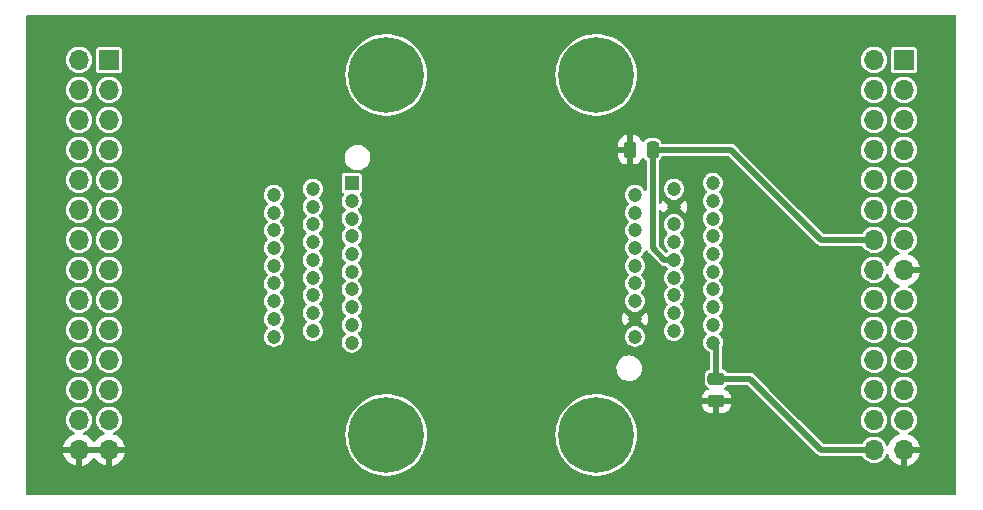
<source format=gbr>
%TF.GenerationSoftware,KiCad,Pcbnew,(6.0.2-0)*%
%TF.CreationDate,2022-04-19T20:24:01-05:00*%
%TF.ProjectId,UDNISOC-1,55444e49-534f-4432-9d31-2e6b69636164,rev?*%
%TF.SameCoordinates,Original*%
%TF.FileFunction,Copper,L2,Bot*%
%TF.FilePolarity,Positive*%
%FSLAX46Y46*%
G04 Gerber Fmt 4.6, Leading zero omitted, Abs format (unit mm)*
G04 Created by KiCad (PCBNEW (6.0.2-0)) date 2022-04-19 20:24:01*
%MOMM*%
%LPD*%
G01*
G04 APERTURE LIST*
G04 Aperture macros list*
%AMRoundRect*
0 Rectangle with rounded corners*
0 $1 Rounding radius*
0 $2 $3 $4 $5 $6 $7 $8 $9 X,Y pos of 4 corners*
0 Add a 4 corners polygon primitive as box body*
4,1,4,$2,$3,$4,$5,$6,$7,$8,$9,$2,$3,0*
0 Add four circle primitives for the rounded corners*
1,1,$1+$1,$2,$3*
1,1,$1+$1,$4,$5*
1,1,$1+$1,$6,$7*
1,1,$1+$1,$8,$9*
0 Add four rect primitives between the rounded corners*
20,1,$1+$1,$2,$3,$4,$5,0*
20,1,$1+$1,$4,$5,$6,$7,0*
20,1,$1+$1,$6,$7,$8,$9,0*
20,1,$1+$1,$8,$9,$2,$3,0*%
G04 Aperture macros list end*
%TA.AperFunction,ComponentPad*%
%ADD10C,6.400000*%
%TD*%
%TA.AperFunction,ComponentPad*%
%ADD11R,1.700000X1.700000*%
%TD*%
%TA.AperFunction,ComponentPad*%
%ADD12O,1.700000X1.700000*%
%TD*%
%TA.AperFunction,ComponentPad*%
%ADD13R,1.200000X1.200000*%
%TD*%
%TA.AperFunction,ComponentPad*%
%ADD14C,1.200000*%
%TD*%
%TA.AperFunction,SMDPad,CuDef*%
%ADD15RoundRect,0.250000X-0.475000X0.250000X-0.475000X-0.250000X0.475000X-0.250000X0.475000X0.250000X0*%
%TD*%
%TA.AperFunction,SMDPad,CuDef*%
%ADD16RoundRect,0.250000X0.250000X0.475000X-0.250000X0.475000X-0.250000X-0.475000X0.250000X-0.475000X0*%
%TD*%
%TA.AperFunction,ViaPad*%
%ADD17C,0.800000*%
%TD*%
%TA.AperFunction,Conductor*%
%ADD18C,0.500000*%
%TD*%
G04 APERTURE END LIST*
D10*
%TO.P,MH3,1*%
%TO.N,N/C*%
X154940000Y-111760000D03*
%TD*%
D11*
%TO.P,J1,1,Pin_1*%
%TO.N,/A14*%
X131445000Y-80010000D03*
D12*
%TO.P,J1,2,Pin_2*%
%TO.N,/A23*%
X128905000Y-80010000D03*
%TO.P,J1,3,Pin_3*%
%TO.N,/A8*%
X131445000Y-82550000D03*
%TO.P,J1,4,Pin_4*%
%TO.N,/A11*%
X128905000Y-82550000D03*
%TO.P,J1,5,Pin_5*%
%TO.N,/A13*%
X131445000Y-85090000D03*
%TO.P,J1,6,Pin_6*%
%TO.N,/A22*%
X128905000Y-85090000D03*
%TO.P,J1,7,Pin_7*%
%TO.N,/A19*%
X131445000Y-87630000D03*
%TO.P,J1,8,Pin_8*%
%TO.N,/A10*%
X128905000Y-87630000D03*
%TO.P,J1,9,Pin_9*%
%TO.N,/A15*%
X131445000Y-90170000D03*
%TO.P,J1,10,Pin_10*%
%TO.N,/~{RESET}*%
X128905000Y-90170000D03*
%TO.P,J1,11,Pin_11*%
%TO.N,/A9*%
X131445000Y-92710000D03*
%TO.P,J1,12,Pin_12*%
%TO.N,/A12*%
X128905000Y-92710000D03*
%TO.P,J1,13,Pin_13*%
%TO.N,/A21*%
X131445000Y-95250000D03*
%TO.P,J1,14,Pin_14*%
%TO.N,/A20*%
X128905000Y-95250000D03*
%TO.P,J1,15,Pin_15*%
%TO.N,/A6*%
X131445000Y-97790000D03*
%TO.P,J1,16,Pin_16*%
%TO.N,/A18*%
X128905000Y-97790000D03*
%TO.P,J1,17,Pin_17*%
%TO.N,/RY{slash}~{BY}*%
X131445000Y-100330000D03*
%TO.P,J1,18,Pin_18*%
%TO.N,/A3*%
X128905000Y-100330000D03*
%TO.P,J1,19,Pin_19*%
%TO.N,/A4*%
X131445000Y-102870000D03*
%TO.P,J1,20,Pin_20*%
%TO.N,/A7*%
X128905000Y-102870000D03*
%TO.P,J1,21,Pin_21*%
%TO.N,/~{WE}*%
X131445000Y-105410000D03*
%TO.P,J1,22,Pin_22*%
%TO.N,/A1*%
X128905000Y-105410000D03*
%TO.P,J1,23,Pin_23*%
%TO.N,/A17*%
X131445000Y-107950000D03*
%TO.P,J1,24,Pin_24*%
%TO.N,/~{WP}{slash}ACC*%
X128905000Y-107950000D03*
%TO.P,J1,25,Pin_25*%
%TO.N,/A2*%
X131445000Y-110490000D03*
%TO.P,J1,26,Pin_26*%
%TO.N,/A5*%
X128905000Y-110490000D03*
%TO.P,J1,27,Pin_27*%
%TO.N,GND*%
X131445000Y-113030000D03*
%TO.P,J1,28,Pin_28*%
X128905000Y-113030000D03*
%TD*%
D10*
%TO.P,MH2,1*%
%TO.N,N/C*%
X172720000Y-81280000D03*
%TD*%
%TO.P,MH1,1*%
%TO.N,N/C*%
X154940000Y-81280000D03*
%TD*%
D11*
%TO.P,J2,1,Pin_1*%
%TO.N,/A16*%
X198750000Y-80010000D03*
D12*
%TO.P,J2,2,Pin_2*%
%TO.N,/DQ15{slash}A-1*%
X196210000Y-80010000D03*
%TO.P,J2,3,Pin_3*%
%TO.N,/DQ6*%
X198750000Y-82550000D03*
%TO.P,J2,4,Pin_4*%
%TO.N,/DQ12*%
X196210000Y-82550000D03*
%TO.P,J2,5,Pin_5*%
%TO.N,/DQ11*%
X198750000Y-85090000D03*
%TO.P,J2,6,Pin_6*%
%TO.N,/A25*%
X196210000Y-85090000D03*
%TO.P,J2,7,Pin_7*%
%TO.N,/DQ14*%
X198750000Y-87630000D03*
%TO.P,J2,8,Pin_8*%
%TO.N,/DQ5*%
X196210000Y-87630000D03*
%TO.P,J2,9,Pin_9*%
%TO.N,/A24*%
X198750000Y-90170000D03*
%TO.P,J2,10,Pin_10*%
%TO.N,/~{BYTE}*%
X196210000Y-90170000D03*
%TO.P,J2,11,Pin_11*%
%TO.N,/DQ7*%
X198750000Y-92710000D03*
%TO.P,J2,12,Pin_12*%
%TO.N,/DQ13*%
X196210000Y-92710000D03*
%TO.P,J2,13,Pin_13*%
%TO.N,/DQ4*%
X198750000Y-95250000D03*
%TO.P,J2,14,Pin_14*%
%TO.N,VCC*%
X196210000Y-95250000D03*
%TO.P,J2,15,Pin_15*%
%TO.N,GND*%
X198750000Y-97790000D03*
%TO.P,J2,16,Pin_16*%
%TO.N,/DQ3*%
X196210000Y-97790000D03*
%TO.P,J2,17,Pin_17*%
%TO.N,/DQ9*%
X198750000Y-100330000D03*
%TO.P,J2,18,Pin_18*%
%TO.N,/DQ0*%
X196210000Y-100330000D03*
%TO.P,J2,19,Pin_19*%
%TO.N,/~{CE}*%
X198750000Y-102870000D03*
%TO.P,J2,20,Pin_20*%
%TO.N,/DQ10*%
X196210000Y-102870000D03*
%TO.P,J2,21,Pin_21*%
%TO.N,/DQ1*%
X198750000Y-105410000D03*
%TO.P,J2,22,Pin_22*%
%TO.N,/~{OE}*%
X196210000Y-105410000D03*
%TO.P,J2,23,Pin_23*%
%TO.N,/A0*%
X198750000Y-107950000D03*
%TO.P,J2,24,Pin_24*%
%TO.N,unconnected-(J2-Pad24)*%
X196210000Y-107950000D03*
%TO.P,J2,25,Pin_25*%
%TO.N,/DQ2*%
X198750000Y-110490000D03*
%TO.P,J2,26,Pin_26*%
%TO.N,/DQ8*%
X196210000Y-110490000D03*
%TO.P,J2,27,Pin_27*%
%TO.N,GND*%
X198750000Y-113030000D03*
%TO.P,J2,28,Pin_28*%
%TO.N,VIO*%
X196210000Y-113030000D03*
%TD*%
D10*
%TO.P,MH4,1*%
%TO.N,N/C*%
X172720000Y-111760000D03*
%TD*%
D13*
%TO.P,U1,1,A23*%
%TO.N,/A23*%
X152010000Y-90440000D03*
D14*
%TO.P,U1,2,A22*%
%TO.N,/A22*%
X148710000Y-90940000D03*
%TO.P,U1,3,A15*%
%TO.N,/A15*%
X145410000Y-91440000D03*
%TO.P,U1,4,A14*%
%TO.N,/A14*%
X152010000Y-91940000D03*
%TO.P,U1,5,A13*%
%TO.N,/A13*%
X148710000Y-92440000D03*
%TO.P,U1,6,A12*%
%TO.N,/A12*%
X145410000Y-92940000D03*
%TO.P,U1,7,A11*%
%TO.N,/A11*%
X152010000Y-93440000D03*
%TO.P,U1,8,A10*%
%TO.N,/A10*%
X148710000Y-93940000D03*
%TO.P,U1,9,A9*%
%TO.N,/A9*%
X145410000Y-94440000D03*
%TO.P,U1,10,A8*%
%TO.N,/A8*%
X152010000Y-94940000D03*
%TO.P,U1,11,A19*%
%TO.N,/A19*%
X148710000Y-95440000D03*
%TO.P,U1,12,A20*%
%TO.N,/A20*%
X145410000Y-95940000D03*
%TO.P,U1,13,~{WE}*%
%TO.N,/~{WE}*%
X152010000Y-96440000D03*
%TO.P,U1,14,~{RESET}*%
%TO.N,/~{RESET}*%
X148710000Y-96940000D03*
%TO.P,U1,15,A21*%
%TO.N,/A21*%
X145410000Y-97440000D03*
%TO.P,U1,16,~{WP}/ACC*%
%TO.N,/~{WP}{slash}ACC*%
X152010000Y-97940000D03*
%TO.P,U1,17,RY/~{BY}*%
%TO.N,/RY{slash}~{BY}*%
X148710000Y-98440000D03*
%TO.P,U1,18,A18*%
%TO.N,/A18*%
X145410000Y-98940000D03*
%TO.P,U1,19,A17*%
%TO.N,/A17*%
X152010000Y-99440000D03*
%TO.P,U1,20,A7*%
%TO.N,/A7*%
X148710000Y-99940000D03*
%TO.P,U1,21,A6*%
%TO.N,/A6*%
X145410000Y-100440000D03*
%TO.P,U1,22,A5*%
%TO.N,/A5*%
X152010000Y-100940000D03*
%TO.P,U1,23,A4*%
%TO.N,/A4*%
X148710000Y-101440000D03*
%TO.P,U1,24,A3*%
%TO.N,/A3*%
X145410000Y-101940000D03*
%TO.P,U1,25,A2*%
%TO.N,/A2*%
X152010000Y-102440000D03*
%TO.P,U1,26,A1*%
%TO.N,/A1*%
X148710000Y-102940000D03*
%TO.P,U1,27*%
%TO.N,N/C*%
X145410000Y-103440000D03*
%TO.P,U1,28*%
X152010000Y-103940000D03*
%TO.P,U1,29,VIO*%
%TO.N,VIO*%
X182590000Y-103940000D03*
%TO.P,U1,30*%
%TO.N,N/C*%
X175990000Y-103440000D03*
%TO.P,U1,31,A0*%
%TO.N,/A0*%
X179290000Y-102940000D03*
%TO.P,U1,32,~{CE}*%
%TO.N,/~{CE}*%
X182590000Y-102440000D03*
%TO.P,U1,33,VSS*%
%TO.N,GND*%
X175990000Y-101940000D03*
%TO.P,U1,34,~{OE}*%
%TO.N,/~{OE}*%
X179290000Y-101440000D03*
%TO.P,U1,35,DQ0*%
%TO.N,/DQ0*%
X182590000Y-100940000D03*
%TO.P,U1,36,DQ8*%
%TO.N,/DQ8*%
X175990000Y-100440000D03*
%TO.P,U1,37,DQ1*%
%TO.N,/DQ1*%
X179290000Y-99940000D03*
%TO.P,U1,38,DQ9*%
%TO.N,/DQ9*%
X182590000Y-99440000D03*
%TO.P,U1,39,DQ2*%
%TO.N,/DQ2*%
X175990000Y-98940000D03*
%TO.P,U1,40,DQ10*%
%TO.N,/DQ10*%
X179290000Y-98440000D03*
%TO.P,U1,41,DQ3*%
%TO.N,/DQ3*%
X182590000Y-97940000D03*
%TO.P,U1,42,DQ11*%
%TO.N,/DQ11*%
X175990000Y-97440000D03*
%TO.P,U1,43,VCC*%
%TO.N,VCC*%
X179290000Y-96940000D03*
%TO.P,U1,44,DQ4*%
%TO.N,/DQ4*%
X182590000Y-96440000D03*
%TO.P,U1,45,DQ12*%
%TO.N,/DQ12*%
X175990000Y-95940000D03*
%TO.P,U1,46,DQ5*%
%TO.N,/DQ5*%
X179290000Y-95440000D03*
%TO.P,U1,47,DQ13*%
%TO.N,/DQ13*%
X182590000Y-94940000D03*
%TO.P,U1,48,DQ6*%
%TO.N,/DQ6*%
X175990000Y-94440000D03*
%TO.P,U1,49,DQ14*%
%TO.N,/DQ14*%
X179290000Y-93940000D03*
%TO.P,U1,50,DQ7*%
%TO.N,/DQ7*%
X182590000Y-93440000D03*
%TO.P,U1,51,DQ15/A-1*%
%TO.N,/DQ15{slash}A-1*%
X175990000Y-92940000D03*
%TO.P,U1,52,VSS*%
%TO.N,GND*%
X179290000Y-92440000D03*
%TO.P,U1,53,~{BYTE}*%
%TO.N,/~{BYTE}*%
X182590000Y-91940000D03*
%TO.P,U1,54,A16*%
%TO.N,/A16*%
X175990000Y-91440000D03*
%TO.P,U1,55,A25*%
%TO.N,/A25*%
X179290000Y-90940000D03*
%TO.P,U1,56,A24*%
%TO.N,/A24*%
X182590000Y-90440000D03*
%TD*%
D15*
%TO.P,C1,1*%
%TO.N,VIO*%
X182880000Y-107000000D03*
%TO.P,C1,2*%
%TO.N,GND*%
X182880000Y-108900000D03*
%TD*%
D16*
%TO.P,C2,1*%
%TO.N,VCC*%
X177480000Y-87630000D03*
%TO.P,C2,2*%
%TO.N,GND*%
X175580000Y-87630000D03*
%TD*%
D17*
%TO.N,GND*%
X182880000Y-88646000D03*
X185039000Y-108331000D03*
X186309000Y-87884000D03*
X188976000Y-108077000D03*
%TD*%
D18*
%TO.N,VCC*%
X191770000Y-95250000D02*
X196210000Y-95250000D01*
X177480000Y-87630000D02*
X177480000Y-95946000D01*
X177480000Y-95946000D02*
X178474000Y-96940000D01*
X184150000Y-87630000D02*
X191770000Y-95250000D01*
X178474000Y-96940000D02*
X179290000Y-96940000D01*
X177480000Y-87630000D02*
X184150000Y-87630000D01*
%TO.N,VIO*%
X185740000Y-107000000D02*
X182880000Y-107000000D01*
X182880000Y-107000000D02*
X182880000Y-104230000D01*
X191770000Y-113030000D02*
X185740000Y-107000000D01*
X182880000Y-104230000D02*
X182590000Y-103940000D01*
X196210000Y-113030000D02*
X191770000Y-113030000D01*
%TD*%
%TA.AperFunction,Conductor*%
%TO.N,GND*%
G36*
X203142121Y-76220002D02*
G01*
X203188614Y-76273658D01*
X203200000Y-76326000D01*
X203200000Y-116714000D01*
X203179998Y-116782121D01*
X203126342Y-116828614D01*
X203074000Y-116840000D01*
X124586000Y-116840000D01*
X124517879Y-116819998D01*
X124471386Y-116766342D01*
X124460000Y-116714000D01*
X124460000Y-113297966D01*
X127573257Y-113297966D01*
X127603565Y-113432446D01*
X127606645Y-113442275D01*
X127686770Y-113639603D01*
X127691413Y-113648794D01*
X127802694Y-113830388D01*
X127808777Y-113838699D01*
X127948213Y-113999667D01*
X127955580Y-114006883D01*
X128119434Y-114142916D01*
X128127881Y-114148831D01*
X128311756Y-114256279D01*
X128321042Y-114260729D01*
X128520001Y-114336703D01*
X128529899Y-114339579D01*
X128633250Y-114360606D01*
X128647299Y-114359410D01*
X128651000Y-114349065D01*
X128651000Y-114348517D01*
X129159000Y-114348517D01*
X129163064Y-114362359D01*
X129176478Y-114364393D01*
X129183184Y-114363534D01*
X129193262Y-114361392D01*
X129397255Y-114300191D01*
X129406842Y-114296433D01*
X129598095Y-114202739D01*
X129606945Y-114197464D01*
X129780328Y-114073792D01*
X129788200Y-114067139D01*
X129939052Y-113916812D01*
X129945730Y-113908965D01*
X130073022Y-113731819D01*
X130074147Y-113732627D01*
X130121669Y-113688876D01*
X130191607Y-113676661D01*
X130257046Y-113704197D01*
X130284870Y-113736028D01*
X130342690Y-113830383D01*
X130348777Y-113838699D01*
X130488213Y-113999667D01*
X130495580Y-114006883D01*
X130659434Y-114142916D01*
X130667881Y-114148831D01*
X130851756Y-114256279D01*
X130861042Y-114260729D01*
X131060001Y-114336703D01*
X131069899Y-114339579D01*
X131173250Y-114360606D01*
X131187299Y-114359410D01*
X131191000Y-114349065D01*
X131191000Y-114348517D01*
X131699000Y-114348517D01*
X131703064Y-114362359D01*
X131716478Y-114364393D01*
X131723184Y-114363534D01*
X131733262Y-114361392D01*
X131937255Y-114300191D01*
X131946842Y-114296433D01*
X132138095Y-114202739D01*
X132146945Y-114197464D01*
X132320328Y-114073792D01*
X132328200Y-114067139D01*
X132479052Y-113916812D01*
X132485730Y-113908965D01*
X132610003Y-113736020D01*
X132615313Y-113727183D01*
X132709670Y-113536267D01*
X132713469Y-113526672D01*
X132775377Y-113322910D01*
X132777555Y-113312837D01*
X132778986Y-113301962D01*
X132776775Y-113287778D01*
X132763617Y-113284000D01*
X131717115Y-113284000D01*
X131701876Y-113288475D01*
X131700671Y-113289865D01*
X131699000Y-113297548D01*
X131699000Y-114348517D01*
X131191000Y-114348517D01*
X131191000Y-113302115D01*
X131186525Y-113286876D01*
X131185135Y-113285671D01*
X131177452Y-113284000D01*
X129177115Y-113284000D01*
X129161876Y-113288475D01*
X129160671Y-113289865D01*
X129159000Y-113297548D01*
X129159000Y-114348517D01*
X128651000Y-114348517D01*
X128651000Y-113302115D01*
X128646525Y-113286876D01*
X128645135Y-113285671D01*
X128637452Y-113284000D01*
X127588225Y-113284000D01*
X127574694Y-113287973D01*
X127573257Y-113297966D01*
X124460000Y-113297966D01*
X124460000Y-112764183D01*
X127569389Y-112764183D01*
X127570912Y-112772607D01*
X127583292Y-112776000D01*
X132763344Y-112776000D01*
X132776875Y-112772027D01*
X132778180Y-112762947D01*
X132736214Y-112595875D01*
X132732894Y-112586124D01*
X132647972Y-112390814D01*
X132643105Y-112381739D01*
X132527426Y-112202926D01*
X132521136Y-112194757D01*
X132377806Y-112037240D01*
X132370273Y-112030215D01*
X132203139Y-111898222D01*
X132194552Y-111892517D01*
X132008117Y-111789599D01*
X131998705Y-111785369D01*
X131892964Y-111747924D01*
X151480447Y-111747924D01*
X151480619Y-111751319D01*
X151480619Y-111751320D01*
X151495484Y-112044748D01*
X151499378Y-112121624D01*
X151499915Y-112124979D01*
X151499916Y-112124985D01*
X151525363Y-112283855D01*
X151558557Y-112491094D01*
X151657293Y-112852011D01*
X151794430Y-113200154D01*
X151968365Y-113531450D01*
X151970262Y-113534274D01*
X151970265Y-113534278D01*
X152155483Y-113809913D01*
X152177061Y-113842024D01*
X152179256Y-113844630D01*
X152179260Y-113844636D01*
X152259946Y-113940453D01*
X152418079Y-114128241D01*
X152688598Y-114386755D01*
X152985455Y-114614541D01*
X153305176Y-114808935D01*
X153644021Y-114967661D01*
X153647239Y-114968763D01*
X153647242Y-114968764D01*
X153994803Y-115087761D01*
X153994811Y-115087763D01*
X153998026Y-115088864D01*
X154363051Y-115171126D01*
X154450200Y-115181056D01*
X154731442Y-115213100D01*
X154731450Y-115213100D01*
X154734825Y-115213485D01*
X154738229Y-115213503D01*
X154738232Y-115213503D01*
X154941556Y-115214567D01*
X155108999Y-115215444D01*
X155112385Y-115215094D01*
X155112387Y-115215094D01*
X155477805Y-115177332D01*
X155477814Y-115177331D01*
X155481197Y-115176981D01*
X155484530Y-115176267D01*
X155484533Y-115176266D01*
X155664820Y-115137616D01*
X155847063Y-115098546D01*
X156202318Y-114981056D01*
X156542807Y-114825887D01*
X156640707Y-114767758D01*
X156861601Y-114636601D01*
X156861606Y-114636598D01*
X156864546Y-114634852D01*
X156894354Y-114612472D01*
X156966828Y-114558056D01*
X157163771Y-114410187D01*
X157436983Y-114154521D01*
X157680985Y-113870842D01*
X157773640Y-113736028D01*
X157890992Y-113565280D01*
X157890997Y-113565273D01*
X157892922Y-113562471D01*
X157894534Y-113559477D01*
X157894539Y-113559469D01*
X158035343Y-113297966D01*
X158070316Y-113233015D01*
X158211091Y-112886327D01*
X158242519Y-112776000D01*
X158312667Y-112529741D01*
X158313601Y-112526463D01*
X158325275Y-112458169D01*
X158376075Y-112160981D01*
X158376075Y-112160979D01*
X158376647Y-112157634D01*
X158377304Y-112146903D01*
X158399380Y-111785948D01*
X158399490Y-111784152D01*
X158399574Y-111760000D01*
X158398920Y-111747924D01*
X169260447Y-111747924D01*
X169260619Y-111751319D01*
X169260619Y-111751320D01*
X169275484Y-112044748D01*
X169279378Y-112121624D01*
X169279915Y-112124979D01*
X169279916Y-112124985D01*
X169305363Y-112283855D01*
X169338557Y-112491094D01*
X169437293Y-112852011D01*
X169574430Y-113200154D01*
X169748365Y-113531450D01*
X169750262Y-113534274D01*
X169750265Y-113534278D01*
X169935483Y-113809913D01*
X169957061Y-113842024D01*
X169959256Y-113844630D01*
X169959260Y-113844636D01*
X170039946Y-113940453D01*
X170198079Y-114128241D01*
X170468598Y-114386755D01*
X170765455Y-114614541D01*
X171085176Y-114808935D01*
X171424021Y-114967661D01*
X171427239Y-114968763D01*
X171427242Y-114968764D01*
X171774803Y-115087761D01*
X171774811Y-115087763D01*
X171778026Y-115088864D01*
X172143051Y-115171126D01*
X172230200Y-115181056D01*
X172511442Y-115213100D01*
X172511450Y-115213100D01*
X172514825Y-115213485D01*
X172518229Y-115213503D01*
X172518232Y-115213503D01*
X172721556Y-115214567D01*
X172888999Y-115215444D01*
X172892385Y-115215094D01*
X172892387Y-115215094D01*
X173257805Y-115177332D01*
X173257814Y-115177331D01*
X173261197Y-115176981D01*
X173264530Y-115176267D01*
X173264533Y-115176266D01*
X173444820Y-115137616D01*
X173627063Y-115098546D01*
X173982318Y-114981056D01*
X174322807Y-114825887D01*
X174420707Y-114767758D01*
X174641601Y-114636601D01*
X174641606Y-114636598D01*
X174644546Y-114634852D01*
X174674354Y-114612472D01*
X174746828Y-114558056D01*
X174943771Y-114410187D01*
X175216983Y-114154521D01*
X175460985Y-113870842D01*
X175553640Y-113736028D01*
X175670992Y-113565280D01*
X175670997Y-113565273D01*
X175672922Y-113562471D01*
X175674534Y-113559477D01*
X175674539Y-113559469D01*
X175815343Y-113297966D01*
X175850316Y-113233015D01*
X175991091Y-112886327D01*
X176022519Y-112776000D01*
X176092667Y-112529741D01*
X176093601Y-112526463D01*
X176105275Y-112458169D01*
X176156075Y-112160981D01*
X176156075Y-112160979D01*
X176156647Y-112157634D01*
X176157304Y-112146903D01*
X176179380Y-111785948D01*
X176179490Y-111784152D01*
X176179574Y-111760000D01*
X176159339Y-111386368D01*
X176098870Y-111017107D01*
X175998875Y-110656537D01*
X175995627Y-110648373D01*
X175861783Y-110312039D01*
X175861779Y-110312031D01*
X175860523Y-110308874D01*
X175685434Y-109978188D01*
X175683534Y-109975382D01*
X175683530Y-109975375D01*
X175518069Y-109730991D01*
X175475654Y-109668345D01*
X175233639Y-109382970D01*
X175037768Y-109197095D01*
X181647001Y-109197095D01*
X181647338Y-109203614D01*
X181657257Y-109299206D01*
X181660149Y-109312600D01*
X181711588Y-109466784D01*
X181717761Y-109479962D01*
X181803063Y-109617807D01*
X181812099Y-109629208D01*
X181926829Y-109743739D01*
X181938240Y-109752751D01*
X182076243Y-109837816D01*
X182089424Y-109843963D01*
X182243710Y-109895138D01*
X182257086Y-109898005D01*
X182351438Y-109907672D01*
X182357854Y-109908000D01*
X182607885Y-109908000D01*
X182623124Y-109903525D01*
X182624329Y-109902135D01*
X182626000Y-109894452D01*
X182626000Y-109889884D01*
X183134000Y-109889884D01*
X183138475Y-109905123D01*
X183139865Y-109906328D01*
X183147548Y-109907999D01*
X183402095Y-109907999D01*
X183408614Y-109907662D01*
X183504206Y-109897743D01*
X183517600Y-109894851D01*
X183671784Y-109843412D01*
X183684962Y-109837239D01*
X183822807Y-109751937D01*
X183834208Y-109742901D01*
X183948739Y-109628171D01*
X183957751Y-109616760D01*
X184042816Y-109478757D01*
X184048963Y-109465576D01*
X184100138Y-109311290D01*
X184103005Y-109297914D01*
X184112672Y-109203562D01*
X184113000Y-109197146D01*
X184113000Y-109172115D01*
X184108525Y-109156876D01*
X184107135Y-109155671D01*
X184099452Y-109154000D01*
X183152115Y-109154000D01*
X183136876Y-109158475D01*
X183135671Y-109159865D01*
X183134000Y-109167548D01*
X183134000Y-109889884D01*
X182626000Y-109889884D01*
X182626000Y-109172115D01*
X182621525Y-109156876D01*
X182620135Y-109155671D01*
X182612452Y-109154000D01*
X181665116Y-109154000D01*
X181649877Y-109158475D01*
X181648672Y-109159865D01*
X181647001Y-109167548D01*
X181647001Y-109197095D01*
X175037768Y-109197095D01*
X174962219Y-109125402D01*
X174959512Y-109123340D01*
X174959504Y-109123333D01*
X174667281Y-108900720D01*
X174664569Y-108898654D01*
X174344172Y-108705377D01*
X174341082Y-108703943D01*
X174341077Y-108703940D01*
X174177229Y-108627885D01*
X181647000Y-108627885D01*
X181651475Y-108643124D01*
X181652865Y-108644329D01*
X181660548Y-108646000D01*
X184094884Y-108646000D01*
X184110123Y-108641525D01*
X184111328Y-108640135D01*
X184112999Y-108632452D01*
X184112999Y-108602905D01*
X184112662Y-108596386D01*
X184102743Y-108500794D01*
X184099851Y-108487400D01*
X184048412Y-108333216D01*
X184042239Y-108320038D01*
X183956937Y-108182193D01*
X183947901Y-108170792D01*
X183833171Y-108056261D01*
X183821760Y-108047249D01*
X183683757Y-107962184D01*
X183670574Y-107956036D01*
X183604990Y-107934283D01*
X183546630Y-107893853D01*
X183519393Y-107828288D01*
X183531926Y-107758407D01*
X183584147Y-107704170D01*
X183591357Y-107700223D01*
X183599764Y-107697071D01*
X183715404Y-107610404D01*
X183756975Y-107554935D01*
X183813833Y-107512420D01*
X183857801Y-107504500D01*
X185478839Y-107504500D01*
X185546960Y-107524502D01*
X185567934Y-107541405D01*
X191363323Y-113336794D01*
X191370865Y-113346234D01*
X191371245Y-113345911D01*
X191377063Y-113352747D01*
X191381853Y-113360339D01*
X191388581Y-113366281D01*
X191421859Y-113395671D01*
X191427546Y-113401017D01*
X191438880Y-113412351D01*
X191442466Y-113415038D01*
X191442471Y-113415043D01*
X191447159Y-113418557D01*
X191454997Y-113424938D01*
X191473658Y-113441418D01*
X191490170Y-113456001D01*
X191498295Y-113459816D01*
X191501116Y-113461669D01*
X191515112Y-113470077D01*
X191518050Y-113471686D01*
X191525236Y-113477071D01*
X191533641Y-113480222D01*
X191533643Y-113480223D01*
X191569178Y-113493544D01*
X191578492Y-113497468D01*
X191620982Y-113517417D01*
X191629853Y-113518798D01*
X191633075Y-113519783D01*
X191648858Y-113523923D01*
X191652142Y-113524645D01*
X191660552Y-113527798D01*
X191707357Y-113531276D01*
X191717397Y-113532429D01*
X191723666Y-113533405D01*
X191725886Y-113533751D01*
X191725887Y-113533751D01*
X191730697Y-113534500D01*
X191746066Y-113534500D01*
X191755404Y-113534847D01*
X191795716Y-113537843D01*
X191795717Y-113537843D01*
X191804667Y-113538508D01*
X191813442Y-113536635D01*
X191822126Y-113536043D01*
X191836742Y-113534500D01*
X195148716Y-113534500D01*
X195216837Y-113554502D01*
X195251613Y-113587780D01*
X195356384Y-113736028D01*
X195366533Y-113750389D01*
X195511938Y-113892035D01*
X195680720Y-114004812D01*
X195686023Y-114007090D01*
X195686026Y-114007092D01*
X195861921Y-114082662D01*
X195867228Y-114084942D01*
X195940244Y-114101464D01*
X196059579Y-114128467D01*
X196059584Y-114128468D01*
X196065216Y-114129742D01*
X196070987Y-114129969D01*
X196070989Y-114129969D01*
X196130756Y-114132317D01*
X196268053Y-114137712D01*
X196368499Y-114123148D01*
X196463231Y-114109413D01*
X196463236Y-114109412D01*
X196468945Y-114108584D01*
X196474409Y-114106729D01*
X196474414Y-114106728D01*
X196655693Y-114045192D01*
X196655698Y-114045190D01*
X196661165Y-114043334D01*
X196838276Y-113944147D01*
X196900934Y-113892035D01*
X196965696Y-113838172D01*
X196994345Y-113814345D01*
X197098697Y-113688876D01*
X197120453Y-113662718D01*
X197120455Y-113662715D01*
X197124147Y-113658276D01*
X197194624Y-113532430D01*
X197220510Y-113486208D01*
X197220511Y-113486206D01*
X197223334Y-113481165D01*
X197225720Y-113474135D01*
X197226170Y-113473496D01*
X197227541Y-113470416D01*
X197228146Y-113470685D01*
X197266553Y-113416059D01*
X197332305Y-113389278D01*
X197402098Y-113402295D01*
X197453773Y-113450980D01*
X197461777Y-113467229D01*
X197531770Y-113639603D01*
X197536413Y-113648794D01*
X197647694Y-113830388D01*
X197653777Y-113838699D01*
X197793213Y-113999667D01*
X197800580Y-114006883D01*
X197964434Y-114142916D01*
X197972881Y-114148831D01*
X198156756Y-114256279D01*
X198166042Y-114260729D01*
X198365001Y-114336703D01*
X198374899Y-114339579D01*
X198478250Y-114360606D01*
X198492299Y-114359410D01*
X198496000Y-114349065D01*
X198496000Y-114348517D01*
X199004000Y-114348517D01*
X199008064Y-114362359D01*
X199021478Y-114364393D01*
X199028184Y-114363534D01*
X199038262Y-114361392D01*
X199242255Y-114300191D01*
X199251842Y-114296433D01*
X199443095Y-114202739D01*
X199451945Y-114197464D01*
X199625328Y-114073792D01*
X199633200Y-114067139D01*
X199784052Y-113916812D01*
X199790730Y-113908965D01*
X199915003Y-113736020D01*
X199920313Y-113727183D01*
X200014670Y-113536267D01*
X200018469Y-113526672D01*
X200080377Y-113322910D01*
X200082555Y-113312837D01*
X200083986Y-113301962D01*
X200081775Y-113287778D01*
X200068617Y-113284000D01*
X199022115Y-113284000D01*
X199006876Y-113288475D01*
X199005671Y-113289865D01*
X199004000Y-113297548D01*
X199004000Y-114348517D01*
X198496000Y-114348517D01*
X198496000Y-112902000D01*
X198516002Y-112833879D01*
X198569658Y-112787386D01*
X198622000Y-112776000D01*
X200068344Y-112776000D01*
X200081875Y-112772027D01*
X200083180Y-112762947D01*
X200041214Y-112595875D01*
X200037894Y-112586124D01*
X199952972Y-112390814D01*
X199948105Y-112381739D01*
X199832426Y-112202926D01*
X199826136Y-112194757D01*
X199682806Y-112037240D01*
X199675273Y-112030215D01*
X199508139Y-111898222D01*
X199499552Y-111892517D01*
X199313117Y-111789599D01*
X199303705Y-111785369D01*
X199189391Y-111744888D01*
X199131855Y-111703294D01*
X199105939Y-111637196D01*
X199119873Y-111567580D01*
X199169232Y-111516549D01*
X199190943Y-111506804D01*
X199201165Y-111503334D01*
X199378276Y-111404147D01*
X199395563Y-111389770D01*
X199529913Y-111278031D01*
X199534345Y-111274345D01*
X199664147Y-111118276D01*
X199763334Y-110941165D01*
X199765190Y-110935698D01*
X199765192Y-110935693D01*
X199826728Y-110754414D01*
X199826729Y-110754409D01*
X199828584Y-110748945D01*
X199829412Y-110743236D01*
X199829413Y-110743231D01*
X199857179Y-110551727D01*
X199857712Y-110548053D01*
X199859232Y-110490000D01*
X199840658Y-110287859D01*
X199839090Y-110282299D01*
X199787125Y-110098046D01*
X199787124Y-110098044D01*
X199785557Y-110092487D01*
X199774978Y-110071033D01*
X199698331Y-109915609D01*
X199695776Y-109910428D01*
X199684359Y-109895138D01*
X199641123Y-109837239D01*
X199574320Y-109747779D01*
X199499789Y-109678883D01*
X199429503Y-109613911D01*
X199425258Y-109609987D01*
X199420375Y-109606906D01*
X199420371Y-109606903D01*
X199258464Y-109504748D01*
X199253581Y-109501667D01*
X199065039Y-109426446D01*
X199059379Y-109425320D01*
X199059375Y-109425319D01*
X198871613Y-109387971D01*
X198871610Y-109387971D01*
X198865946Y-109386844D01*
X198860171Y-109386768D01*
X198860167Y-109386768D01*
X198758793Y-109385441D01*
X198662971Y-109384187D01*
X198657274Y-109385166D01*
X198657273Y-109385166D01*
X198468607Y-109417585D01*
X198462910Y-109418564D01*
X198272463Y-109488824D01*
X198098010Y-109592612D01*
X198093670Y-109596418D01*
X198093666Y-109596421D01*
X198056280Y-109629208D01*
X197945392Y-109726455D01*
X197819720Y-109885869D01*
X197817031Y-109890980D01*
X197817029Y-109890983D01*
X197804073Y-109915609D01*
X197725203Y-110065515D01*
X197665007Y-110259378D01*
X197641148Y-110460964D01*
X197654424Y-110663522D01*
X197655845Y-110669118D01*
X197655846Y-110669123D01*
X197676119Y-110748945D01*
X197704392Y-110860269D01*
X197706809Y-110865512D01*
X197744010Y-110946208D01*
X197789377Y-111044616D01*
X197906533Y-111210389D01*
X198051938Y-111352035D01*
X198220720Y-111464812D01*
X198226023Y-111467090D01*
X198226026Y-111467092D01*
X198322954Y-111508735D01*
X198377647Y-111554003D01*
X198399184Y-111621654D01*
X198380727Y-111690210D01*
X198328136Y-111737904D01*
X198312361Y-111744268D01*
X198226868Y-111772212D01*
X198217359Y-111776209D01*
X198028463Y-111874542D01*
X198019738Y-111880036D01*
X197849433Y-112007905D01*
X197841726Y-112014748D01*
X197694590Y-112168717D01*
X197688104Y-112176727D01*
X197568098Y-112352649D01*
X197563000Y-112361623D01*
X197473338Y-112554783D01*
X197469777Y-112564464D01*
X197465291Y-112580640D01*
X197427813Y-112640939D01*
X197363684Y-112671403D01*
X197293266Y-112662360D01*
X197238915Y-112616682D01*
X197230867Y-112602698D01*
X197158331Y-112455609D01*
X197155776Y-112450428D01*
X197141260Y-112430988D01*
X197037777Y-112292409D01*
X197034320Y-112287779D01*
X196897151Y-112160981D01*
X196889503Y-112153911D01*
X196885258Y-112149987D01*
X196880375Y-112146906D01*
X196880371Y-112146903D01*
X196718464Y-112044748D01*
X196713581Y-112041667D01*
X196525039Y-111966446D01*
X196519379Y-111965320D01*
X196519375Y-111965319D01*
X196331613Y-111927971D01*
X196331610Y-111927971D01*
X196325946Y-111926844D01*
X196320171Y-111926768D01*
X196320167Y-111926768D01*
X196218793Y-111925441D01*
X196122971Y-111924187D01*
X196117274Y-111925166D01*
X196117273Y-111925166D01*
X195928607Y-111957585D01*
X195922910Y-111958564D01*
X195732463Y-112028824D01*
X195558010Y-112132612D01*
X195553670Y-112136418D01*
X195553666Y-112136421D01*
X195409733Y-112262648D01*
X195405392Y-112266455D01*
X195279720Y-112425869D01*
X195277030Y-112430982D01*
X195277026Y-112430988D01*
X195262725Y-112458169D01*
X195213305Y-112509141D01*
X195151218Y-112525500D01*
X192031161Y-112525500D01*
X191963040Y-112505498D01*
X191942066Y-112488595D01*
X189914435Y-110460964D01*
X195101148Y-110460964D01*
X195114424Y-110663522D01*
X195115845Y-110669118D01*
X195115846Y-110669123D01*
X195136119Y-110748945D01*
X195164392Y-110860269D01*
X195166809Y-110865512D01*
X195204010Y-110946208D01*
X195249377Y-111044616D01*
X195366533Y-111210389D01*
X195511938Y-111352035D01*
X195680720Y-111464812D01*
X195686023Y-111467090D01*
X195686026Y-111467092D01*
X195801141Y-111516549D01*
X195867228Y-111544942D01*
X195940244Y-111561464D01*
X196059579Y-111588467D01*
X196059584Y-111588468D01*
X196065216Y-111589742D01*
X196070987Y-111589969D01*
X196070989Y-111589969D01*
X196130756Y-111592317D01*
X196268053Y-111597712D01*
X196368499Y-111583148D01*
X196463231Y-111569413D01*
X196463236Y-111569412D01*
X196468945Y-111568584D01*
X196474409Y-111566729D01*
X196474414Y-111566728D01*
X196655693Y-111505192D01*
X196655698Y-111505190D01*
X196661165Y-111503334D01*
X196838276Y-111404147D01*
X196855563Y-111389770D01*
X196989913Y-111278031D01*
X196994345Y-111274345D01*
X197124147Y-111118276D01*
X197223334Y-110941165D01*
X197225190Y-110935698D01*
X197225192Y-110935693D01*
X197286728Y-110754414D01*
X197286729Y-110754409D01*
X197288584Y-110748945D01*
X197289412Y-110743236D01*
X197289413Y-110743231D01*
X197317179Y-110551727D01*
X197317712Y-110548053D01*
X197319232Y-110490000D01*
X197300658Y-110287859D01*
X197299090Y-110282299D01*
X197247125Y-110098046D01*
X197247124Y-110098044D01*
X197245557Y-110092487D01*
X197234978Y-110071033D01*
X197158331Y-109915609D01*
X197155776Y-109910428D01*
X197144359Y-109895138D01*
X197101123Y-109837239D01*
X197034320Y-109747779D01*
X196959789Y-109678883D01*
X196889503Y-109613911D01*
X196885258Y-109609987D01*
X196880375Y-109606906D01*
X196880371Y-109606903D01*
X196718464Y-109504748D01*
X196713581Y-109501667D01*
X196525039Y-109426446D01*
X196519379Y-109425320D01*
X196519375Y-109425319D01*
X196331613Y-109387971D01*
X196331610Y-109387971D01*
X196325946Y-109386844D01*
X196320171Y-109386768D01*
X196320167Y-109386768D01*
X196218793Y-109385441D01*
X196122971Y-109384187D01*
X196117274Y-109385166D01*
X196117273Y-109385166D01*
X195928607Y-109417585D01*
X195922910Y-109418564D01*
X195732463Y-109488824D01*
X195558010Y-109592612D01*
X195553670Y-109596418D01*
X195553666Y-109596421D01*
X195516280Y-109629208D01*
X195405392Y-109726455D01*
X195279720Y-109885869D01*
X195277031Y-109890980D01*
X195277029Y-109890983D01*
X195264073Y-109915609D01*
X195185203Y-110065515D01*
X195125007Y-110259378D01*
X195101148Y-110460964D01*
X189914435Y-110460964D01*
X187374435Y-107920964D01*
X195101148Y-107920964D01*
X195114424Y-108123522D01*
X195115845Y-108129118D01*
X195115846Y-108129123D01*
X195160558Y-108305173D01*
X195164392Y-108320269D01*
X195166809Y-108325512D01*
X195204010Y-108406208D01*
X195249377Y-108504616D01*
X195252710Y-108509332D01*
X195349297Y-108646000D01*
X195366533Y-108670389D01*
X195370675Y-108674424D01*
X195404262Y-108707143D01*
X195511938Y-108812035D01*
X195680720Y-108924812D01*
X195686023Y-108927090D01*
X195686026Y-108927092D01*
X195774707Y-108965192D01*
X195867228Y-109004942D01*
X195940244Y-109021464D01*
X196059579Y-109048467D01*
X196059584Y-109048468D01*
X196065216Y-109049742D01*
X196070987Y-109049969D01*
X196070989Y-109049969D01*
X196130756Y-109052317D01*
X196268053Y-109057712D01*
X196368499Y-109043148D01*
X196463231Y-109029413D01*
X196463236Y-109029412D01*
X196468945Y-109028584D01*
X196474409Y-109026729D01*
X196474414Y-109026728D01*
X196655693Y-108965192D01*
X196655698Y-108965190D01*
X196661165Y-108963334D01*
X196838276Y-108864147D01*
X196900934Y-108812035D01*
X196989913Y-108738031D01*
X196994345Y-108734345D01*
X197079089Y-108632452D01*
X197120453Y-108582718D01*
X197120455Y-108582715D01*
X197124147Y-108578276D01*
X197183845Y-108471677D01*
X197220510Y-108406208D01*
X197220511Y-108406206D01*
X197223334Y-108401165D01*
X197225190Y-108395698D01*
X197225192Y-108395693D01*
X197286728Y-108214414D01*
X197286729Y-108214409D01*
X197288584Y-108208945D01*
X197289412Y-108203236D01*
X197289413Y-108203231D01*
X197317179Y-108011727D01*
X197317712Y-108008053D01*
X197319232Y-107950000D01*
X197316564Y-107920964D01*
X197641148Y-107920964D01*
X197654424Y-108123522D01*
X197655845Y-108129118D01*
X197655846Y-108129123D01*
X197700558Y-108305173D01*
X197704392Y-108320269D01*
X197706809Y-108325512D01*
X197744010Y-108406208D01*
X197789377Y-108504616D01*
X197792710Y-108509332D01*
X197889297Y-108646000D01*
X197906533Y-108670389D01*
X197910675Y-108674424D01*
X197944262Y-108707143D01*
X198051938Y-108812035D01*
X198220720Y-108924812D01*
X198226023Y-108927090D01*
X198226026Y-108927092D01*
X198314707Y-108965192D01*
X198407228Y-109004942D01*
X198480244Y-109021464D01*
X198599579Y-109048467D01*
X198599584Y-109048468D01*
X198605216Y-109049742D01*
X198610987Y-109049969D01*
X198610989Y-109049969D01*
X198670756Y-109052317D01*
X198808053Y-109057712D01*
X198908499Y-109043148D01*
X199003231Y-109029413D01*
X199003236Y-109029412D01*
X199008945Y-109028584D01*
X199014409Y-109026729D01*
X199014414Y-109026728D01*
X199195693Y-108965192D01*
X199195698Y-108965190D01*
X199201165Y-108963334D01*
X199378276Y-108864147D01*
X199440934Y-108812035D01*
X199529913Y-108738031D01*
X199534345Y-108734345D01*
X199619089Y-108632452D01*
X199660453Y-108582718D01*
X199660455Y-108582715D01*
X199664147Y-108578276D01*
X199723845Y-108471677D01*
X199760510Y-108406208D01*
X199760511Y-108406206D01*
X199763334Y-108401165D01*
X199765190Y-108395698D01*
X199765192Y-108395693D01*
X199826728Y-108214414D01*
X199826729Y-108214409D01*
X199828584Y-108208945D01*
X199829412Y-108203236D01*
X199829413Y-108203231D01*
X199857179Y-108011727D01*
X199857712Y-108008053D01*
X199859232Y-107950000D01*
X199840658Y-107747859D01*
X199839090Y-107742299D01*
X199787125Y-107558046D01*
X199787124Y-107558044D01*
X199785557Y-107552487D01*
X199774978Y-107531033D01*
X199698331Y-107375609D01*
X199695776Y-107370428D01*
X199574320Y-107207779D01*
X199433662Y-107077756D01*
X199429503Y-107073911D01*
X199425258Y-107069987D01*
X199420375Y-107066906D01*
X199420371Y-107066903D01*
X199265631Y-106969270D01*
X199253581Y-106961667D01*
X199065039Y-106886446D01*
X199059379Y-106885320D01*
X199059375Y-106885319D01*
X198871613Y-106847971D01*
X198871610Y-106847971D01*
X198865946Y-106846844D01*
X198860171Y-106846768D01*
X198860167Y-106846768D01*
X198758793Y-106845441D01*
X198662971Y-106844187D01*
X198657274Y-106845166D01*
X198657273Y-106845166D01*
X198468607Y-106877585D01*
X198462910Y-106878564D01*
X198272463Y-106948824D01*
X198098010Y-107052612D01*
X198093670Y-107056418D01*
X198093666Y-107056421D01*
X197954855Y-107178156D01*
X197945392Y-107186455D01*
X197941817Y-107190990D01*
X197941816Y-107190991D01*
X197939259Y-107194235D01*
X197819720Y-107345869D01*
X197817031Y-107350980D01*
X197817029Y-107350983D01*
X197804073Y-107375609D01*
X197725203Y-107525515D01*
X197675737Y-107684821D01*
X197671934Y-107697071D01*
X197665007Y-107719378D01*
X197641148Y-107920964D01*
X197316564Y-107920964D01*
X197300658Y-107747859D01*
X197299090Y-107742299D01*
X197247125Y-107558046D01*
X197247124Y-107558044D01*
X197245557Y-107552487D01*
X197234978Y-107531033D01*
X197158331Y-107375609D01*
X197155776Y-107370428D01*
X197034320Y-107207779D01*
X196893662Y-107077756D01*
X196889503Y-107073911D01*
X196885258Y-107069987D01*
X196880375Y-107066906D01*
X196880371Y-107066903D01*
X196725631Y-106969270D01*
X196713581Y-106961667D01*
X196525039Y-106886446D01*
X196519379Y-106885320D01*
X196519375Y-106885319D01*
X196331613Y-106847971D01*
X196331610Y-106847971D01*
X196325946Y-106846844D01*
X196320171Y-106846768D01*
X196320167Y-106846768D01*
X196218793Y-106845441D01*
X196122971Y-106844187D01*
X196117274Y-106845166D01*
X196117273Y-106845166D01*
X195928607Y-106877585D01*
X195922910Y-106878564D01*
X195732463Y-106948824D01*
X195558010Y-107052612D01*
X195553670Y-107056418D01*
X195553666Y-107056421D01*
X195414855Y-107178156D01*
X195405392Y-107186455D01*
X195401817Y-107190990D01*
X195401816Y-107190991D01*
X195399259Y-107194235D01*
X195279720Y-107345869D01*
X195277031Y-107350980D01*
X195277029Y-107350983D01*
X195264073Y-107375609D01*
X195185203Y-107525515D01*
X195135737Y-107684821D01*
X195131934Y-107697071D01*
X195125007Y-107719378D01*
X195101148Y-107920964D01*
X187374435Y-107920964D01*
X186146677Y-106693206D01*
X186139135Y-106683766D01*
X186138755Y-106684089D01*
X186132937Y-106677253D01*
X186128147Y-106669661D01*
X186088140Y-106634328D01*
X186082454Y-106628983D01*
X186071120Y-106617649D01*
X186062845Y-106611447D01*
X186055000Y-106605060D01*
X186026557Y-106579940D01*
X186019830Y-106573999D01*
X186011708Y-106570186D01*
X186008907Y-106568346D01*
X185994912Y-106559937D01*
X185991949Y-106558315D01*
X185984764Y-106552930D01*
X185976354Y-106549777D01*
X185976352Y-106549776D01*
X185940818Y-106536454D01*
X185931502Y-106532529D01*
X185889018Y-106512583D01*
X185880144Y-106511201D01*
X185876917Y-106510215D01*
X185861134Y-106506075D01*
X185857856Y-106505354D01*
X185849448Y-106502202D01*
X185835691Y-106501180D01*
X185802643Y-106498724D01*
X185792596Y-106497570D01*
X185784114Y-106496249D01*
X185784111Y-106496249D01*
X185779303Y-106495500D01*
X185763938Y-106495500D01*
X185754601Y-106495154D01*
X185738519Y-106493959D01*
X185705333Y-106491493D01*
X185696558Y-106493366D01*
X185687862Y-106493959D01*
X185673262Y-106495500D01*
X183857801Y-106495500D01*
X183789680Y-106475498D01*
X183756976Y-106445066D01*
X183715404Y-106389596D01*
X183631845Y-106326972D01*
X183606946Y-106308311D01*
X183606943Y-106308309D01*
X183599764Y-106302929D01*
X183506043Y-106267795D01*
X183466271Y-106252885D01*
X183409506Y-106210244D01*
X183384806Y-106143682D01*
X183384500Y-106134903D01*
X183384500Y-105380964D01*
X195101148Y-105380964D01*
X195114424Y-105583522D01*
X195115845Y-105589118D01*
X195115846Y-105589123D01*
X195159740Y-105761951D01*
X195164392Y-105780269D01*
X195166809Y-105785512D01*
X195203044Y-105864111D01*
X195249377Y-105964616D01*
X195366533Y-106130389D01*
X195511938Y-106272035D01*
X195680720Y-106384812D01*
X195686023Y-106387090D01*
X195686026Y-106387092D01*
X195860883Y-106462216D01*
X195867228Y-106464942D01*
X195905098Y-106473511D01*
X196059579Y-106508467D01*
X196059584Y-106508468D01*
X196065216Y-106509742D01*
X196070987Y-106509969D01*
X196070989Y-106509969D01*
X196130756Y-106512317D01*
X196268053Y-106517712D01*
X196368499Y-106503148D01*
X196463231Y-106489413D01*
X196463236Y-106489412D01*
X196468945Y-106488584D01*
X196474409Y-106486729D01*
X196474414Y-106486728D01*
X196655693Y-106425192D01*
X196655698Y-106425190D01*
X196661165Y-106423334D01*
X196708590Y-106396775D01*
X196763740Y-106365889D01*
X196838276Y-106324147D01*
X196867576Y-106299779D01*
X196989913Y-106198031D01*
X196994345Y-106194345D01*
X197099406Y-106068024D01*
X197120453Y-106042718D01*
X197120455Y-106042715D01*
X197124147Y-106038276D01*
X197223334Y-105861165D01*
X197225190Y-105855698D01*
X197225192Y-105855693D01*
X197286728Y-105674414D01*
X197286729Y-105674409D01*
X197288584Y-105668945D01*
X197289412Y-105663236D01*
X197289413Y-105663231D01*
X197317179Y-105471727D01*
X197317712Y-105468053D01*
X197319232Y-105410000D01*
X197316564Y-105380964D01*
X197641148Y-105380964D01*
X197654424Y-105583522D01*
X197655845Y-105589118D01*
X197655846Y-105589123D01*
X197699740Y-105761951D01*
X197704392Y-105780269D01*
X197706809Y-105785512D01*
X197743044Y-105864111D01*
X197789377Y-105964616D01*
X197906533Y-106130389D01*
X198051938Y-106272035D01*
X198220720Y-106384812D01*
X198226023Y-106387090D01*
X198226026Y-106387092D01*
X198400883Y-106462216D01*
X198407228Y-106464942D01*
X198445098Y-106473511D01*
X198599579Y-106508467D01*
X198599584Y-106508468D01*
X198605216Y-106509742D01*
X198610987Y-106509969D01*
X198610989Y-106509969D01*
X198670756Y-106512317D01*
X198808053Y-106517712D01*
X198908499Y-106503148D01*
X199003231Y-106489413D01*
X199003236Y-106489412D01*
X199008945Y-106488584D01*
X199014409Y-106486729D01*
X199014414Y-106486728D01*
X199195693Y-106425192D01*
X199195698Y-106425190D01*
X199201165Y-106423334D01*
X199248590Y-106396775D01*
X199303740Y-106365889D01*
X199378276Y-106324147D01*
X199407576Y-106299779D01*
X199529913Y-106198031D01*
X199534345Y-106194345D01*
X199639406Y-106068024D01*
X199660453Y-106042718D01*
X199660455Y-106042715D01*
X199664147Y-106038276D01*
X199763334Y-105861165D01*
X199765190Y-105855698D01*
X199765192Y-105855693D01*
X199826728Y-105674414D01*
X199826729Y-105674409D01*
X199828584Y-105668945D01*
X199829412Y-105663236D01*
X199829413Y-105663231D01*
X199857179Y-105471727D01*
X199857712Y-105468053D01*
X199859232Y-105410000D01*
X199840658Y-105207859D01*
X199838360Y-105199711D01*
X199787125Y-105018046D01*
X199787124Y-105018044D01*
X199785557Y-105012487D01*
X199774978Y-104991033D01*
X199698331Y-104835609D01*
X199695776Y-104830428D01*
X199574320Y-104667779D01*
X199425258Y-104529987D01*
X199420375Y-104526906D01*
X199420371Y-104526903D01*
X199258464Y-104424748D01*
X199253581Y-104421667D01*
X199065039Y-104346446D01*
X199059379Y-104345320D01*
X199059375Y-104345319D01*
X198871613Y-104307971D01*
X198871610Y-104307971D01*
X198865946Y-104306844D01*
X198860171Y-104306768D01*
X198860167Y-104306768D01*
X198758793Y-104305441D01*
X198662971Y-104304187D01*
X198657274Y-104305166D01*
X198657273Y-104305166D01*
X198468607Y-104337585D01*
X198462910Y-104338564D01*
X198272463Y-104408824D01*
X198098010Y-104512612D01*
X198093670Y-104516418D01*
X198093666Y-104516421D01*
X197949733Y-104642648D01*
X197945392Y-104646455D01*
X197819720Y-104805869D01*
X197817031Y-104810980D01*
X197817029Y-104810983D01*
X197804073Y-104835609D01*
X197725203Y-104985515D01*
X197665007Y-105179378D01*
X197641148Y-105380964D01*
X197316564Y-105380964D01*
X197300658Y-105207859D01*
X197298360Y-105199711D01*
X197247125Y-105018046D01*
X197247124Y-105018044D01*
X197245557Y-105012487D01*
X197234978Y-104991033D01*
X197158331Y-104835609D01*
X197155776Y-104830428D01*
X197034320Y-104667779D01*
X196885258Y-104529987D01*
X196880375Y-104526906D01*
X196880371Y-104526903D01*
X196718464Y-104424748D01*
X196713581Y-104421667D01*
X196525039Y-104346446D01*
X196519379Y-104345320D01*
X196519375Y-104345319D01*
X196331613Y-104307971D01*
X196331610Y-104307971D01*
X196325946Y-104306844D01*
X196320171Y-104306768D01*
X196320167Y-104306768D01*
X196218793Y-104305441D01*
X196122971Y-104304187D01*
X196117274Y-104305166D01*
X196117273Y-104305166D01*
X195928607Y-104337585D01*
X195922910Y-104338564D01*
X195732463Y-104408824D01*
X195558010Y-104512612D01*
X195553670Y-104516418D01*
X195553666Y-104516421D01*
X195409733Y-104642648D01*
X195405392Y-104646455D01*
X195279720Y-104805869D01*
X195277031Y-104810980D01*
X195277029Y-104810983D01*
X195264073Y-104835609D01*
X195185203Y-104985515D01*
X195125007Y-105179378D01*
X195101148Y-105380964D01*
X183384500Y-105380964D01*
X183384500Y-104300624D01*
X183385841Y-104288619D01*
X183385345Y-104288579D01*
X183386065Y-104279631D01*
X183388046Y-104270876D01*
X183387490Y-104261916D01*
X183387492Y-104261893D01*
X183393253Y-104233062D01*
X183428391Y-104124918D01*
X183428391Y-104124917D01*
X183430431Y-104118639D01*
X183435165Y-104073604D01*
X183448517Y-103946565D01*
X183449207Y-103940000D01*
X183430431Y-103761361D01*
X183419592Y-103728002D01*
X183376967Y-103596813D01*
X183376966Y-103596811D01*
X183374925Y-103590529D01*
X183285113Y-103434971D01*
X183275790Y-103424616D01*
X183169344Y-103306396D01*
X183169343Y-103306395D01*
X183164922Y-103301485D01*
X183151779Y-103291936D01*
X183108425Y-103235713D01*
X183102350Y-103164977D01*
X183135482Y-103102186D01*
X183151779Y-103088064D01*
X183156263Y-103084806D01*
X183164922Y-103078515D01*
X183196430Y-103043522D01*
X183280694Y-102949937D01*
X183280695Y-102949936D01*
X183285113Y-102945029D01*
X183345195Y-102840964D01*
X195101148Y-102840964D01*
X195114424Y-103043522D01*
X195115845Y-103049118D01*
X195115846Y-103049123D01*
X195135096Y-103124918D01*
X195164392Y-103240269D01*
X195166809Y-103245512D01*
X195204010Y-103326208D01*
X195249377Y-103424616D01*
X195252710Y-103429332D01*
X195360886Y-103582398D01*
X195366533Y-103590389D01*
X195370675Y-103594424D01*
X195395533Y-103618639D01*
X195511938Y-103732035D01*
X195680720Y-103844812D01*
X195686023Y-103847090D01*
X195686026Y-103847092D01*
X195774707Y-103885192D01*
X195867228Y-103924942D01*
X195904762Y-103933435D01*
X196059579Y-103968467D01*
X196059584Y-103968468D01*
X196065216Y-103969742D01*
X196070987Y-103969969D01*
X196070989Y-103969969D01*
X196130756Y-103972317D01*
X196268053Y-103977712D01*
X196368499Y-103963148D01*
X196463231Y-103949413D01*
X196463236Y-103949412D01*
X196468945Y-103948584D01*
X196474409Y-103946729D01*
X196474414Y-103946728D01*
X196655693Y-103885192D01*
X196655698Y-103885190D01*
X196661165Y-103883334D01*
X196838276Y-103784147D01*
X196870732Y-103757154D01*
X196989913Y-103658031D01*
X196994345Y-103654345D01*
X197124147Y-103498276D01*
X197223334Y-103321165D01*
X197225190Y-103315698D01*
X197225192Y-103315693D01*
X197286728Y-103134414D01*
X197286729Y-103134409D01*
X197288584Y-103128945D01*
X197289412Y-103123236D01*
X197289413Y-103123231D01*
X197315028Y-102946565D01*
X197317712Y-102928053D01*
X197319232Y-102870000D01*
X197316564Y-102840964D01*
X197641148Y-102840964D01*
X197654424Y-103043522D01*
X197655845Y-103049118D01*
X197655846Y-103049123D01*
X197675096Y-103124918D01*
X197704392Y-103240269D01*
X197706809Y-103245512D01*
X197744010Y-103326208D01*
X197789377Y-103424616D01*
X197792710Y-103429332D01*
X197900886Y-103582398D01*
X197906533Y-103590389D01*
X197910675Y-103594424D01*
X197935533Y-103618639D01*
X198051938Y-103732035D01*
X198220720Y-103844812D01*
X198226023Y-103847090D01*
X198226026Y-103847092D01*
X198314707Y-103885192D01*
X198407228Y-103924942D01*
X198444762Y-103933435D01*
X198599579Y-103968467D01*
X198599584Y-103968468D01*
X198605216Y-103969742D01*
X198610987Y-103969969D01*
X198610989Y-103969969D01*
X198670756Y-103972317D01*
X198808053Y-103977712D01*
X198908499Y-103963148D01*
X199003231Y-103949413D01*
X199003236Y-103949412D01*
X199008945Y-103948584D01*
X199014409Y-103946729D01*
X199014414Y-103946728D01*
X199195693Y-103885192D01*
X199195698Y-103885190D01*
X199201165Y-103883334D01*
X199378276Y-103784147D01*
X199410732Y-103757154D01*
X199529913Y-103658031D01*
X199534345Y-103654345D01*
X199664147Y-103498276D01*
X199763334Y-103321165D01*
X199765190Y-103315698D01*
X199765192Y-103315693D01*
X199826728Y-103134414D01*
X199826729Y-103134409D01*
X199828584Y-103128945D01*
X199829412Y-103123236D01*
X199829413Y-103123231D01*
X199855028Y-102946565D01*
X199857712Y-102928053D01*
X199859232Y-102870000D01*
X199843235Y-102695905D01*
X199841187Y-102673613D01*
X199841186Y-102673610D01*
X199840658Y-102667859D01*
X199836462Y-102652980D01*
X199787125Y-102478046D01*
X199787124Y-102478044D01*
X199785557Y-102472487D01*
X199774978Y-102451033D01*
X199698331Y-102295609D01*
X199695776Y-102290428D01*
X199574320Y-102127779D01*
X199425258Y-101989987D01*
X199420375Y-101986906D01*
X199420371Y-101986903D01*
X199258464Y-101884748D01*
X199253581Y-101881667D01*
X199065039Y-101806446D01*
X199059379Y-101805320D01*
X199059375Y-101805319D01*
X198871613Y-101767971D01*
X198871610Y-101767971D01*
X198865946Y-101766844D01*
X198860171Y-101766768D01*
X198860167Y-101766768D01*
X198758793Y-101765441D01*
X198662971Y-101764187D01*
X198657274Y-101765166D01*
X198657273Y-101765166D01*
X198501482Y-101791936D01*
X198462910Y-101798564D01*
X198272463Y-101868824D01*
X198098010Y-101972612D01*
X198093670Y-101976418D01*
X198093666Y-101976421D01*
X197950260Y-102102186D01*
X197945392Y-102106455D01*
X197941817Y-102110990D01*
X197941816Y-102110991D01*
X197935787Y-102118639D01*
X197819720Y-102265869D01*
X197817031Y-102270980D01*
X197817029Y-102270983D01*
X197769128Y-102362027D01*
X197725203Y-102445515D01*
X197665007Y-102639378D01*
X197641148Y-102840964D01*
X197316564Y-102840964D01*
X197303235Y-102695905D01*
X197301187Y-102673613D01*
X197301186Y-102673610D01*
X197300658Y-102667859D01*
X197296462Y-102652980D01*
X197247125Y-102478046D01*
X197247124Y-102478044D01*
X197245557Y-102472487D01*
X197234978Y-102451033D01*
X197158331Y-102295609D01*
X197155776Y-102290428D01*
X197034320Y-102127779D01*
X196885258Y-101989987D01*
X196880375Y-101986906D01*
X196880371Y-101986903D01*
X196718464Y-101884748D01*
X196713581Y-101881667D01*
X196525039Y-101806446D01*
X196519379Y-101805320D01*
X196519375Y-101805319D01*
X196331613Y-101767971D01*
X196331610Y-101767971D01*
X196325946Y-101766844D01*
X196320171Y-101766768D01*
X196320167Y-101766768D01*
X196218793Y-101765441D01*
X196122971Y-101764187D01*
X196117274Y-101765166D01*
X196117273Y-101765166D01*
X195961482Y-101791936D01*
X195922910Y-101798564D01*
X195732463Y-101868824D01*
X195558010Y-101972612D01*
X195553670Y-101976418D01*
X195553666Y-101976421D01*
X195410260Y-102102186D01*
X195405392Y-102106455D01*
X195401817Y-102110990D01*
X195401816Y-102110991D01*
X195395787Y-102118639D01*
X195279720Y-102265869D01*
X195277031Y-102270980D01*
X195277029Y-102270983D01*
X195229128Y-102362027D01*
X195185203Y-102445515D01*
X195125007Y-102639378D01*
X195101148Y-102840964D01*
X183345195Y-102840964D01*
X183371621Y-102795194D01*
X183371622Y-102795193D01*
X183374925Y-102789471D01*
X183384059Y-102761361D01*
X183428391Y-102624918D01*
X183428391Y-102624917D01*
X183430431Y-102618639D01*
X183435165Y-102573604D01*
X183448517Y-102446565D01*
X183449207Y-102440000D01*
X183435416Y-102308790D01*
X183431121Y-102267925D01*
X183431121Y-102267924D01*
X183430431Y-102261361D01*
X183415375Y-102215023D01*
X183376967Y-102096813D01*
X183376966Y-102096811D01*
X183374925Y-102090529D01*
X183285113Y-101934971D01*
X183258251Y-101905137D01*
X183169344Y-101806396D01*
X183169343Y-101806395D01*
X183164922Y-101801485D01*
X183151779Y-101791936D01*
X183108425Y-101735713D01*
X183102350Y-101664977D01*
X183135482Y-101602186D01*
X183151779Y-101588064D01*
X183156263Y-101584806D01*
X183164922Y-101578515D01*
X183169344Y-101573604D01*
X183280694Y-101449937D01*
X183280695Y-101449936D01*
X183285113Y-101445029D01*
X183345457Y-101340510D01*
X183371621Y-101295194D01*
X183371622Y-101295193D01*
X183374925Y-101289471D01*
X183384059Y-101261361D01*
X183428391Y-101124918D01*
X183428391Y-101124917D01*
X183430431Y-101118639D01*
X183435165Y-101073604D01*
X183448517Y-100946565D01*
X183449207Y-100940000D01*
X183448163Y-100930063D01*
X183431121Y-100767925D01*
X183431121Y-100767924D01*
X183430431Y-100761361D01*
X183409163Y-100695905D01*
X183376967Y-100596813D01*
X183376966Y-100596811D01*
X183374925Y-100590529D01*
X183370712Y-100583231D01*
X183324691Y-100503522D01*
X183285113Y-100434971D01*
X183239529Y-100384344D01*
X183169344Y-100306396D01*
X183169343Y-100306395D01*
X183164922Y-100301485D01*
X183164205Y-100300964D01*
X195101148Y-100300964D01*
X195114424Y-100503522D01*
X195115845Y-100509118D01*
X195115846Y-100509123D01*
X195135895Y-100588064D01*
X195164392Y-100700269D01*
X195166809Y-100705512D01*
X195202618Y-100783187D01*
X195249377Y-100884616D01*
X195366533Y-101050389D01*
X195511938Y-101192035D01*
X195680720Y-101304812D01*
X195686023Y-101307090D01*
X195686026Y-101307092D01*
X195821894Y-101365465D01*
X195867228Y-101384942D01*
X195940244Y-101401464D01*
X196059579Y-101428467D01*
X196059584Y-101428468D01*
X196065216Y-101429742D01*
X196070987Y-101429969D01*
X196070989Y-101429969D01*
X196130756Y-101432317D01*
X196268053Y-101437712D01*
X196368499Y-101423148D01*
X196463231Y-101409413D01*
X196463236Y-101409412D01*
X196468945Y-101408584D01*
X196474409Y-101406729D01*
X196474414Y-101406728D01*
X196655693Y-101345192D01*
X196655698Y-101345190D01*
X196661165Y-101343334D01*
X196727123Y-101306396D01*
X196818750Y-101255082D01*
X196838276Y-101244147D01*
X196896281Y-101195905D01*
X196989913Y-101118031D01*
X196994345Y-101114345D01*
X197124147Y-100958276D01*
X197214129Y-100797602D01*
X197220510Y-100786208D01*
X197220511Y-100786206D01*
X197223334Y-100781165D01*
X197225190Y-100775698D01*
X197225192Y-100775693D01*
X197286728Y-100594414D01*
X197286729Y-100594409D01*
X197288584Y-100588945D01*
X197289412Y-100583236D01*
X197289413Y-100583231D01*
X197317179Y-100391727D01*
X197317712Y-100388053D01*
X197319232Y-100330000D01*
X197307797Y-100205551D01*
X197301187Y-100133613D01*
X197301186Y-100133610D01*
X197300658Y-100127859D01*
X197298058Y-100118639D01*
X197247125Y-99938046D01*
X197247124Y-99938044D01*
X197245557Y-99932487D01*
X197234978Y-99911033D01*
X197158331Y-99755609D01*
X197155776Y-99750428D01*
X197034320Y-99587779D01*
X196885258Y-99449987D01*
X196880375Y-99446906D01*
X196880371Y-99446903D01*
X196718464Y-99344748D01*
X196713581Y-99341667D01*
X196525039Y-99266446D01*
X196519379Y-99265320D01*
X196519375Y-99265319D01*
X196331613Y-99227971D01*
X196331610Y-99227971D01*
X196325946Y-99226844D01*
X196320171Y-99226768D01*
X196320167Y-99226768D01*
X196218793Y-99225441D01*
X196122971Y-99224187D01*
X196117274Y-99225166D01*
X196117273Y-99225166D01*
X195928607Y-99257585D01*
X195922910Y-99258564D01*
X195732463Y-99328824D01*
X195558010Y-99432612D01*
X195553670Y-99436418D01*
X195553666Y-99436421D01*
X195533723Y-99453911D01*
X195405392Y-99566455D01*
X195401817Y-99570990D01*
X195401816Y-99570991D01*
X195391675Y-99583855D01*
X195279720Y-99725869D01*
X195277031Y-99730980D01*
X195277029Y-99730983D01*
X195257593Y-99767925D01*
X195185203Y-99905515D01*
X195125007Y-100099378D01*
X195101148Y-100300964D01*
X183164205Y-100300964D01*
X183151779Y-100291936D01*
X183108425Y-100235713D01*
X183102350Y-100164977D01*
X183135482Y-100102186D01*
X183151779Y-100088064D01*
X183156263Y-100084806D01*
X183164922Y-100078515D01*
X183285113Y-99945029D01*
X183374925Y-99789471D01*
X183384059Y-99761361D01*
X183428391Y-99624918D01*
X183428391Y-99624917D01*
X183430431Y-99618639D01*
X183435165Y-99573604D01*
X183448517Y-99446565D01*
X183449207Y-99440000D01*
X183448120Y-99429657D01*
X183431121Y-99267925D01*
X183431121Y-99267924D01*
X183430431Y-99261361D01*
X183405326Y-99184095D01*
X183376967Y-99096813D01*
X183376966Y-99096811D01*
X183374925Y-99090529D01*
X183371156Y-99084000D01*
X183298099Y-98957464D01*
X183285113Y-98934971D01*
X183226085Y-98869413D01*
X183169344Y-98806396D01*
X183169343Y-98806395D01*
X183164922Y-98801485D01*
X183151779Y-98791936D01*
X183108425Y-98735713D01*
X183102350Y-98664977D01*
X183135482Y-98602186D01*
X183151779Y-98588064D01*
X183156263Y-98584806D01*
X183164922Y-98578515D01*
X183239201Y-98496020D01*
X183280694Y-98449937D01*
X183280695Y-98449936D01*
X183285113Y-98445029D01*
X183374925Y-98289471D01*
X183384059Y-98261361D01*
X183428391Y-98124918D01*
X183428391Y-98124917D01*
X183430431Y-98118639D01*
X183435165Y-98073604D01*
X183448517Y-97946565D01*
X183449207Y-97940000D01*
X183439153Y-97844344D01*
X183431121Y-97767925D01*
X183431121Y-97767924D01*
X183430431Y-97761361D01*
X183430302Y-97760964D01*
X195101148Y-97760964D01*
X195114424Y-97963522D01*
X195115845Y-97969118D01*
X195115846Y-97969123D01*
X195152152Y-98112075D01*
X195164392Y-98160269D01*
X195166809Y-98165512D01*
X195204010Y-98246208D01*
X195249377Y-98344616D01*
X195252710Y-98349332D01*
X195309765Y-98430063D01*
X195366533Y-98510389D01*
X195511938Y-98652035D01*
X195680720Y-98764812D01*
X195686023Y-98767090D01*
X195686026Y-98767092D01*
X195861921Y-98842662D01*
X195867228Y-98844942D01*
X195940244Y-98861464D01*
X196059579Y-98888467D01*
X196059584Y-98888468D01*
X196065216Y-98889742D01*
X196070987Y-98889969D01*
X196070989Y-98889969D01*
X196130756Y-98892317D01*
X196268053Y-98897712D01*
X196368499Y-98883148D01*
X196463231Y-98869413D01*
X196463236Y-98869412D01*
X196468945Y-98868584D01*
X196474409Y-98866729D01*
X196474414Y-98866728D01*
X196655693Y-98805192D01*
X196655698Y-98805190D01*
X196661165Y-98803334D01*
X196671401Y-98797602D01*
X196781911Y-98735713D01*
X196838276Y-98704147D01*
X196900934Y-98652035D01*
X196974886Y-98590529D01*
X196994345Y-98574345D01*
X197101897Y-98445029D01*
X197120453Y-98422718D01*
X197120455Y-98422715D01*
X197124147Y-98418276D01*
X197223334Y-98241165D01*
X197225720Y-98234135D01*
X197226170Y-98233496D01*
X197227541Y-98230416D01*
X197228146Y-98230685D01*
X197266553Y-98176059D01*
X197332305Y-98149278D01*
X197402098Y-98162295D01*
X197453773Y-98210980D01*
X197461777Y-98227229D01*
X197531770Y-98399603D01*
X197536413Y-98408794D01*
X197647694Y-98590388D01*
X197653777Y-98598699D01*
X197793213Y-98759667D01*
X197800580Y-98766883D01*
X197964434Y-98902916D01*
X197972881Y-98908831D01*
X198156756Y-99016279D01*
X198166042Y-99020729D01*
X198315124Y-99077657D01*
X198371627Y-99120644D01*
X198395920Y-99187355D01*
X198380290Y-99256610D01*
X198329699Y-99306421D01*
X198313785Y-99313579D01*
X198272463Y-99328824D01*
X198098010Y-99432612D01*
X198093670Y-99436418D01*
X198093666Y-99436421D01*
X198073723Y-99453911D01*
X197945392Y-99566455D01*
X197941817Y-99570990D01*
X197941816Y-99570991D01*
X197931675Y-99583855D01*
X197819720Y-99725869D01*
X197817031Y-99730980D01*
X197817029Y-99730983D01*
X197797593Y-99767925D01*
X197725203Y-99905515D01*
X197665007Y-100099378D01*
X197641148Y-100300964D01*
X197654424Y-100503522D01*
X197655845Y-100509118D01*
X197655846Y-100509123D01*
X197675895Y-100588064D01*
X197704392Y-100700269D01*
X197706809Y-100705512D01*
X197742618Y-100783187D01*
X197789377Y-100884616D01*
X197906533Y-101050389D01*
X198051938Y-101192035D01*
X198220720Y-101304812D01*
X198226023Y-101307090D01*
X198226026Y-101307092D01*
X198361894Y-101365465D01*
X198407228Y-101384942D01*
X198480244Y-101401464D01*
X198599579Y-101428467D01*
X198599584Y-101428468D01*
X198605216Y-101429742D01*
X198610987Y-101429969D01*
X198610989Y-101429969D01*
X198670756Y-101432317D01*
X198808053Y-101437712D01*
X198908499Y-101423148D01*
X199003231Y-101409413D01*
X199003236Y-101409412D01*
X199008945Y-101408584D01*
X199014409Y-101406729D01*
X199014414Y-101406728D01*
X199195693Y-101345192D01*
X199195698Y-101345190D01*
X199201165Y-101343334D01*
X199267123Y-101306396D01*
X199358750Y-101255082D01*
X199378276Y-101244147D01*
X199436281Y-101195905D01*
X199529913Y-101118031D01*
X199534345Y-101114345D01*
X199664147Y-100958276D01*
X199754129Y-100797602D01*
X199760510Y-100786208D01*
X199760511Y-100786206D01*
X199763334Y-100781165D01*
X199765190Y-100775698D01*
X199765192Y-100775693D01*
X199826728Y-100594414D01*
X199826729Y-100594409D01*
X199828584Y-100588945D01*
X199829412Y-100583236D01*
X199829413Y-100583231D01*
X199857179Y-100391727D01*
X199857712Y-100388053D01*
X199859232Y-100330000D01*
X199847797Y-100205551D01*
X199841187Y-100133613D01*
X199841186Y-100133610D01*
X199840658Y-100127859D01*
X199838058Y-100118639D01*
X199787125Y-99938046D01*
X199787124Y-99938044D01*
X199785557Y-99932487D01*
X199774978Y-99911033D01*
X199698331Y-99755609D01*
X199695776Y-99750428D01*
X199574320Y-99587779D01*
X199425258Y-99449987D01*
X199420375Y-99446906D01*
X199420371Y-99446903D01*
X199258464Y-99344748D01*
X199253581Y-99341667D01*
X199181614Y-99312955D01*
X199125755Y-99269134D01*
X199102455Y-99202069D01*
X199119111Y-99133054D01*
X199170436Y-99084000D01*
X199192098Y-99075239D01*
X199242252Y-99060192D01*
X199251842Y-99056433D01*
X199443095Y-98962739D01*
X199451945Y-98957464D01*
X199625328Y-98833792D01*
X199633200Y-98827139D01*
X199784052Y-98676812D01*
X199790730Y-98668965D01*
X199915003Y-98496020D01*
X199920313Y-98487183D01*
X200014670Y-98296267D01*
X200018469Y-98286672D01*
X200080377Y-98082910D01*
X200082555Y-98072837D01*
X200083986Y-98061962D01*
X200081775Y-98047778D01*
X200068617Y-98044000D01*
X198622000Y-98044000D01*
X198553879Y-98023998D01*
X198507386Y-97970342D01*
X198496000Y-97918000D01*
X198496000Y-97662000D01*
X198516002Y-97593879D01*
X198569658Y-97547386D01*
X198622000Y-97536000D01*
X200068344Y-97536000D01*
X200081875Y-97532027D01*
X200083180Y-97522947D01*
X200041214Y-97355875D01*
X200037894Y-97346124D01*
X199952972Y-97150814D01*
X199948105Y-97141739D01*
X199832426Y-96962926D01*
X199826136Y-96954757D01*
X199682806Y-96797240D01*
X199675273Y-96790215D01*
X199508139Y-96658222D01*
X199499552Y-96652517D01*
X199313117Y-96549599D01*
X199303705Y-96545369D01*
X199189391Y-96504888D01*
X199131855Y-96463294D01*
X199105939Y-96397196D01*
X199119873Y-96327580D01*
X199169232Y-96276549D01*
X199190943Y-96266804D01*
X199201165Y-96263334D01*
X199378276Y-96164147D01*
X199425444Y-96124918D01*
X199529913Y-96038031D01*
X199534345Y-96034345D01*
X199608629Y-95945029D01*
X199660453Y-95882718D01*
X199660455Y-95882715D01*
X199664147Y-95878276D01*
X199734625Y-95752428D01*
X199760510Y-95706208D01*
X199760511Y-95706206D01*
X199763334Y-95701165D01*
X199765190Y-95695698D01*
X199765192Y-95695693D01*
X199826728Y-95514414D01*
X199826729Y-95514409D01*
X199828584Y-95508945D01*
X199829412Y-95503236D01*
X199829413Y-95503231D01*
X199857179Y-95311727D01*
X199857712Y-95308053D01*
X199859232Y-95250000D01*
X199840658Y-95047859D01*
X199839090Y-95042299D01*
X199787125Y-94858046D01*
X199787124Y-94858044D01*
X199785557Y-94852487D01*
X199774978Y-94831033D01*
X199698331Y-94675609D01*
X199695776Y-94670428D01*
X199681260Y-94650988D01*
X199577777Y-94512409D01*
X199574320Y-94507779D01*
X199425258Y-94369987D01*
X199420375Y-94366906D01*
X199420371Y-94366903D01*
X199258464Y-94264748D01*
X199253581Y-94261667D01*
X199065039Y-94186446D01*
X199059379Y-94185320D01*
X199059375Y-94185319D01*
X198871613Y-94147971D01*
X198871610Y-94147971D01*
X198865946Y-94146844D01*
X198860171Y-94146768D01*
X198860167Y-94146768D01*
X198758793Y-94145441D01*
X198662971Y-94144187D01*
X198657274Y-94145166D01*
X198657273Y-94145166D01*
X198541981Y-94164977D01*
X198462910Y-94178564D01*
X198272463Y-94248824D01*
X198098010Y-94352612D01*
X198093670Y-94356418D01*
X198093666Y-94356421D01*
X197949733Y-94482648D01*
X197945392Y-94486455D01*
X197819720Y-94645869D01*
X197817031Y-94650980D01*
X197817029Y-94650983D01*
X197786718Y-94708595D01*
X197725203Y-94825515D01*
X197665007Y-95019378D01*
X197641148Y-95220964D01*
X197654424Y-95423522D01*
X197655845Y-95429118D01*
X197655846Y-95429123D01*
X197690669Y-95566234D01*
X197704392Y-95620269D01*
X197706809Y-95625512D01*
X197786959Y-95799371D01*
X197789377Y-95804616D01*
X197792710Y-95809332D01*
X197880417Y-95933435D01*
X197906533Y-95970389D01*
X198051938Y-96112035D01*
X198056742Y-96115245D01*
X198066031Y-96121452D01*
X198220720Y-96224812D01*
X198226023Y-96227090D01*
X198226026Y-96227092D01*
X198291175Y-96255082D01*
X198321069Y-96267925D01*
X198322954Y-96268735D01*
X198377647Y-96314003D01*
X198399184Y-96381654D01*
X198380727Y-96450210D01*
X198328136Y-96497904D01*
X198312361Y-96504268D01*
X198226868Y-96532212D01*
X198217359Y-96536209D01*
X198028463Y-96634542D01*
X198019738Y-96640036D01*
X197849433Y-96767905D01*
X197841726Y-96774748D01*
X197694590Y-96928717D01*
X197688104Y-96936727D01*
X197568098Y-97112649D01*
X197563000Y-97121623D01*
X197473338Y-97314783D01*
X197469777Y-97324464D01*
X197465291Y-97340640D01*
X197427813Y-97400939D01*
X197363684Y-97431403D01*
X197293266Y-97422360D01*
X197238915Y-97376682D01*
X197230867Y-97362698D01*
X197158331Y-97215609D01*
X197155776Y-97210428D01*
X197034320Y-97047779D01*
X196885258Y-96909987D01*
X196880375Y-96906906D01*
X196880371Y-96906903D01*
X196718464Y-96804748D01*
X196713581Y-96801667D01*
X196525039Y-96726446D01*
X196519379Y-96725320D01*
X196519375Y-96725319D01*
X196331613Y-96687971D01*
X196331610Y-96687971D01*
X196325946Y-96686844D01*
X196320171Y-96686768D01*
X196320167Y-96686768D01*
X196218793Y-96685441D01*
X196122971Y-96684187D01*
X196117274Y-96685166D01*
X196117273Y-96685166D01*
X195943517Y-96715023D01*
X195922910Y-96718564D01*
X195732463Y-96788824D01*
X195558010Y-96892612D01*
X195553670Y-96896418D01*
X195553666Y-96896421D01*
X195409733Y-97022648D01*
X195405392Y-97026455D01*
X195279720Y-97185869D01*
X195277031Y-97190980D01*
X195277029Y-97190983D01*
X195243305Y-97255082D01*
X195185203Y-97365515D01*
X195125007Y-97559378D01*
X195101148Y-97760964D01*
X183430302Y-97760964D01*
X183405326Y-97684095D01*
X183376967Y-97596813D01*
X183376966Y-97596811D01*
X183374925Y-97590529D01*
X183370174Y-97582299D01*
X183295550Y-97453049D01*
X183285113Y-97434971D01*
X183278312Y-97427417D01*
X183169344Y-97306396D01*
X183169343Y-97306395D01*
X183164922Y-97301485D01*
X183151779Y-97291936D01*
X183108425Y-97235713D01*
X183102350Y-97164977D01*
X183135482Y-97102186D01*
X183151779Y-97088064D01*
X183156263Y-97084806D01*
X183164922Y-97078515D01*
X183285113Y-96945029D01*
X183374925Y-96789471D01*
X183384059Y-96761361D01*
X183428391Y-96624918D01*
X183428391Y-96624917D01*
X183430431Y-96618639D01*
X183435165Y-96573604D01*
X183448517Y-96446565D01*
X183449207Y-96440000D01*
X183443836Y-96388899D01*
X183431121Y-96267925D01*
X183431121Y-96267924D01*
X183430431Y-96261361D01*
X183419398Y-96227404D01*
X183376967Y-96096813D01*
X183376966Y-96096811D01*
X183374925Y-96090529D01*
X183285113Y-95934971D01*
X183171988Y-95809332D01*
X183169344Y-95806396D01*
X183169343Y-95806395D01*
X183164922Y-95801485D01*
X183151779Y-95791936D01*
X183108425Y-95735713D01*
X183102350Y-95664977D01*
X183135482Y-95602186D01*
X183151779Y-95588064D01*
X183156263Y-95584806D01*
X183164922Y-95578515D01*
X183184480Y-95556794D01*
X183280694Y-95449937D01*
X183280695Y-95449936D01*
X183285113Y-95445029D01*
X183339352Y-95351084D01*
X183371621Y-95295194D01*
X183371622Y-95295193D01*
X183374925Y-95289471D01*
X183384059Y-95261361D01*
X183428391Y-95124918D01*
X183428391Y-95124917D01*
X183430431Y-95118639D01*
X183435165Y-95073604D01*
X183448517Y-94946565D01*
X183449207Y-94940000D01*
X183446296Y-94912303D01*
X183431121Y-94767925D01*
X183431121Y-94767924D01*
X183430431Y-94761361D01*
X183415375Y-94715023D01*
X183376967Y-94596813D01*
X183376966Y-94596811D01*
X183374925Y-94590529D01*
X183285113Y-94434971D01*
X183230135Y-94373911D01*
X183169344Y-94306396D01*
X183169343Y-94306395D01*
X183164922Y-94301485D01*
X183151779Y-94291936D01*
X183108425Y-94235713D01*
X183102350Y-94164977D01*
X183135482Y-94102186D01*
X183151779Y-94088064D01*
X183156263Y-94084806D01*
X183164922Y-94078515D01*
X183178963Y-94062921D01*
X183280694Y-93949937D01*
X183280695Y-93949936D01*
X183285113Y-93945029D01*
X183359099Y-93816883D01*
X183371621Y-93795194D01*
X183371622Y-93795193D01*
X183374925Y-93789471D01*
X183384059Y-93761361D01*
X183428391Y-93624918D01*
X183428391Y-93624917D01*
X183430431Y-93618639D01*
X183435165Y-93573604D01*
X183448517Y-93446565D01*
X183449207Y-93440000D01*
X183446296Y-93412303D01*
X183431121Y-93267925D01*
X183431121Y-93267924D01*
X183430431Y-93261361D01*
X183405326Y-93184095D01*
X183376967Y-93096813D01*
X183376966Y-93096811D01*
X183374925Y-93090529D01*
X183369002Y-93080269D01*
X183329025Y-93011028D01*
X183285113Y-92934971D01*
X183243832Y-92889123D01*
X183169344Y-92806396D01*
X183169343Y-92806395D01*
X183164922Y-92801485D01*
X183151779Y-92791936D01*
X183108425Y-92735713D01*
X183102350Y-92664977D01*
X183135482Y-92602186D01*
X183151779Y-92588064D01*
X183156263Y-92584806D01*
X183164922Y-92578515D01*
X183178963Y-92562921D01*
X183280694Y-92449937D01*
X183280695Y-92449936D01*
X183285113Y-92445029D01*
X183374925Y-92289471D01*
X183384059Y-92261361D01*
X183428391Y-92124918D01*
X183428391Y-92124917D01*
X183430431Y-92118639D01*
X183434956Y-92075592D01*
X183448517Y-91946565D01*
X183449207Y-91940000D01*
X183446296Y-91912303D01*
X183431121Y-91767925D01*
X183431121Y-91767924D01*
X183430431Y-91761361D01*
X183417534Y-91721667D01*
X183376967Y-91596813D01*
X183376966Y-91596811D01*
X183374925Y-91590529D01*
X183285113Y-91434971D01*
X183164922Y-91301485D01*
X183151779Y-91291936D01*
X183108425Y-91235713D01*
X183102350Y-91164977D01*
X183135482Y-91102186D01*
X183151779Y-91088064D01*
X183157170Y-91084147D01*
X183164922Y-91078515D01*
X183178963Y-91062921D01*
X183280694Y-90949937D01*
X183280695Y-90949936D01*
X183285113Y-90945029D01*
X183367989Y-90801485D01*
X183371621Y-90795194D01*
X183371622Y-90795193D01*
X183374925Y-90789471D01*
X183384059Y-90761361D01*
X183428391Y-90624918D01*
X183428391Y-90624917D01*
X183430431Y-90618639D01*
X183449207Y-90440000D01*
X183448045Y-90428945D01*
X183431121Y-90267925D01*
X183431121Y-90267924D01*
X183430431Y-90261361D01*
X183428391Y-90255082D01*
X183376967Y-90096813D01*
X183376966Y-90096811D01*
X183374925Y-90090529D01*
X183285113Y-89934971D01*
X183182602Y-89821120D01*
X183169344Y-89806396D01*
X183169343Y-89806395D01*
X183164922Y-89801485D01*
X183132662Y-89778046D01*
X183024946Y-89699786D01*
X183024945Y-89699785D01*
X183019604Y-89695905D01*
X183013576Y-89693221D01*
X183013574Y-89693220D01*
X182861541Y-89625531D01*
X182861540Y-89625531D01*
X182855510Y-89622846D01*
X182767661Y-89604173D01*
X182686269Y-89586872D01*
X182686264Y-89586872D01*
X182679812Y-89585500D01*
X182500188Y-89585500D01*
X182493736Y-89586872D01*
X182493731Y-89586872D01*
X182412339Y-89604173D01*
X182324490Y-89622846D01*
X182318460Y-89625531D01*
X182318459Y-89625531D01*
X182166427Y-89693220D01*
X182166425Y-89693221D01*
X182160397Y-89695905D01*
X182155056Y-89699785D01*
X182155055Y-89699786D01*
X182020422Y-89797602D01*
X182020420Y-89797604D01*
X182015078Y-89801485D01*
X182010657Y-89806395D01*
X182010656Y-89806396D01*
X181997399Y-89821120D01*
X181894887Y-89934971D01*
X181805075Y-90090529D01*
X181803034Y-90096811D01*
X181803033Y-90096813D01*
X181751609Y-90255082D01*
X181749569Y-90261361D01*
X181748879Y-90267924D01*
X181748879Y-90267925D01*
X181731955Y-90428945D01*
X181730793Y-90440000D01*
X181749569Y-90618639D01*
X181751609Y-90624917D01*
X181751609Y-90624918D01*
X181795942Y-90761361D01*
X181805075Y-90789471D01*
X181808378Y-90795193D01*
X181808379Y-90795194D01*
X181812011Y-90801485D01*
X181894887Y-90945029D01*
X181899305Y-90949936D01*
X181899306Y-90949937D01*
X182001037Y-91062921D01*
X182015078Y-91078515D01*
X182022830Y-91084147D01*
X182028221Y-91088064D01*
X182071575Y-91144287D01*
X182077650Y-91215023D01*
X182044518Y-91277814D01*
X182028221Y-91291936D01*
X182015078Y-91301485D01*
X181894887Y-91434971D01*
X181805075Y-91590529D01*
X181803034Y-91596811D01*
X181803033Y-91596813D01*
X181762466Y-91721667D01*
X181749569Y-91761361D01*
X181748879Y-91767924D01*
X181748879Y-91767925D01*
X181733704Y-91912303D01*
X181730793Y-91940000D01*
X181731483Y-91946565D01*
X181745045Y-92075592D01*
X181749569Y-92118639D01*
X181751609Y-92124917D01*
X181751609Y-92124918D01*
X181795942Y-92261361D01*
X181805075Y-92289471D01*
X181894887Y-92445029D01*
X181899305Y-92449936D01*
X181899306Y-92449937D01*
X182001037Y-92562921D01*
X182015078Y-92578515D01*
X182023737Y-92584806D01*
X182028221Y-92588064D01*
X182071575Y-92644287D01*
X182077650Y-92715023D01*
X182044518Y-92777814D01*
X182028221Y-92791936D01*
X182015078Y-92801485D01*
X182010657Y-92806395D01*
X182010656Y-92806396D01*
X181936169Y-92889123D01*
X181894887Y-92934971D01*
X181850975Y-93011028D01*
X181810999Y-93080269D01*
X181805075Y-93090529D01*
X181803034Y-93096811D01*
X181803033Y-93096813D01*
X181774674Y-93184095D01*
X181749569Y-93261361D01*
X181748879Y-93267924D01*
X181748879Y-93267925D01*
X181733704Y-93412303D01*
X181730793Y-93440000D01*
X181731483Y-93446565D01*
X181744836Y-93573604D01*
X181749569Y-93618639D01*
X181751609Y-93624917D01*
X181751609Y-93624918D01*
X181795942Y-93761361D01*
X181805075Y-93789471D01*
X181808378Y-93795193D01*
X181808379Y-93795194D01*
X181820901Y-93816883D01*
X181894887Y-93945029D01*
X181899305Y-93949936D01*
X181899306Y-93949937D01*
X182001037Y-94062921D01*
X182015078Y-94078515D01*
X182023737Y-94084806D01*
X182028221Y-94088064D01*
X182071575Y-94144287D01*
X182077650Y-94215023D01*
X182044518Y-94277814D01*
X182028221Y-94291936D01*
X182015078Y-94301485D01*
X182010657Y-94306395D01*
X182010656Y-94306396D01*
X181949866Y-94373911D01*
X181894887Y-94434971D01*
X181805075Y-94590529D01*
X181803034Y-94596811D01*
X181803033Y-94596813D01*
X181764625Y-94715023D01*
X181749569Y-94761361D01*
X181748879Y-94767924D01*
X181748879Y-94767925D01*
X181733704Y-94912303D01*
X181730793Y-94940000D01*
X181731483Y-94946565D01*
X181744836Y-95073604D01*
X181749569Y-95118639D01*
X181751609Y-95124917D01*
X181751609Y-95124918D01*
X181795942Y-95261361D01*
X181805075Y-95289471D01*
X181808378Y-95295193D01*
X181808379Y-95295194D01*
X181840648Y-95351084D01*
X181894887Y-95445029D01*
X181899305Y-95449936D01*
X181899306Y-95449937D01*
X181995520Y-95556794D01*
X182015078Y-95578515D01*
X182023737Y-95584806D01*
X182028221Y-95588064D01*
X182071575Y-95644287D01*
X182077650Y-95715023D01*
X182044518Y-95777814D01*
X182028221Y-95791936D01*
X182015078Y-95801485D01*
X182010657Y-95806395D01*
X182010656Y-95806396D01*
X182008013Y-95809332D01*
X181894887Y-95934971D01*
X181805075Y-96090529D01*
X181803034Y-96096811D01*
X181803033Y-96096813D01*
X181760602Y-96227404D01*
X181749569Y-96261361D01*
X181748879Y-96267924D01*
X181748879Y-96267925D01*
X181736164Y-96388899D01*
X181730793Y-96440000D01*
X181731483Y-96446565D01*
X181744836Y-96573604D01*
X181749569Y-96618639D01*
X181751609Y-96624917D01*
X181751609Y-96624918D01*
X181795942Y-96761361D01*
X181805075Y-96789471D01*
X181894887Y-96945029D01*
X182015078Y-97078515D01*
X182023737Y-97084806D01*
X182028221Y-97088064D01*
X182071575Y-97144287D01*
X182077650Y-97215023D01*
X182044518Y-97277814D01*
X182028221Y-97291936D01*
X182015078Y-97301485D01*
X182010657Y-97306395D01*
X182010656Y-97306396D01*
X181901689Y-97427417D01*
X181894887Y-97434971D01*
X181884450Y-97453049D01*
X181809827Y-97582299D01*
X181805075Y-97590529D01*
X181803034Y-97596811D01*
X181803033Y-97596813D01*
X181774674Y-97684095D01*
X181749569Y-97761361D01*
X181748879Y-97767924D01*
X181748879Y-97767925D01*
X181740847Y-97844344D01*
X181730793Y-97940000D01*
X181731483Y-97946565D01*
X181744836Y-98073604D01*
X181749569Y-98118639D01*
X181751609Y-98124917D01*
X181751609Y-98124918D01*
X181795942Y-98261361D01*
X181805075Y-98289471D01*
X181894887Y-98445029D01*
X181899305Y-98449936D01*
X181899306Y-98449937D01*
X181940799Y-98496020D01*
X182015078Y-98578515D01*
X182023737Y-98584806D01*
X182028221Y-98588064D01*
X182071575Y-98644287D01*
X182077650Y-98715023D01*
X182044518Y-98777814D01*
X182028221Y-98791936D01*
X182015078Y-98801485D01*
X182010657Y-98806395D01*
X182010656Y-98806396D01*
X181953916Y-98869413D01*
X181894887Y-98934971D01*
X181881901Y-98957464D01*
X181808845Y-99084000D01*
X181805075Y-99090529D01*
X181803034Y-99096811D01*
X181803033Y-99096813D01*
X181774674Y-99184095D01*
X181749569Y-99261361D01*
X181748879Y-99267924D01*
X181748879Y-99267925D01*
X181731880Y-99429657D01*
X181730793Y-99440000D01*
X181731483Y-99446565D01*
X181744836Y-99573604D01*
X181749569Y-99618639D01*
X181751609Y-99624917D01*
X181751609Y-99624918D01*
X181795942Y-99761361D01*
X181805075Y-99789471D01*
X181894887Y-99945029D01*
X182015078Y-100078515D01*
X182023737Y-100084806D01*
X182028221Y-100088064D01*
X182071575Y-100144287D01*
X182077650Y-100215023D01*
X182044518Y-100277814D01*
X182028221Y-100291936D01*
X182015078Y-100301485D01*
X182010657Y-100306395D01*
X182010656Y-100306396D01*
X181940472Y-100384344D01*
X181894887Y-100434971D01*
X181855309Y-100503522D01*
X181809289Y-100583231D01*
X181805075Y-100590529D01*
X181803034Y-100596811D01*
X181803033Y-100596813D01*
X181770837Y-100695905D01*
X181749569Y-100761361D01*
X181748879Y-100767924D01*
X181748879Y-100767925D01*
X181731837Y-100930063D01*
X181730793Y-100940000D01*
X181731483Y-100946565D01*
X181744836Y-101073604D01*
X181749569Y-101118639D01*
X181751609Y-101124917D01*
X181751609Y-101124918D01*
X181795942Y-101261361D01*
X181805075Y-101289471D01*
X181808378Y-101295193D01*
X181808379Y-101295194D01*
X181834543Y-101340510D01*
X181894887Y-101445029D01*
X181899305Y-101449936D01*
X181899306Y-101449937D01*
X182010656Y-101573604D01*
X182015078Y-101578515D01*
X182023737Y-101584806D01*
X182028221Y-101588064D01*
X182071575Y-101644287D01*
X182077650Y-101715023D01*
X182044518Y-101777814D01*
X182028221Y-101791936D01*
X182015078Y-101801485D01*
X182010657Y-101806395D01*
X182010656Y-101806396D01*
X181921750Y-101905137D01*
X181894887Y-101934971D01*
X181805075Y-102090529D01*
X181803034Y-102096811D01*
X181803033Y-102096813D01*
X181764625Y-102215023D01*
X181749569Y-102261361D01*
X181748879Y-102267924D01*
X181748879Y-102267925D01*
X181744584Y-102308790D01*
X181730793Y-102440000D01*
X181731483Y-102446565D01*
X181744836Y-102573604D01*
X181749569Y-102618639D01*
X181751609Y-102624917D01*
X181751609Y-102624918D01*
X181795942Y-102761361D01*
X181805075Y-102789471D01*
X181808378Y-102795193D01*
X181808379Y-102795194D01*
X181834805Y-102840964D01*
X181894887Y-102945029D01*
X181899305Y-102949936D01*
X181899306Y-102949937D01*
X181983570Y-103043522D01*
X182015078Y-103078515D01*
X182023737Y-103084806D01*
X182028221Y-103088064D01*
X182071575Y-103144287D01*
X182077650Y-103215023D01*
X182044518Y-103277814D01*
X182028221Y-103291936D01*
X182015078Y-103301485D01*
X182010657Y-103306395D01*
X182010656Y-103306396D01*
X181904211Y-103424616D01*
X181894887Y-103434971D01*
X181805075Y-103590529D01*
X181803034Y-103596811D01*
X181803033Y-103596813D01*
X181760408Y-103728002D01*
X181749569Y-103761361D01*
X181730793Y-103940000D01*
X181731483Y-103946565D01*
X181744836Y-104073604D01*
X181749569Y-104118639D01*
X181751609Y-104124917D01*
X181751609Y-104124918D01*
X181794575Y-104257154D01*
X181805075Y-104289471D01*
X181894887Y-104445029D01*
X182015078Y-104578515D01*
X182020420Y-104582396D01*
X182020422Y-104582398D01*
X182155054Y-104680214D01*
X182160396Y-104684095D01*
X182166424Y-104686779D01*
X182166426Y-104686780D01*
X182300749Y-104746584D01*
X182354845Y-104792564D01*
X182375500Y-104861691D01*
X182375500Y-106134903D01*
X182355498Y-106203024D01*
X182301842Y-106249517D01*
X182293729Y-106252885D01*
X182253957Y-106267795D01*
X182160236Y-106302929D01*
X182153057Y-106308309D01*
X182153054Y-106308311D01*
X182128155Y-106326972D01*
X182044596Y-106389596D01*
X182039216Y-106396775D01*
X182039215Y-106396776D01*
X181963311Y-106498054D01*
X181963309Y-106498057D01*
X181957929Y-106505236D01*
X181907202Y-106640552D01*
X181900500Y-106702244D01*
X181900500Y-107297756D01*
X181907202Y-107359448D01*
X181957929Y-107494764D01*
X181963309Y-107501943D01*
X181963311Y-107501946D01*
X182001190Y-107552487D01*
X182044596Y-107610404D01*
X182160236Y-107697071D01*
X182168645Y-107700223D01*
X182175874Y-107704181D01*
X182226021Y-107754438D01*
X182241036Y-107823829D01*
X182216152Y-107890322D01*
X182155243Y-107934226D01*
X182088216Y-107956588D01*
X182075038Y-107962761D01*
X181937193Y-108048063D01*
X181925792Y-108057099D01*
X181811261Y-108171829D01*
X181802249Y-108183240D01*
X181717184Y-108321243D01*
X181711037Y-108334424D01*
X181659862Y-108488710D01*
X181656995Y-108502086D01*
X181647328Y-108596438D01*
X181647000Y-108602855D01*
X181647000Y-108627885D01*
X174177229Y-108627885D01*
X174007871Y-108549272D01*
X174007869Y-108549271D01*
X174004775Y-108547835D01*
X174001540Y-108546740D01*
X174001535Y-108546738D01*
X173653583Y-108428963D01*
X173650348Y-108427868D01*
X173285038Y-108346881D01*
X173091484Y-108325512D01*
X172916500Y-108306193D01*
X172916495Y-108306193D01*
X172913119Y-108305820D01*
X172909720Y-108305814D01*
X172909719Y-108305814D01*
X172732987Y-108305506D01*
X172538940Y-108305167D01*
X172400079Y-108320007D01*
X172170263Y-108344567D01*
X172170257Y-108344568D01*
X172166879Y-108344929D01*
X171801289Y-108424641D01*
X171446446Y-108543369D01*
X171106501Y-108699727D01*
X171103567Y-108701483D01*
X171103565Y-108701484D01*
X171009791Y-108757607D01*
X170785431Y-108891883D01*
X170486991Y-109117591D01*
X170484509Y-109119930D01*
X170484503Y-109119935D01*
X170295637Y-109297914D01*
X170214674Y-109374210D01*
X170212462Y-109376800D01*
X170212461Y-109376801D01*
X170202921Y-109387971D01*
X169971664Y-109658738D01*
X169969736Y-109661565D01*
X169969734Y-109661567D01*
X169799973Y-109910428D01*
X169760804Y-109967847D01*
X169759197Y-109970857D01*
X169759195Y-109970860D01*
X169586861Y-110293613D01*
X169584561Y-110297921D01*
X169583288Y-110301089D01*
X169583287Y-110301090D01*
X169581368Y-110305865D01*
X169444997Y-110645098D01*
X169343744Y-111005317D01*
X169343182Y-111008674D01*
X169343182Y-111008675D01*
X169337168Y-111044616D01*
X169281986Y-111374365D01*
X169260447Y-111747924D01*
X158398920Y-111747924D01*
X158379339Y-111386368D01*
X158318870Y-111017107D01*
X158218875Y-110656537D01*
X158215627Y-110648373D01*
X158081783Y-110312039D01*
X158081779Y-110312031D01*
X158080523Y-110308874D01*
X157905434Y-109978188D01*
X157903534Y-109975382D01*
X157903530Y-109975375D01*
X157738069Y-109730991D01*
X157695654Y-109668345D01*
X157453639Y-109382970D01*
X157182219Y-109125402D01*
X157179512Y-109123340D01*
X157179504Y-109123333D01*
X156887281Y-108900720D01*
X156884569Y-108898654D01*
X156564172Y-108705377D01*
X156561082Y-108703943D01*
X156561077Y-108703940D01*
X156227871Y-108549272D01*
X156227869Y-108549271D01*
X156224775Y-108547835D01*
X156221540Y-108546740D01*
X156221535Y-108546738D01*
X155873583Y-108428963D01*
X155870348Y-108427868D01*
X155505038Y-108346881D01*
X155311484Y-108325512D01*
X155136500Y-108306193D01*
X155136495Y-108306193D01*
X155133119Y-108305820D01*
X155129720Y-108305814D01*
X155129719Y-108305814D01*
X154952987Y-108305506D01*
X154758940Y-108305167D01*
X154620079Y-108320007D01*
X154390263Y-108344567D01*
X154390257Y-108344568D01*
X154386879Y-108344929D01*
X154021289Y-108424641D01*
X153666446Y-108543369D01*
X153326501Y-108699727D01*
X153323567Y-108701483D01*
X153323565Y-108701484D01*
X153229791Y-108757607D01*
X153005431Y-108891883D01*
X152706991Y-109117591D01*
X152704509Y-109119930D01*
X152704503Y-109119935D01*
X152515637Y-109297914D01*
X152434674Y-109374210D01*
X152432462Y-109376800D01*
X152432461Y-109376801D01*
X152422921Y-109387971D01*
X152191664Y-109658738D01*
X152189736Y-109661565D01*
X152189734Y-109661567D01*
X152019973Y-109910428D01*
X151980804Y-109967847D01*
X151979197Y-109970857D01*
X151979195Y-109970860D01*
X151806861Y-110293613D01*
X151804561Y-110297921D01*
X151803288Y-110301089D01*
X151803287Y-110301090D01*
X151801368Y-110305865D01*
X151664997Y-110645098D01*
X151563744Y-111005317D01*
X151563182Y-111008674D01*
X151563182Y-111008675D01*
X151557168Y-111044616D01*
X151501986Y-111374365D01*
X151480447Y-111747924D01*
X131892964Y-111747924D01*
X131884391Y-111744888D01*
X131826855Y-111703294D01*
X131800939Y-111637196D01*
X131814873Y-111567580D01*
X131864232Y-111516549D01*
X131885943Y-111506804D01*
X131896165Y-111503334D01*
X132073276Y-111404147D01*
X132090563Y-111389770D01*
X132224913Y-111278031D01*
X132229345Y-111274345D01*
X132359147Y-111118276D01*
X132458334Y-110941165D01*
X132460190Y-110935698D01*
X132460192Y-110935693D01*
X132521728Y-110754414D01*
X132521729Y-110754409D01*
X132523584Y-110748945D01*
X132524412Y-110743236D01*
X132524413Y-110743231D01*
X132552179Y-110551727D01*
X132552712Y-110548053D01*
X132554232Y-110490000D01*
X132535658Y-110287859D01*
X132534090Y-110282299D01*
X132482125Y-110098046D01*
X132482124Y-110098044D01*
X132480557Y-110092487D01*
X132469978Y-110071033D01*
X132393331Y-109915609D01*
X132390776Y-109910428D01*
X132379359Y-109895138D01*
X132336123Y-109837239D01*
X132269320Y-109747779D01*
X132194789Y-109678883D01*
X132124503Y-109613911D01*
X132120258Y-109609987D01*
X132115375Y-109606906D01*
X132115371Y-109606903D01*
X131953464Y-109504748D01*
X131948581Y-109501667D01*
X131760039Y-109426446D01*
X131754379Y-109425320D01*
X131754375Y-109425319D01*
X131566613Y-109387971D01*
X131566610Y-109387971D01*
X131560946Y-109386844D01*
X131555171Y-109386768D01*
X131555167Y-109386768D01*
X131453793Y-109385441D01*
X131357971Y-109384187D01*
X131352274Y-109385166D01*
X131352273Y-109385166D01*
X131163607Y-109417585D01*
X131157910Y-109418564D01*
X130967463Y-109488824D01*
X130793010Y-109592612D01*
X130788670Y-109596418D01*
X130788666Y-109596421D01*
X130751280Y-109629208D01*
X130640392Y-109726455D01*
X130514720Y-109885869D01*
X130512031Y-109890980D01*
X130512029Y-109890983D01*
X130499073Y-109915609D01*
X130420203Y-110065515D01*
X130360007Y-110259378D01*
X130336148Y-110460964D01*
X130349424Y-110663522D01*
X130350845Y-110669118D01*
X130350846Y-110669123D01*
X130371119Y-110748945D01*
X130399392Y-110860269D01*
X130401809Y-110865512D01*
X130439010Y-110946208D01*
X130484377Y-111044616D01*
X130601533Y-111210389D01*
X130746938Y-111352035D01*
X130915720Y-111464812D01*
X130921023Y-111467090D01*
X130921026Y-111467092D01*
X131017954Y-111508735D01*
X131072647Y-111554003D01*
X131094184Y-111621654D01*
X131075727Y-111690210D01*
X131023136Y-111737904D01*
X131007361Y-111744268D01*
X130921868Y-111772212D01*
X130912359Y-111776209D01*
X130723463Y-111874542D01*
X130714738Y-111880036D01*
X130544433Y-112007905D01*
X130536726Y-112014748D01*
X130389590Y-112168717D01*
X130383104Y-112176727D01*
X130278193Y-112330521D01*
X130223282Y-112375524D01*
X130152757Y-112383695D01*
X130089010Y-112352441D01*
X130068313Y-112327957D01*
X129987427Y-112202926D01*
X129981136Y-112194757D01*
X129837806Y-112037240D01*
X129830273Y-112030215D01*
X129663139Y-111898222D01*
X129654552Y-111892517D01*
X129468117Y-111789599D01*
X129458705Y-111785369D01*
X129344391Y-111744888D01*
X129286855Y-111703294D01*
X129260939Y-111637196D01*
X129274873Y-111567580D01*
X129324232Y-111516549D01*
X129345943Y-111506804D01*
X129356165Y-111503334D01*
X129533276Y-111404147D01*
X129550563Y-111389770D01*
X129684913Y-111278031D01*
X129689345Y-111274345D01*
X129819147Y-111118276D01*
X129918334Y-110941165D01*
X129920190Y-110935698D01*
X129920192Y-110935693D01*
X129981728Y-110754414D01*
X129981729Y-110754409D01*
X129983584Y-110748945D01*
X129984412Y-110743236D01*
X129984413Y-110743231D01*
X130012179Y-110551727D01*
X130012712Y-110548053D01*
X130014232Y-110490000D01*
X129995658Y-110287859D01*
X129994090Y-110282299D01*
X129942125Y-110098046D01*
X129942124Y-110098044D01*
X129940557Y-110092487D01*
X129929978Y-110071033D01*
X129853331Y-109915609D01*
X129850776Y-109910428D01*
X129839359Y-109895138D01*
X129796123Y-109837239D01*
X129729320Y-109747779D01*
X129654789Y-109678883D01*
X129584503Y-109613911D01*
X129580258Y-109609987D01*
X129575375Y-109606906D01*
X129575371Y-109606903D01*
X129413464Y-109504748D01*
X129408581Y-109501667D01*
X129220039Y-109426446D01*
X129214379Y-109425320D01*
X129214375Y-109425319D01*
X129026613Y-109387971D01*
X129026610Y-109387971D01*
X129020946Y-109386844D01*
X129015171Y-109386768D01*
X129015167Y-109386768D01*
X128913793Y-109385441D01*
X128817971Y-109384187D01*
X128812274Y-109385166D01*
X128812273Y-109385166D01*
X128623607Y-109417585D01*
X128617910Y-109418564D01*
X128427463Y-109488824D01*
X128253010Y-109592612D01*
X128248670Y-109596418D01*
X128248666Y-109596421D01*
X128211280Y-109629208D01*
X128100392Y-109726455D01*
X127974720Y-109885869D01*
X127972031Y-109890980D01*
X127972029Y-109890983D01*
X127959073Y-109915609D01*
X127880203Y-110065515D01*
X127820007Y-110259378D01*
X127796148Y-110460964D01*
X127809424Y-110663522D01*
X127810845Y-110669118D01*
X127810846Y-110669123D01*
X127831119Y-110748945D01*
X127859392Y-110860269D01*
X127861809Y-110865512D01*
X127899010Y-110946208D01*
X127944377Y-111044616D01*
X128061533Y-111210389D01*
X128206938Y-111352035D01*
X128375720Y-111464812D01*
X128381023Y-111467090D01*
X128381026Y-111467092D01*
X128477954Y-111508735D01*
X128532647Y-111554003D01*
X128554184Y-111621654D01*
X128535727Y-111690210D01*
X128483136Y-111737904D01*
X128467361Y-111744268D01*
X128381868Y-111772212D01*
X128372359Y-111776209D01*
X128183463Y-111874542D01*
X128174738Y-111880036D01*
X128004433Y-112007905D01*
X127996726Y-112014748D01*
X127849590Y-112168717D01*
X127843104Y-112176727D01*
X127723098Y-112352649D01*
X127718000Y-112361623D01*
X127628338Y-112554783D01*
X127624775Y-112564470D01*
X127569389Y-112764183D01*
X124460000Y-112764183D01*
X124460000Y-107920964D01*
X127796148Y-107920964D01*
X127809424Y-108123522D01*
X127810845Y-108129118D01*
X127810846Y-108129123D01*
X127855558Y-108305173D01*
X127859392Y-108320269D01*
X127861809Y-108325512D01*
X127899010Y-108406208D01*
X127944377Y-108504616D01*
X127947710Y-108509332D01*
X128044297Y-108646000D01*
X128061533Y-108670389D01*
X128065675Y-108674424D01*
X128099262Y-108707143D01*
X128206938Y-108812035D01*
X128375720Y-108924812D01*
X128381023Y-108927090D01*
X128381026Y-108927092D01*
X128469707Y-108965192D01*
X128562228Y-109004942D01*
X128635244Y-109021464D01*
X128754579Y-109048467D01*
X128754584Y-109048468D01*
X128760216Y-109049742D01*
X128765987Y-109049969D01*
X128765989Y-109049969D01*
X128825756Y-109052317D01*
X128963053Y-109057712D01*
X129063499Y-109043148D01*
X129158231Y-109029413D01*
X129158236Y-109029412D01*
X129163945Y-109028584D01*
X129169409Y-109026729D01*
X129169414Y-109026728D01*
X129350693Y-108965192D01*
X129350698Y-108965190D01*
X129356165Y-108963334D01*
X129533276Y-108864147D01*
X129595934Y-108812035D01*
X129684913Y-108738031D01*
X129689345Y-108734345D01*
X129774089Y-108632452D01*
X129815453Y-108582718D01*
X129815455Y-108582715D01*
X129819147Y-108578276D01*
X129878845Y-108471677D01*
X129915510Y-108406208D01*
X129915511Y-108406206D01*
X129918334Y-108401165D01*
X129920190Y-108395698D01*
X129920192Y-108395693D01*
X129981728Y-108214414D01*
X129981729Y-108214409D01*
X129983584Y-108208945D01*
X129984412Y-108203236D01*
X129984413Y-108203231D01*
X130012179Y-108011727D01*
X130012712Y-108008053D01*
X130014232Y-107950000D01*
X130011564Y-107920964D01*
X130336148Y-107920964D01*
X130349424Y-108123522D01*
X130350845Y-108129118D01*
X130350846Y-108129123D01*
X130395558Y-108305173D01*
X130399392Y-108320269D01*
X130401809Y-108325512D01*
X130439010Y-108406208D01*
X130484377Y-108504616D01*
X130487710Y-108509332D01*
X130584297Y-108646000D01*
X130601533Y-108670389D01*
X130605675Y-108674424D01*
X130639262Y-108707143D01*
X130746938Y-108812035D01*
X130915720Y-108924812D01*
X130921023Y-108927090D01*
X130921026Y-108927092D01*
X131009707Y-108965192D01*
X131102228Y-109004942D01*
X131175244Y-109021464D01*
X131294579Y-109048467D01*
X131294584Y-109048468D01*
X131300216Y-109049742D01*
X131305987Y-109049969D01*
X131305989Y-109049969D01*
X131365756Y-109052317D01*
X131503053Y-109057712D01*
X131603499Y-109043148D01*
X131698231Y-109029413D01*
X131698236Y-109029412D01*
X131703945Y-109028584D01*
X131709409Y-109026729D01*
X131709414Y-109026728D01*
X131890693Y-108965192D01*
X131890698Y-108965190D01*
X131896165Y-108963334D01*
X132073276Y-108864147D01*
X132135934Y-108812035D01*
X132224913Y-108738031D01*
X132229345Y-108734345D01*
X132314089Y-108632452D01*
X132355453Y-108582718D01*
X132355455Y-108582715D01*
X132359147Y-108578276D01*
X132418845Y-108471677D01*
X132455510Y-108406208D01*
X132455511Y-108406206D01*
X132458334Y-108401165D01*
X132460190Y-108395698D01*
X132460192Y-108395693D01*
X132521728Y-108214414D01*
X132521729Y-108214409D01*
X132523584Y-108208945D01*
X132524412Y-108203236D01*
X132524413Y-108203231D01*
X132552179Y-108011727D01*
X132552712Y-108008053D01*
X132554232Y-107950000D01*
X132535658Y-107747859D01*
X132534090Y-107742299D01*
X132482125Y-107558046D01*
X132482124Y-107558044D01*
X132480557Y-107552487D01*
X132469978Y-107531033D01*
X132393331Y-107375609D01*
X132390776Y-107370428D01*
X132269320Y-107207779D01*
X132128662Y-107077756D01*
X132124503Y-107073911D01*
X132120258Y-107069987D01*
X132115375Y-107066906D01*
X132115371Y-107066903D01*
X131960631Y-106969270D01*
X131948581Y-106961667D01*
X131760039Y-106886446D01*
X131754379Y-106885320D01*
X131754375Y-106885319D01*
X131566613Y-106847971D01*
X131566610Y-106847971D01*
X131560946Y-106846844D01*
X131555171Y-106846768D01*
X131555167Y-106846768D01*
X131453793Y-106845441D01*
X131357971Y-106844187D01*
X131352274Y-106845166D01*
X131352273Y-106845166D01*
X131163607Y-106877585D01*
X131157910Y-106878564D01*
X130967463Y-106948824D01*
X130793010Y-107052612D01*
X130788670Y-107056418D01*
X130788666Y-107056421D01*
X130649855Y-107178156D01*
X130640392Y-107186455D01*
X130636817Y-107190990D01*
X130636816Y-107190991D01*
X130634259Y-107194235D01*
X130514720Y-107345869D01*
X130512031Y-107350980D01*
X130512029Y-107350983D01*
X130499073Y-107375609D01*
X130420203Y-107525515D01*
X130370737Y-107684821D01*
X130366934Y-107697071D01*
X130360007Y-107719378D01*
X130336148Y-107920964D01*
X130011564Y-107920964D01*
X129995658Y-107747859D01*
X129994090Y-107742299D01*
X129942125Y-107558046D01*
X129942124Y-107558044D01*
X129940557Y-107552487D01*
X129929978Y-107531033D01*
X129853331Y-107375609D01*
X129850776Y-107370428D01*
X129729320Y-107207779D01*
X129588662Y-107077756D01*
X129584503Y-107073911D01*
X129580258Y-107069987D01*
X129575375Y-107066906D01*
X129575371Y-107066903D01*
X129420631Y-106969270D01*
X129408581Y-106961667D01*
X129220039Y-106886446D01*
X129214379Y-106885320D01*
X129214375Y-106885319D01*
X129026613Y-106847971D01*
X129026610Y-106847971D01*
X129020946Y-106846844D01*
X129015171Y-106846768D01*
X129015167Y-106846768D01*
X128913793Y-106845441D01*
X128817971Y-106844187D01*
X128812274Y-106845166D01*
X128812273Y-106845166D01*
X128623607Y-106877585D01*
X128617910Y-106878564D01*
X128427463Y-106948824D01*
X128253010Y-107052612D01*
X128248670Y-107056418D01*
X128248666Y-107056421D01*
X128109855Y-107178156D01*
X128100392Y-107186455D01*
X128096817Y-107190990D01*
X128096816Y-107190991D01*
X128094259Y-107194235D01*
X127974720Y-107345869D01*
X127972031Y-107350980D01*
X127972029Y-107350983D01*
X127959073Y-107375609D01*
X127880203Y-107525515D01*
X127830737Y-107684821D01*
X127826934Y-107697071D01*
X127820007Y-107719378D01*
X127796148Y-107920964D01*
X124460000Y-107920964D01*
X124460000Y-105380964D01*
X127796148Y-105380964D01*
X127809424Y-105583522D01*
X127810845Y-105589118D01*
X127810846Y-105589123D01*
X127854740Y-105761951D01*
X127859392Y-105780269D01*
X127861809Y-105785512D01*
X127898044Y-105864111D01*
X127944377Y-105964616D01*
X128061533Y-106130389D01*
X128206938Y-106272035D01*
X128375720Y-106384812D01*
X128381023Y-106387090D01*
X128381026Y-106387092D01*
X128555883Y-106462216D01*
X128562228Y-106464942D01*
X128600098Y-106473511D01*
X128754579Y-106508467D01*
X128754584Y-106508468D01*
X128760216Y-106509742D01*
X128765987Y-106509969D01*
X128765989Y-106509969D01*
X128825756Y-106512317D01*
X128963053Y-106517712D01*
X129063499Y-106503148D01*
X129158231Y-106489413D01*
X129158236Y-106489412D01*
X129163945Y-106488584D01*
X129169409Y-106486729D01*
X129169414Y-106486728D01*
X129350693Y-106425192D01*
X129350698Y-106425190D01*
X129356165Y-106423334D01*
X129403590Y-106396775D01*
X129458740Y-106365889D01*
X129533276Y-106324147D01*
X129562576Y-106299779D01*
X129684913Y-106198031D01*
X129689345Y-106194345D01*
X129794406Y-106068024D01*
X129815453Y-106042718D01*
X129815455Y-106042715D01*
X129819147Y-106038276D01*
X129918334Y-105861165D01*
X129920190Y-105855698D01*
X129920192Y-105855693D01*
X129981728Y-105674414D01*
X129981729Y-105674409D01*
X129983584Y-105668945D01*
X129984412Y-105663236D01*
X129984413Y-105663231D01*
X130012179Y-105471727D01*
X130012712Y-105468053D01*
X130014232Y-105410000D01*
X130011564Y-105380964D01*
X130336148Y-105380964D01*
X130349424Y-105583522D01*
X130350845Y-105589118D01*
X130350846Y-105589123D01*
X130394740Y-105761951D01*
X130399392Y-105780269D01*
X130401809Y-105785512D01*
X130438044Y-105864111D01*
X130484377Y-105964616D01*
X130601533Y-106130389D01*
X130746938Y-106272035D01*
X130915720Y-106384812D01*
X130921023Y-106387090D01*
X130921026Y-106387092D01*
X131095883Y-106462216D01*
X131102228Y-106464942D01*
X131140098Y-106473511D01*
X131294579Y-106508467D01*
X131294584Y-106508468D01*
X131300216Y-106509742D01*
X131305987Y-106509969D01*
X131305989Y-106509969D01*
X131365756Y-106512317D01*
X131503053Y-106517712D01*
X131603499Y-106503148D01*
X131698231Y-106489413D01*
X131698236Y-106489412D01*
X131703945Y-106488584D01*
X131709409Y-106486729D01*
X131709414Y-106486728D01*
X131890693Y-106425192D01*
X131890698Y-106425190D01*
X131896165Y-106423334D01*
X131943590Y-106396775D01*
X131998740Y-106365889D01*
X132073276Y-106324147D01*
X132102576Y-106299779D01*
X132224913Y-106198031D01*
X132229345Y-106194345D01*
X132334406Y-106068024D01*
X132339394Y-106062027D01*
X174416885Y-106062027D01*
X174426408Y-106267795D01*
X174436173Y-106308311D01*
X174469131Y-106445064D01*
X174474670Y-106468049D01*
X174477152Y-106473507D01*
X174477153Y-106473511D01*
X174505772Y-106536454D01*
X174559928Y-106655565D01*
X174679107Y-106823576D01*
X174827905Y-106966019D01*
X174832940Y-106969270D01*
X174995918Y-107074504D01*
X174995921Y-107074505D01*
X175000955Y-107077756D01*
X175006518Y-107079998D01*
X175186447Y-107152512D01*
X175186450Y-107152513D01*
X175192011Y-107154754D01*
X175197892Y-107155902D01*
X175197897Y-107155904D01*
X175306933Y-107177197D01*
X175394180Y-107194235D01*
X175399599Y-107194500D01*
X175551463Y-107194500D01*
X175705057Y-107179846D01*
X175798230Y-107152512D01*
X175896951Y-107123550D01*
X175902715Y-107121859D01*
X175994661Y-107074504D01*
X176080511Y-107030289D01*
X176080514Y-107030287D01*
X176085842Y-107027543D01*
X176247830Y-106900299D01*
X176382835Y-106744720D01*
X176485985Y-106566419D01*
X176505667Y-106509742D01*
X176551588Y-106377504D01*
X176551589Y-106377501D01*
X176553558Y-106371830D01*
X176578757Y-106198031D01*
X176582254Y-106173913D01*
X176582254Y-106173911D01*
X176583115Y-106167973D01*
X176573592Y-105962205D01*
X176550457Y-105866208D01*
X176526736Y-105767784D01*
X176526735Y-105767782D01*
X176525330Y-105761951D01*
X176440072Y-105574435D01*
X176320893Y-105406424D01*
X176172095Y-105263981D01*
X176094089Y-105213613D01*
X176004082Y-105155496D01*
X176004079Y-105155495D01*
X175999045Y-105152244D01*
X175993482Y-105150002D01*
X175813553Y-105077488D01*
X175813550Y-105077487D01*
X175807989Y-105075246D01*
X175802108Y-105074098D01*
X175802103Y-105074096D01*
X175676582Y-105049584D01*
X175605820Y-105035765D01*
X175600401Y-105035500D01*
X175448537Y-105035500D01*
X175294943Y-105050154D01*
X175289183Y-105051844D01*
X175289182Y-105051844D01*
X175103049Y-105106450D01*
X175097285Y-105108141D01*
X175091946Y-105110891D01*
X174919489Y-105199711D01*
X174919486Y-105199713D01*
X174914158Y-105202457D01*
X174752170Y-105329701D01*
X174617165Y-105485280D01*
X174514015Y-105663581D01*
X174446442Y-105858170D01*
X174445581Y-105864111D01*
X174419685Y-106042718D01*
X174416885Y-106062027D01*
X132339394Y-106062027D01*
X132355453Y-106042718D01*
X132355455Y-106042715D01*
X132359147Y-106038276D01*
X132458334Y-105861165D01*
X132460190Y-105855698D01*
X132460192Y-105855693D01*
X132521728Y-105674414D01*
X132521729Y-105674409D01*
X132523584Y-105668945D01*
X132524412Y-105663236D01*
X132524413Y-105663231D01*
X132552179Y-105471727D01*
X132552712Y-105468053D01*
X132554232Y-105410000D01*
X132535658Y-105207859D01*
X132533360Y-105199711D01*
X132482125Y-105018046D01*
X132482124Y-105018044D01*
X132480557Y-105012487D01*
X132469978Y-104991033D01*
X132393331Y-104835609D01*
X132390776Y-104830428D01*
X132269320Y-104667779D01*
X132120258Y-104529987D01*
X132115375Y-104526906D01*
X132115371Y-104526903D01*
X131953464Y-104424748D01*
X131948581Y-104421667D01*
X131760039Y-104346446D01*
X131754379Y-104345320D01*
X131754375Y-104345319D01*
X131566613Y-104307971D01*
X131566610Y-104307971D01*
X131560946Y-104306844D01*
X131555171Y-104306768D01*
X131555167Y-104306768D01*
X131453793Y-104305441D01*
X131357971Y-104304187D01*
X131352274Y-104305166D01*
X131352273Y-104305166D01*
X131163607Y-104337585D01*
X131157910Y-104338564D01*
X130967463Y-104408824D01*
X130793010Y-104512612D01*
X130788670Y-104516418D01*
X130788666Y-104516421D01*
X130644733Y-104642648D01*
X130640392Y-104646455D01*
X130514720Y-104805869D01*
X130512031Y-104810980D01*
X130512029Y-104810983D01*
X130499073Y-104835609D01*
X130420203Y-104985515D01*
X130360007Y-105179378D01*
X130336148Y-105380964D01*
X130011564Y-105380964D01*
X129995658Y-105207859D01*
X129993360Y-105199711D01*
X129942125Y-105018046D01*
X129942124Y-105018044D01*
X129940557Y-105012487D01*
X129929978Y-104991033D01*
X129853331Y-104835609D01*
X129850776Y-104830428D01*
X129729320Y-104667779D01*
X129580258Y-104529987D01*
X129575375Y-104526906D01*
X129575371Y-104526903D01*
X129413464Y-104424748D01*
X129408581Y-104421667D01*
X129220039Y-104346446D01*
X129214379Y-104345320D01*
X129214375Y-104345319D01*
X129026613Y-104307971D01*
X129026610Y-104307971D01*
X129020946Y-104306844D01*
X129015171Y-104306768D01*
X129015167Y-104306768D01*
X128913793Y-104305441D01*
X128817971Y-104304187D01*
X128812274Y-104305166D01*
X128812273Y-104305166D01*
X128623607Y-104337585D01*
X128617910Y-104338564D01*
X128427463Y-104408824D01*
X128253010Y-104512612D01*
X128248670Y-104516418D01*
X128248666Y-104516421D01*
X128104733Y-104642648D01*
X128100392Y-104646455D01*
X127974720Y-104805869D01*
X127972031Y-104810980D01*
X127972029Y-104810983D01*
X127959073Y-104835609D01*
X127880203Y-104985515D01*
X127820007Y-105179378D01*
X127796148Y-105380964D01*
X124460000Y-105380964D01*
X124460000Y-102840964D01*
X127796148Y-102840964D01*
X127809424Y-103043522D01*
X127810845Y-103049118D01*
X127810846Y-103049123D01*
X127830096Y-103124918D01*
X127859392Y-103240269D01*
X127861809Y-103245512D01*
X127899010Y-103326208D01*
X127944377Y-103424616D01*
X127947710Y-103429332D01*
X128055886Y-103582398D01*
X128061533Y-103590389D01*
X128065675Y-103594424D01*
X128090533Y-103618639D01*
X128206938Y-103732035D01*
X128375720Y-103844812D01*
X128381023Y-103847090D01*
X128381026Y-103847092D01*
X128469707Y-103885192D01*
X128562228Y-103924942D01*
X128599762Y-103933435D01*
X128754579Y-103968467D01*
X128754584Y-103968468D01*
X128760216Y-103969742D01*
X128765987Y-103969969D01*
X128765989Y-103969969D01*
X128825756Y-103972317D01*
X128963053Y-103977712D01*
X129063499Y-103963148D01*
X129158231Y-103949413D01*
X129158236Y-103949412D01*
X129163945Y-103948584D01*
X129169409Y-103946729D01*
X129169414Y-103946728D01*
X129350693Y-103885192D01*
X129350698Y-103885190D01*
X129356165Y-103883334D01*
X129533276Y-103784147D01*
X129565732Y-103757154D01*
X129684913Y-103658031D01*
X129689345Y-103654345D01*
X129819147Y-103498276D01*
X129918334Y-103321165D01*
X129920190Y-103315698D01*
X129920192Y-103315693D01*
X129981728Y-103134414D01*
X129981729Y-103134409D01*
X129983584Y-103128945D01*
X129984412Y-103123236D01*
X129984413Y-103123231D01*
X130010028Y-102946565D01*
X130012712Y-102928053D01*
X130014232Y-102870000D01*
X130011564Y-102840964D01*
X130336148Y-102840964D01*
X130349424Y-103043522D01*
X130350845Y-103049118D01*
X130350846Y-103049123D01*
X130370096Y-103124918D01*
X130399392Y-103240269D01*
X130401809Y-103245512D01*
X130439010Y-103326208D01*
X130484377Y-103424616D01*
X130487710Y-103429332D01*
X130595886Y-103582398D01*
X130601533Y-103590389D01*
X130605675Y-103594424D01*
X130630533Y-103618639D01*
X130746938Y-103732035D01*
X130915720Y-103844812D01*
X130921023Y-103847090D01*
X130921026Y-103847092D01*
X131009707Y-103885192D01*
X131102228Y-103924942D01*
X131139762Y-103933435D01*
X131294579Y-103968467D01*
X131294584Y-103968468D01*
X131300216Y-103969742D01*
X131305987Y-103969969D01*
X131305989Y-103969969D01*
X131365756Y-103972317D01*
X131503053Y-103977712D01*
X131603499Y-103963148D01*
X131698231Y-103949413D01*
X131698236Y-103949412D01*
X131703945Y-103948584D01*
X131709409Y-103946729D01*
X131709414Y-103946728D01*
X131890693Y-103885192D01*
X131890698Y-103885190D01*
X131896165Y-103883334D01*
X132073276Y-103784147D01*
X132105732Y-103757154D01*
X132224913Y-103658031D01*
X132229345Y-103654345D01*
X132359147Y-103498276D01*
X132391783Y-103440000D01*
X144550793Y-103440000D01*
X144551483Y-103446565D01*
X144564836Y-103573604D01*
X144569569Y-103618639D01*
X144571609Y-103624917D01*
X144571609Y-103624918D01*
X144615942Y-103761361D01*
X144625075Y-103789471D01*
X144714887Y-103945029D01*
X144719305Y-103949936D01*
X144719306Y-103949937D01*
X144737343Y-103969969D01*
X144835078Y-104078515D01*
X144840420Y-104082396D01*
X144840422Y-104082398D01*
X144898946Y-104124918D01*
X144980396Y-104184095D01*
X144986424Y-104186779D01*
X144986426Y-104186780D01*
X145138459Y-104254469D01*
X145144490Y-104257154D01*
X145209047Y-104270876D01*
X145313731Y-104293128D01*
X145313736Y-104293128D01*
X145320188Y-104294500D01*
X145499812Y-104294500D01*
X145506264Y-104293128D01*
X145506269Y-104293128D01*
X145610953Y-104270876D01*
X145675510Y-104257154D01*
X145681541Y-104254469D01*
X145833574Y-104186780D01*
X145833576Y-104186779D01*
X145839604Y-104184095D01*
X145921054Y-104124918D01*
X145979578Y-104082398D01*
X145979580Y-104082396D01*
X145984922Y-104078515D01*
X146082657Y-103969969D01*
X146100694Y-103949937D01*
X146100695Y-103949936D01*
X146105113Y-103945029D01*
X146108017Y-103940000D01*
X151150793Y-103940000D01*
X151151483Y-103946565D01*
X151164836Y-104073604D01*
X151169569Y-104118639D01*
X151171609Y-104124917D01*
X151171609Y-104124918D01*
X151214575Y-104257154D01*
X151225075Y-104289471D01*
X151314887Y-104445029D01*
X151435078Y-104578515D01*
X151440420Y-104582396D01*
X151440422Y-104582398D01*
X151575054Y-104680214D01*
X151580396Y-104684095D01*
X151586424Y-104686779D01*
X151586426Y-104686780D01*
X151720749Y-104746584D01*
X151744490Y-104757154D01*
X151832339Y-104775827D01*
X151913731Y-104793128D01*
X151913736Y-104793128D01*
X151920188Y-104794500D01*
X152099812Y-104794500D01*
X152106264Y-104793128D01*
X152106269Y-104793128D01*
X152187661Y-104775827D01*
X152275510Y-104757154D01*
X152299251Y-104746584D01*
X152433574Y-104686780D01*
X152433576Y-104686779D01*
X152439604Y-104684095D01*
X152444946Y-104680214D01*
X152579578Y-104582398D01*
X152579580Y-104582396D01*
X152584922Y-104578515D01*
X152705113Y-104445029D01*
X152794925Y-104289471D01*
X152805426Y-104257154D01*
X152848391Y-104124918D01*
X152848391Y-104124917D01*
X152850431Y-104118639D01*
X152855165Y-104073604D01*
X152868517Y-103946565D01*
X152869207Y-103940000D01*
X152850431Y-103761361D01*
X152839592Y-103728002D01*
X152796967Y-103596813D01*
X152796966Y-103596811D01*
X152794925Y-103590529D01*
X152708017Y-103440000D01*
X175130793Y-103440000D01*
X175131483Y-103446565D01*
X175144836Y-103573604D01*
X175149569Y-103618639D01*
X175151609Y-103624917D01*
X175151609Y-103624918D01*
X175195942Y-103761361D01*
X175205075Y-103789471D01*
X175294887Y-103945029D01*
X175299305Y-103949936D01*
X175299306Y-103949937D01*
X175317343Y-103969969D01*
X175415078Y-104078515D01*
X175420420Y-104082396D01*
X175420422Y-104082398D01*
X175478946Y-104124918D01*
X175560396Y-104184095D01*
X175566424Y-104186779D01*
X175566426Y-104186780D01*
X175718459Y-104254469D01*
X175724490Y-104257154D01*
X175789047Y-104270876D01*
X175893731Y-104293128D01*
X175893736Y-104293128D01*
X175900188Y-104294500D01*
X176079812Y-104294500D01*
X176086264Y-104293128D01*
X176086269Y-104293128D01*
X176190953Y-104270876D01*
X176255510Y-104257154D01*
X176261541Y-104254469D01*
X176413574Y-104186780D01*
X176413576Y-104186779D01*
X176419604Y-104184095D01*
X176501054Y-104124918D01*
X176559578Y-104082398D01*
X176559580Y-104082396D01*
X176564922Y-104078515D01*
X176662657Y-103969969D01*
X176680694Y-103949937D01*
X176680695Y-103949936D01*
X176685113Y-103945029D01*
X176774925Y-103789471D01*
X176784059Y-103761361D01*
X176828391Y-103624918D01*
X176828391Y-103624917D01*
X176830431Y-103618639D01*
X176835165Y-103573604D01*
X176848517Y-103446565D01*
X176849207Y-103440000D01*
X176836142Y-103315693D01*
X176831121Y-103267925D01*
X176831121Y-103267924D01*
X176830431Y-103261361D01*
X176828391Y-103255082D01*
X176776967Y-103096813D01*
X176776966Y-103096811D01*
X176774925Y-103090529D01*
X176685113Y-102934971D01*
X176675545Y-102924344D01*
X176569344Y-102806396D01*
X176569343Y-102806395D01*
X176564922Y-102801485D01*
X176556264Y-102795194D01*
X176424946Y-102699786D01*
X176424945Y-102699785D01*
X176419604Y-102695905D01*
X176381616Y-102678992D01*
X176343770Y-102652981D01*
X176002811Y-102312021D01*
X175988868Y-102304408D01*
X175987034Y-102304539D01*
X175980421Y-102308790D01*
X175636231Y-102652980D01*
X175598384Y-102678992D01*
X175566427Y-102693220D01*
X175566425Y-102693221D01*
X175560397Y-102695905D01*
X175555056Y-102699785D01*
X175555055Y-102699786D01*
X175420422Y-102797602D01*
X175420420Y-102797604D01*
X175415078Y-102801485D01*
X175410657Y-102806395D01*
X175410656Y-102806396D01*
X175304456Y-102924344D01*
X175294887Y-102934971D01*
X175205075Y-103090529D01*
X175203034Y-103096811D01*
X175203033Y-103096813D01*
X175151609Y-103255082D01*
X175149569Y-103261361D01*
X175148879Y-103267924D01*
X175148879Y-103267925D01*
X175143858Y-103315693D01*
X175130793Y-103440000D01*
X152708017Y-103440000D01*
X152705113Y-103434971D01*
X152695790Y-103424616D01*
X152589344Y-103306396D01*
X152589343Y-103306395D01*
X152584922Y-103301485D01*
X152571779Y-103291936D01*
X152528425Y-103235713D01*
X152522350Y-103164977D01*
X152555482Y-103102186D01*
X152571779Y-103088064D01*
X152576263Y-103084806D01*
X152584922Y-103078515D01*
X152616430Y-103043522D01*
X152700694Y-102949937D01*
X152700695Y-102949936D01*
X152705113Y-102945029D01*
X152765195Y-102840964D01*
X152791621Y-102795194D01*
X152791622Y-102795193D01*
X152794925Y-102789471D01*
X152804059Y-102761361D01*
X152848391Y-102624918D01*
X152848391Y-102624917D01*
X152850431Y-102618639D01*
X152855165Y-102573604D01*
X152868517Y-102446565D01*
X152869207Y-102440000D01*
X152855416Y-102308790D01*
X152851121Y-102267925D01*
X152851121Y-102267924D01*
X152850431Y-102261361D01*
X152835375Y-102215023D01*
X152796967Y-102096813D01*
X152796966Y-102096811D01*
X152794925Y-102090529D01*
X152705113Y-101934971D01*
X152688606Y-101916638D01*
X174878012Y-101916638D01*
X174890575Y-102108304D01*
X174892376Y-102119674D01*
X174939657Y-102305843D01*
X174943498Y-102316690D01*
X175023916Y-102491130D01*
X175029664Y-102501086D01*
X175035788Y-102509751D01*
X175046377Y-102518140D01*
X175059676Y-102511113D01*
X175617979Y-101952811D01*
X175624356Y-101941132D01*
X176354408Y-101941132D01*
X176354539Y-101942966D01*
X176358790Y-101949580D01*
X176920239Y-102511028D01*
X176932614Y-102517785D01*
X176939194Y-102512859D01*
X177003726Y-102397628D01*
X177008400Y-102387131D01*
X177070144Y-102205240D01*
X177072832Y-102194045D01*
X177100689Y-102001911D01*
X177101319Y-101994528D01*
X177102650Y-101943704D01*
X177102407Y-101936305D01*
X177084643Y-101742975D01*
X177082545Y-101731654D01*
X177030408Y-101546791D01*
X177026283Y-101536044D01*
X176942163Y-101365465D01*
X176934869Y-101359990D01*
X176922449Y-101366762D01*
X176362021Y-101927189D01*
X176354408Y-101941132D01*
X175624356Y-101941132D01*
X175625592Y-101938868D01*
X175625461Y-101937034D01*
X175621210Y-101930420D01*
X175058538Y-101367749D01*
X175046163Y-101360992D01*
X175040197Y-101365458D01*
X174964645Y-101509058D01*
X174960242Y-101519691D01*
X174903281Y-101703132D01*
X174900891Y-101714376D01*
X174878313Y-101905137D01*
X174878012Y-101916638D01*
X152688606Y-101916638D01*
X152678251Y-101905137D01*
X152589344Y-101806396D01*
X152589343Y-101806395D01*
X152584922Y-101801485D01*
X152571779Y-101791936D01*
X152528425Y-101735713D01*
X152522350Y-101664977D01*
X152555482Y-101602186D01*
X152571779Y-101588064D01*
X152576263Y-101584806D01*
X152584922Y-101578515D01*
X152589344Y-101573604D01*
X152700694Y-101449937D01*
X152700695Y-101449936D01*
X152705113Y-101445029D01*
X152765457Y-101340510D01*
X152791621Y-101295194D01*
X152791622Y-101295193D01*
X152794925Y-101289471D01*
X152804059Y-101261361D01*
X152848391Y-101124918D01*
X152848391Y-101124917D01*
X152850431Y-101118639D01*
X152855165Y-101073604D01*
X152868517Y-100946565D01*
X152869207Y-100940000D01*
X152868163Y-100930063D01*
X152851121Y-100767925D01*
X152851121Y-100767924D01*
X152850431Y-100761361D01*
X152829163Y-100695905D01*
X152796967Y-100596813D01*
X152796966Y-100596811D01*
X152794925Y-100590529D01*
X152790712Y-100583231D01*
X152744691Y-100503522D01*
X152708016Y-100440000D01*
X175130793Y-100440000D01*
X175131483Y-100446565D01*
X175144836Y-100573604D01*
X175149569Y-100618639D01*
X175151609Y-100624917D01*
X175151609Y-100624918D01*
X175195942Y-100761361D01*
X175205075Y-100789471D01*
X175294887Y-100945029D01*
X175299305Y-100949936D01*
X175299306Y-100949937D01*
X175310814Y-100962718D01*
X175415078Y-101078515D01*
X175420420Y-101082396D01*
X175420422Y-101082398D01*
X175478946Y-101124918D01*
X175560396Y-101184095D01*
X175598384Y-101201008D01*
X175636230Y-101227019D01*
X175977189Y-101567979D01*
X175991132Y-101575592D01*
X175992966Y-101575461D01*
X175999579Y-101571210D01*
X176343770Y-101227019D01*
X176381616Y-101201008D01*
X176419604Y-101184095D01*
X176501054Y-101124918D01*
X176559578Y-101082398D01*
X176559580Y-101082396D01*
X176564922Y-101078515D01*
X176669186Y-100962718D01*
X176680694Y-100949937D01*
X176680695Y-100949936D01*
X176685113Y-100945029D01*
X176774925Y-100789471D01*
X176784059Y-100761361D01*
X176828391Y-100624918D01*
X176828391Y-100624917D01*
X176830431Y-100618639D01*
X176835165Y-100573604D01*
X176848517Y-100446565D01*
X176849207Y-100440000D01*
X176835200Y-100306730D01*
X176831121Y-100267925D01*
X176831121Y-100267924D01*
X176830431Y-100261361D01*
X176805326Y-100184095D01*
X176776967Y-100096813D01*
X176776966Y-100096811D01*
X176774925Y-100090529D01*
X176685113Y-99934971D01*
X176564922Y-99801485D01*
X176551779Y-99791936D01*
X176508425Y-99735713D01*
X176502350Y-99664977D01*
X176535482Y-99602186D01*
X176551779Y-99588064D01*
X176557572Y-99583855D01*
X176564922Y-99578515D01*
X176685113Y-99445029D01*
X176761006Y-99313579D01*
X176771621Y-99295194D01*
X176771622Y-99295193D01*
X176774925Y-99289471D01*
X176782773Y-99265319D01*
X176828391Y-99124918D01*
X176828391Y-99124917D01*
X176830431Y-99118639D01*
X176834739Y-99077657D01*
X176848517Y-98946565D01*
X176849207Y-98940000D01*
X176837345Y-98827139D01*
X176831121Y-98767925D01*
X176831121Y-98767924D01*
X176830431Y-98761361D01*
X176800410Y-98668965D01*
X176776967Y-98596813D01*
X176776966Y-98596811D01*
X176774925Y-98590529D01*
X176685113Y-98434971D01*
X176674081Y-98422718D01*
X176569344Y-98306396D01*
X176569343Y-98306395D01*
X176564922Y-98301485D01*
X176551779Y-98291936D01*
X176508425Y-98235713D01*
X176502350Y-98164977D01*
X176535482Y-98102186D01*
X176551779Y-98088064D01*
X176556263Y-98084806D01*
X176564922Y-98078515D01*
X176569344Y-98073604D01*
X176680694Y-97949937D01*
X176680695Y-97949936D01*
X176685113Y-97945029D01*
X176774925Y-97789471D01*
X176784059Y-97761361D01*
X176828391Y-97624918D01*
X176828391Y-97624917D01*
X176830431Y-97618639D01*
X176835165Y-97573604D01*
X176848517Y-97446565D01*
X176849207Y-97440000D01*
X176841082Y-97362698D01*
X176831121Y-97267925D01*
X176831121Y-97267924D01*
X176830431Y-97261361D01*
X176822098Y-97235713D01*
X176776967Y-97096813D01*
X176776966Y-97096811D01*
X176774925Y-97090529D01*
X176685113Y-96934971D01*
X176662618Y-96909987D01*
X176569344Y-96806396D01*
X176569343Y-96806395D01*
X176564922Y-96801485D01*
X176551779Y-96791936D01*
X176508425Y-96735713D01*
X176502350Y-96664977D01*
X176535482Y-96602186D01*
X176551779Y-96588064D01*
X176556263Y-96584806D01*
X176564922Y-96578515D01*
X176594767Y-96545369D01*
X176680694Y-96449937D01*
X176680695Y-96449936D01*
X176685113Y-96445029D01*
X176774925Y-96289471D01*
X176778526Y-96278390D01*
X176801495Y-96207696D01*
X176841568Y-96149090D01*
X176906964Y-96121452D01*
X176976921Y-96133558D01*
X177029787Y-96184771D01*
X177029972Y-96185284D01*
X177035267Y-96192532D01*
X177036840Y-96195490D01*
X177045093Y-96209614D01*
X177046898Y-96212437D01*
X177050612Y-96220605D01*
X177056469Y-96227402D01*
X177056470Y-96227404D01*
X177081243Y-96256153D01*
X177087525Y-96264064D01*
X177095473Y-96274944D01*
X177106335Y-96285806D01*
X177112693Y-96292652D01*
X177144944Y-96330082D01*
X177152479Y-96334966D01*
X177159051Y-96340699D01*
X177170455Y-96349926D01*
X178067323Y-97246794D01*
X178074865Y-97256234D01*
X178075245Y-97255911D01*
X178081063Y-97262747D01*
X178085853Y-97270339D01*
X178092581Y-97276281D01*
X178125859Y-97305671D01*
X178131546Y-97311017D01*
X178142880Y-97322351D01*
X178146466Y-97325038D01*
X178146471Y-97325043D01*
X178151159Y-97328557D01*
X178158997Y-97334938D01*
X178171663Y-97346124D01*
X178194170Y-97366001D01*
X178202293Y-97369815D01*
X178205104Y-97371661D01*
X178219103Y-97380072D01*
X178222052Y-97381686D01*
X178229235Y-97387070D01*
X178243685Y-97392487D01*
X178273174Y-97403542D01*
X178282494Y-97407469D01*
X178324982Y-97427417D01*
X178333853Y-97428798D01*
X178337075Y-97429783D01*
X178352846Y-97433920D01*
X178356140Y-97434644D01*
X178364552Y-97437798D01*
X178373510Y-97438464D01*
X178373511Y-97438464D01*
X178411350Y-97441276D01*
X178421374Y-97442426D01*
X178434697Y-97444500D01*
X178450062Y-97444500D01*
X178459399Y-97444846D01*
X178508666Y-97448507D01*
X178517442Y-97446634D01*
X178526399Y-97446023D01*
X178526587Y-97448781D01*
X178583190Y-97453049D01*
X178632339Y-97486624D01*
X178710656Y-97573604D01*
X178715078Y-97578515D01*
X178723737Y-97584806D01*
X178728221Y-97588064D01*
X178771575Y-97644287D01*
X178777650Y-97715023D01*
X178744518Y-97777814D01*
X178728221Y-97791936D01*
X178715078Y-97801485D01*
X178594887Y-97934971D01*
X178543487Y-98023998D01*
X178515290Y-98072837D01*
X178505075Y-98090529D01*
X178503034Y-98096811D01*
X178503033Y-98096813D01*
X178457909Y-98235693D01*
X178449569Y-98261361D01*
X178448879Y-98267924D01*
X178448879Y-98267925D01*
X178441370Y-98339371D01*
X178430793Y-98440000D01*
X178431483Y-98446565D01*
X178444836Y-98573604D01*
X178449569Y-98618639D01*
X178451609Y-98624917D01*
X178451609Y-98624918D01*
X178497804Y-98767092D01*
X178505075Y-98789471D01*
X178508378Y-98795193D01*
X178508379Y-98795194D01*
X178514847Y-98806396D01*
X178594887Y-98945029D01*
X178599305Y-98949936D01*
X178599306Y-98949937D01*
X178663047Y-99020729D01*
X178715078Y-99078515D01*
X178723737Y-99084806D01*
X178728221Y-99088064D01*
X178771575Y-99144287D01*
X178777650Y-99215023D01*
X178744518Y-99277814D01*
X178728221Y-99291936D01*
X178715078Y-99301485D01*
X178710657Y-99306395D01*
X178710656Y-99306396D01*
X178704189Y-99313579D01*
X178594887Y-99434971D01*
X178505075Y-99590529D01*
X178503034Y-99596811D01*
X178503033Y-99596813D01*
X178474674Y-99684095D01*
X178449569Y-99761361D01*
X178448879Y-99767924D01*
X178448879Y-99767925D01*
X178434955Y-99900399D01*
X178430793Y-99940000D01*
X178431483Y-99946565D01*
X178448148Y-100105115D01*
X178449569Y-100118639D01*
X178451609Y-100124917D01*
X178451609Y-100124918D01*
X178495942Y-100261361D01*
X178505075Y-100289471D01*
X178508378Y-100295193D01*
X178508379Y-100295194D01*
X178530613Y-100333704D01*
X178594887Y-100445029D01*
X178599305Y-100449936D01*
X178599306Y-100449937D01*
X178647554Y-100503522D01*
X178715078Y-100578515D01*
X178721569Y-100583231D01*
X178728221Y-100588064D01*
X178771575Y-100644287D01*
X178777650Y-100715023D01*
X178744518Y-100777814D01*
X178728221Y-100791936D01*
X178715078Y-100801485D01*
X178594887Y-100934971D01*
X178505075Y-101090529D01*
X178503034Y-101096811D01*
X178503033Y-101096813D01*
X178473404Y-101188002D01*
X178449569Y-101261361D01*
X178448879Y-101267924D01*
X178448879Y-101267925D01*
X178439097Y-101360992D01*
X178430793Y-101440000D01*
X178431483Y-101446565D01*
X178445045Y-101575592D01*
X178449569Y-101618639D01*
X178451609Y-101624917D01*
X178451609Y-101624918D01*
X178496885Y-101764263D01*
X178505075Y-101789471D01*
X178508378Y-101795193D01*
X178508379Y-101795194D01*
X178516111Y-101808586D01*
X178594887Y-101945029D01*
X178599305Y-101949936D01*
X178599306Y-101949937D01*
X178710656Y-102073604D01*
X178715078Y-102078515D01*
X178723737Y-102084806D01*
X178728221Y-102088064D01*
X178771575Y-102144287D01*
X178777650Y-102215023D01*
X178744518Y-102277814D01*
X178728221Y-102291936D01*
X178715078Y-102301485D01*
X178710657Y-102306395D01*
X178710656Y-102306396D01*
X178708501Y-102308790D01*
X178594887Y-102434971D01*
X178505075Y-102590529D01*
X178503034Y-102596811D01*
X178503033Y-102596813D01*
X178474674Y-102684095D01*
X178449569Y-102761361D01*
X178448879Y-102767924D01*
X178448879Y-102767925D01*
X178441805Y-102835229D01*
X178430793Y-102940000D01*
X178431483Y-102946565D01*
X178444836Y-103073604D01*
X178449569Y-103118639D01*
X178451609Y-103124917D01*
X178451609Y-103124918D01*
X178495942Y-103261361D01*
X178505075Y-103289471D01*
X178594887Y-103445029D01*
X178715078Y-103578515D01*
X178720420Y-103582396D01*
X178720422Y-103582398D01*
X178824522Y-103658031D01*
X178860396Y-103684095D01*
X178866424Y-103686779D01*
X178866426Y-103686780D01*
X178975281Y-103735245D01*
X179024490Y-103757154D01*
X179112339Y-103775827D01*
X179193731Y-103793128D01*
X179193736Y-103793128D01*
X179200188Y-103794500D01*
X179379812Y-103794500D01*
X179386264Y-103793128D01*
X179386269Y-103793128D01*
X179467661Y-103775827D01*
X179555510Y-103757154D01*
X179604719Y-103735245D01*
X179713574Y-103686780D01*
X179713576Y-103686779D01*
X179719604Y-103684095D01*
X179755478Y-103658031D01*
X179859578Y-103582398D01*
X179859580Y-103582396D01*
X179864922Y-103578515D01*
X179985113Y-103445029D01*
X180074925Y-103289471D01*
X180084059Y-103261361D01*
X180128391Y-103124918D01*
X180128391Y-103124917D01*
X180130431Y-103118639D01*
X180135165Y-103073604D01*
X180148517Y-102946565D01*
X180149207Y-102940000D01*
X180138195Y-102835229D01*
X180131121Y-102767925D01*
X180131121Y-102767924D01*
X180130431Y-102761361D01*
X180105326Y-102684095D01*
X180076967Y-102596813D01*
X180076966Y-102596811D01*
X180074925Y-102590529D01*
X179985113Y-102434971D01*
X179871500Y-102308790D01*
X179869344Y-102306396D01*
X179869343Y-102306395D01*
X179864922Y-102301485D01*
X179851779Y-102291936D01*
X179808425Y-102235713D01*
X179802350Y-102164977D01*
X179835482Y-102102186D01*
X179851779Y-102088064D01*
X179856263Y-102084806D01*
X179864922Y-102078515D01*
X179869344Y-102073604D01*
X179980694Y-101949937D01*
X179980695Y-101949936D01*
X179985113Y-101945029D01*
X180063889Y-101808586D01*
X180071621Y-101795194D01*
X180071622Y-101795193D01*
X180074925Y-101789471D01*
X180083116Y-101764263D01*
X180128391Y-101624918D01*
X180128391Y-101624917D01*
X180130431Y-101618639D01*
X180134956Y-101575592D01*
X180148517Y-101446565D01*
X180149207Y-101440000D01*
X180140903Y-101360992D01*
X180131121Y-101267925D01*
X180131121Y-101267924D01*
X180130431Y-101261361D01*
X180106596Y-101188002D01*
X180076967Y-101096813D01*
X180076966Y-101096811D01*
X180074925Y-101090529D01*
X179985113Y-100934971D01*
X179864922Y-100801485D01*
X179851779Y-100791936D01*
X179808425Y-100735713D01*
X179802350Y-100664977D01*
X179835482Y-100602186D01*
X179851779Y-100588064D01*
X179858431Y-100583231D01*
X179864922Y-100578515D01*
X179932446Y-100503522D01*
X179980694Y-100449937D01*
X179980695Y-100449936D01*
X179985113Y-100445029D01*
X180049387Y-100333704D01*
X180071621Y-100295194D01*
X180071622Y-100295193D01*
X180074925Y-100289471D01*
X180084059Y-100261361D01*
X180128391Y-100124918D01*
X180128391Y-100124917D01*
X180130431Y-100118639D01*
X180131853Y-100105115D01*
X180148517Y-99946565D01*
X180149207Y-99940000D01*
X180145045Y-99900399D01*
X180131121Y-99767925D01*
X180131121Y-99767924D01*
X180130431Y-99761361D01*
X180105326Y-99684095D01*
X180076967Y-99596813D01*
X180076966Y-99596811D01*
X180074925Y-99590529D01*
X179985113Y-99434971D01*
X179875812Y-99313579D01*
X179869344Y-99306396D01*
X179869343Y-99306395D01*
X179864922Y-99301485D01*
X179851779Y-99291936D01*
X179808425Y-99235713D01*
X179802350Y-99164977D01*
X179835482Y-99102186D01*
X179851779Y-99088064D01*
X179856263Y-99084806D01*
X179864922Y-99078515D01*
X179916953Y-99020729D01*
X179980694Y-98949937D01*
X179980695Y-98949936D01*
X179985113Y-98945029D01*
X180065153Y-98806396D01*
X180071621Y-98795194D01*
X180071622Y-98795193D01*
X180074925Y-98789471D01*
X180082197Y-98767092D01*
X180128391Y-98624918D01*
X180128391Y-98624917D01*
X180130431Y-98618639D01*
X180135165Y-98573604D01*
X180148517Y-98446565D01*
X180149207Y-98440000D01*
X180138630Y-98339371D01*
X180131121Y-98267925D01*
X180131121Y-98267924D01*
X180130431Y-98261361D01*
X180122091Y-98235693D01*
X180076967Y-98096813D01*
X180076966Y-98096811D01*
X180074925Y-98090529D01*
X180064711Y-98072837D01*
X180036513Y-98023998D01*
X179985113Y-97934971D01*
X179864922Y-97801485D01*
X179851779Y-97791936D01*
X179808425Y-97735713D01*
X179802350Y-97664977D01*
X179835482Y-97602186D01*
X179851779Y-97588064D01*
X179856263Y-97584806D01*
X179864922Y-97578515D01*
X179869344Y-97573604D01*
X179980694Y-97449937D01*
X179980695Y-97449936D01*
X179985113Y-97445029D01*
X180045382Y-97340640D01*
X180071621Y-97295194D01*
X180071622Y-97295193D01*
X180074925Y-97289471D01*
X180081142Y-97270339D01*
X180128391Y-97124918D01*
X180128391Y-97124917D01*
X180130431Y-97118639D01*
X180135165Y-97073604D01*
X180148517Y-96946565D01*
X180149207Y-96940000D01*
X180143916Y-96889657D01*
X180131121Y-96767925D01*
X180131121Y-96767924D01*
X180130431Y-96761361D01*
X180119087Y-96726446D01*
X180076967Y-96596813D01*
X180076966Y-96596811D01*
X180074925Y-96590529D01*
X179985113Y-96434971D01*
X179915345Y-96357485D01*
X179869344Y-96306396D01*
X179869343Y-96306395D01*
X179864922Y-96301485D01*
X179851779Y-96291936D01*
X179808425Y-96235713D01*
X179802350Y-96164977D01*
X179835482Y-96102186D01*
X179851779Y-96088064D01*
X179856263Y-96084806D01*
X179864922Y-96078515D01*
X179869344Y-96073604D01*
X179980694Y-95949937D01*
X179980695Y-95949936D01*
X179985113Y-95945029D01*
X180074925Y-95789471D01*
X180084059Y-95761361D01*
X180128391Y-95624918D01*
X180128391Y-95624917D01*
X180130431Y-95618639D01*
X180135165Y-95573604D01*
X180148517Y-95446565D01*
X180149207Y-95440000D01*
X180135339Y-95308053D01*
X180131121Y-95267925D01*
X180131121Y-95267924D01*
X180130431Y-95261361D01*
X180119179Y-95226730D01*
X180076967Y-95096813D01*
X180076966Y-95096811D01*
X180074925Y-95090529D01*
X179985113Y-94934971D01*
X179907978Y-94849303D01*
X179869344Y-94806396D01*
X179869343Y-94806395D01*
X179864922Y-94801485D01*
X179851779Y-94791936D01*
X179808425Y-94735713D01*
X179802350Y-94664977D01*
X179835482Y-94602186D01*
X179851779Y-94588064D01*
X179856263Y-94584806D01*
X179864922Y-94578515D01*
X179985113Y-94445029D01*
X180074925Y-94289471D01*
X180084059Y-94261361D01*
X180128391Y-94124918D01*
X180128391Y-94124917D01*
X180130431Y-94118639D01*
X180135165Y-94073604D01*
X180148517Y-93946565D01*
X180149207Y-93940000D01*
X180135382Y-93808467D01*
X180131121Y-93767925D01*
X180131121Y-93767924D01*
X180130431Y-93761361D01*
X180118679Y-93725192D01*
X180076967Y-93596813D01*
X180076966Y-93596811D01*
X180074925Y-93590529D01*
X180064248Y-93572035D01*
X180016834Y-93489913D01*
X179985113Y-93434971D01*
X179976738Y-93425669D01*
X179869344Y-93306396D01*
X179869343Y-93306395D01*
X179864922Y-93301485D01*
X179856264Y-93295194D01*
X179724946Y-93199786D01*
X179724945Y-93199785D01*
X179719604Y-93195905D01*
X179681616Y-93178992D01*
X179643770Y-93152981D01*
X179302811Y-92812021D01*
X179288868Y-92804408D01*
X179287034Y-92804539D01*
X179280421Y-92808790D01*
X178936231Y-93152980D01*
X178898384Y-93178992D01*
X178866427Y-93193220D01*
X178866425Y-93193221D01*
X178860397Y-93195905D01*
X178855056Y-93199785D01*
X178855055Y-93199786D01*
X178720422Y-93297602D01*
X178720420Y-93297604D01*
X178715078Y-93301485D01*
X178710657Y-93306395D01*
X178710656Y-93306396D01*
X178603263Y-93425669D01*
X178594887Y-93434971D01*
X178563166Y-93489913D01*
X178515753Y-93572035D01*
X178505075Y-93590529D01*
X178503034Y-93596811D01*
X178503033Y-93596813D01*
X178461321Y-93725192D01*
X178449569Y-93761361D01*
X178448879Y-93767924D01*
X178448879Y-93767925D01*
X178444618Y-93808467D01*
X178430793Y-93940000D01*
X178431483Y-93946565D01*
X178444836Y-94073604D01*
X178449569Y-94118639D01*
X178451609Y-94124917D01*
X178451609Y-94124918D01*
X178495942Y-94261361D01*
X178505075Y-94289471D01*
X178594887Y-94445029D01*
X178715078Y-94578515D01*
X178723737Y-94584806D01*
X178728221Y-94588064D01*
X178771575Y-94644287D01*
X178777650Y-94715023D01*
X178744518Y-94777814D01*
X178728221Y-94791936D01*
X178715078Y-94801485D01*
X178710657Y-94806395D01*
X178710656Y-94806396D01*
X178672023Y-94849303D01*
X178594887Y-94934971D01*
X178505075Y-95090529D01*
X178503034Y-95096811D01*
X178503033Y-95096813D01*
X178460821Y-95226730D01*
X178449569Y-95261361D01*
X178448879Y-95267924D01*
X178448879Y-95267925D01*
X178444661Y-95308053D01*
X178430793Y-95440000D01*
X178431483Y-95446565D01*
X178444836Y-95573604D01*
X178449569Y-95618639D01*
X178451609Y-95624917D01*
X178451609Y-95624918D01*
X178495942Y-95761361D01*
X178505075Y-95789471D01*
X178594887Y-95945029D01*
X178599305Y-95949936D01*
X178599306Y-95949937D01*
X178710656Y-96073604D01*
X178715078Y-96078515D01*
X178723737Y-96084806D01*
X178728221Y-96088064D01*
X178771575Y-96144287D01*
X178777650Y-96215023D01*
X178744518Y-96277814D01*
X178728221Y-96291936D01*
X178715078Y-96301485D01*
X178714892Y-96301691D01*
X178652997Y-96331392D01*
X178582544Y-96322626D01*
X178543604Y-96296133D01*
X178021405Y-95773934D01*
X177987379Y-95711622D01*
X177984500Y-95684839D01*
X177984500Y-92809163D01*
X178004502Y-92741042D01*
X178058158Y-92694549D01*
X178128432Y-92684445D01*
X178193012Y-92713939D01*
X178232623Y-92778147D01*
X178239658Y-92805845D01*
X178243498Y-92816690D01*
X178323916Y-92991130D01*
X178329664Y-93001086D01*
X178335788Y-93009751D01*
X178346377Y-93018140D01*
X178359676Y-93011113D01*
X178917979Y-92452811D01*
X178924356Y-92441132D01*
X179654408Y-92441132D01*
X179654539Y-92442966D01*
X179658790Y-92449580D01*
X180220239Y-93011028D01*
X180232614Y-93017785D01*
X180239194Y-93012859D01*
X180303726Y-92897628D01*
X180308400Y-92887131D01*
X180370144Y-92705240D01*
X180372832Y-92694045D01*
X180400689Y-92501911D01*
X180401319Y-92494528D01*
X180402650Y-92443704D01*
X180402407Y-92436305D01*
X180384643Y-92242975D01*
X180382545Y-92231654D01*
X180330408Y-92046791D01*
X180326283Y-92036044D01*
X180242163Y-91865465D01*
X180234869Y-91859990D01*
X180222449Y-91866762D01*
X179662021Y-92427189D01*
X179654408Y-92441132D01*
X178924356Y-92441132D01*
X178925592Y-92438868D01*
X178925461Y-92437034D01*
X178921210Y-92430420D01*
X178358538Y-91867749D01*
X178346163Y-91860992D01*
X178340197Y-91865458D01*
X178264645Y-92009058D01*
X178260242Y-92019691D01*
X178230832Y-92114405D01*
X178191529Y-92173531D01*
X178126500Y-92202021D01*
X178056391Y-92190831D01*
X178003461Y-92143514D01*
X177984500Y-92077041D01*
X177984500Y-90940000D01*
X178430793Y-90940000D01*
X178431483Y-90946565D01*
X178444836Y-91073604D01*
X178449569Y-91118639D01*
X178451609Y-91124917D01*
X178451609Y-91124918D01*
X178501181Y-91277485D01*
X178505075Y-91289471D01*
X178594887Y-91445029D01*
X178715078Y-91578515D01*
X178720420Y-91582396D01*
X178720422Y-91582398D01*
X178811522Y-91648586D01*
X178860396Y-91684095D01*
X178898384Y-91701008D01*
X178936230Y-91727019D01*
X179277189Y-92067979D01*
X179291132Y-92075592D01*
X179292966Y-92075461D01*
X179299579Y-92071210D01*
X179643770Y-91727019D01*
X179681616Y-91701008D01*
X179719604Y-91684095D01*
X179768478Y-91648586D01*
X179859578Y-91582398D01*
X179859580Y-91582396D01*
X179864922Y-91578515D01*
X179985113Y-91445029D01*
X180074925Y-91289471D01*
X180078820Y-91277485D01*
X180128391Y-91124918D01*
X180128391Y-91124917D01*
X180130431Y-91118639D01*
X180135165Y-91073604D01*
X180148517Y-90946565D01*
X180149207Y-90940000D01*
X180143993Y-90890389D01*
X180131121Y-90767925D01*
X180131121Y-90767924D01*
X180130431Y-90761361D01*
X180086099Y-90624918D01*
X180076967Y-90596813D01*
X180076966Y-90596811D01*
X180074925Y-90590529D01*
X179985113Y-90434971D01*
X179864922Y-90301485D01*
X179809697Y-90261361D01*
X179724946Y-90199786D01*
X179724945Y-90199785D01*
X179719604Y-90195905D01*
X179713576Y-90193221D01*
X179713574Y-90193220D01*
X179561541Y-90125531D01*
X179561540Y-90125531D01*
X179555510Y-90122846D01*
X179467661Y-90104173D01*
X179386269Y-90086872D01*
X179386264Y-90086872D01*
X179379812Y-90085500D01*
X179200188Y-90085500D01*
X179193736Y-90086872D01*
X179193731Y-90086872D01*
X179112339Y-90104173D01*
X179024490Y-90122846D01*
X179018460Y-90125531D01*
X179018459Y-90125531D01*
X178866427Y-90193220D01*
X178866425Y-90193221D01*
X178860397Y-90195905D01*
X178855056Y-90199785D01*
X178855055Y-90199786D01*
X178720422Y-90297602D01*
X178720420Y-90297604D01*
X178715078Y-90301485D01*
X178594887Y-90434971D01*
X178505075Y-90590529D01*
X178503034Y-90596811D01*
X178503033Y-90596813D01*
X178493901Y-90624918D01*
X178449569Y-90761361D01*
X178448879Y-90767924D01*
X178448879Y-90767925D01*
X178436007Y-90890389D01*
X178430793Y-90940000D01*
X177984500Y-90940000D01*
X177984500Y-88607801D01*
X178004502Y-88539680D01*
X178034934Y-88506976D01*
X178090404Y-88465404D01*
X178126085Y-88417795D01*
X178171689Y-88356946D01*
X178171691Y-88356943D01*
X178177071Y-88349764D01*
X178207200Y-88269393D01*
X178227115Y-88216271D01*
X178269756Y-88159506D01*
X178336318Y-88134806D01*
X178345097Y-88134500D01*
X183888839Y-88134500D01*
X183956960Y-88154502D01*
X183977934Y-88171405D01*
X191363323Y-95556794D01*
X191370865Y-95566234D01*
X191371245Y-95565911D01*
X191377063Y-95572747D01*
X191381853Y-95580339D01*
X191388581Y-95586281D01*
X191421859Y-95615671D01*
X191427546Y-95621017D01*
X191438880Y-95632351D01*
X191442466Y-95635038D01*
X191442471Y-95635043D01*
X191447159Y-95638557D01*
X191454997Y-95644938D01*
X191483443Y-95670060D01*
X191490170Y-95676001D01*
X191498293Y-95679815D01*
X191501104Y-95681661D01*
X191515103Y-95690072D01*
X191518052Y-95691686D01*
X191525235Y-95697070D01*
X191549611Y-95706208D01*
X191569174Y-95713542D01*
X191578494Y-95717469D01*
X191620982Y-95737417D01*
X191629853Y-95738798D01*
X191633075Y-95739783D01*
X191648846Y-95743920D01*
X191652140Y-95744644D01*
X191660552Y-95747798D01*
X191669510Y-95748464D01*
X191669511Y-95748464D01*
X191707350Y-95751276D01*
X191717374Y-95752426D01*
X191730697Y-95754500D01*
X191746062Y-95754500D01*
X191755399Y-95754846D01*
X191804666Y-95758507D01*
X191813441Y-95756634D01*
X191822137Y-95756041D01*
X191836737Y-95754500D01*
X195148716Y-95754500D01*
X195216837Y-95774502D01*
X195251613Y-95807780D01*
X195340417Y-95933435D01*
X195366533Y-95970389D01*
X195511938Y-96112035D01*
X195516742Y-96115245D01*
X195526031Y-96121452D01*
X195680720Y-96224812D01*
X195686023Y-96227090D01*
X195686026Y-96227092D01*
X195861921Y-96302662D01*
X195867228Y-96304942D01*
X195940244Y-96321464D01*
X196059579Y-96348467D01*
X196059584Y-96348468D01*
X196065216Y-96349742D01*
X196070987Y-96349969D01*
X196070989Y-96349969D01*
X196130756Y-96352317D01*
X196268053Y-96357712D01*
X196368499Y-96343148D01*
X196463231Y-96329413D01*
X196463236Y-96329412D01*
X196468945Y-96328584D01*
X196474409Y-96326729D01*
X196474414Y-96326728D01*
X196655693Y-96265192D01*
X196655698Y-96265190D01*
X196661165Y-96263334D01*
X196838276Y-96164147D01*
X196885444Y-96124918D01*
X196989913Y-96038031D01*
X196994345Y-96034345D01*
X197068629Y-95945029D01*
X197120453Y-95882718D01*
X197120455Y-95882715D01*
X197124147Y-95878276D01*
X197194625Y-95752428D01*
X197220510Y-95706208D01*
X197220511Y-95706206D01*
X197223334Y-95701165D01*
X197225190Y-95695698D01*
X197225192Y-95695693D01*
X197286728Y-95514414D01*
X197286729Y-95514409D01*
X197288584Y-95508945D01*
X197289412Y-95503236D01*
X197289413Y-95503231D01*
X197317179Y-95311727D01*
X197317712Y-95308053D01*
X197319232Y-95250000D01*
X197300658Y-95047859D01*
X197299090Y-95042299D01*
X197247125Y-94858046D01*
X197247124Y-94858044D01*
X197245557Y-94852487D01*
X197234978Y-94831033D01*
X197158331Y-94675609D01*
X197155776Y-94670428D01*
X197141260Y-94650988D01*
X197037777Y-94512409D01*
X197034320Y-94507779D01*
X196885258Y-94369987D01*
X196880375Y-94366906D01*
X196880371Y-94366903D01*
X196718464Y-94264748D01*
X196713581Y-94261667D01*
X196525039Y-94186446D01*
X196519379Y-94185320D01*
X196519375Y-94185319D01*
X196331613Y-94147971D01*
X196331610Y-94147971D01*
X196325946Y-94146844D01*
X196320171Y-94146768D01*
X196320167Y-94146768D01*
X196218793Y-94145441D01*
X196122971Y-94144187D01*
X196117274Y-94145166D01*
X196117273Y-94145166D01*
X196001981Y-94164977D01*
X195922910Y-94178564D01*
X195732463Y-94248824D01*
X195558010Y-94352612D01*
X195553670Y-94356418D01*
X195553666Y-94356421D01*
X195409733Y-94482648D01*
X195405392Y-94486455D01*
X195279720Y-94645869D01*
X195277030Y-94650982D01*
X195277026Y-94650988D01*
X195262725Y-94678169D01*
X195213305Y-94729141D01*
X195151218Y-94745500D01*
X192031161Y-94745500D01*
X191963040Y-94725498D01*
X191942066Y-94708595D01*
X189914435Y-92680964D01*
X195101148Y-92680964D01*
X195114424Y-92883522D01*
X195115845Y-92889118D01*
X195115846Y-92889123D01*
X195136119Y-92968945D01*
X195164392Y-93080269D01*
X195166809Y-93085512D01*
X195203443Y-93164977D01*
X195249377Y-93264616D01*
X195366533Y-93430389D01*
X195370675Y-93434424D01*
X195383138Y-93446565D01*
X195511938Y-93572035D01*
X195680720Y-93684812D01*
X195686023Y-93687090D01*
X195686026Y-93687092D01*
X195844278Y-93755082D01*
X195867228Y-93764942D01*
X195940244Y-93781464D01*
X196059579Y-93808467D01*
X196059584Y-93808468D01*
X196065216Y-93809742D01*
X196070987Y-93809969D01*
X196070989Y-93809969D01*
X196130756Y-93812317D01*
X196268053Y-93817712D01*
X196368499Y-93803148D01*
X196463231Y-93789413D01*
X196463236Y-93789412D01*
X196468945Y-93788584D01*
X196474409Y-93786729D01*
X196474414Y-93786728D01*
X196655693Y-93725192D01*
X196655698Y-93725190D01*
X196661165Y-93723334D01*
X196676006Y-93715023D01*
X196802313Y-93644287D01*
X196838276Y-93624147D01*
X196871142Y-93596813D01*
X196989913Y-93498031D01*
X196994345Y-93494345D01*
X197031279Y-93449937D01*
X197120453Y-93342718D01*
X197120455Y-93342715D01*
X197124147Y-93338276D01*
X197213350Y-93178993D01*
X197220510Y-93166208D01*
X197220511Y-93166206D01*
X197223334Y-93161165D01*
X197225190Y-93155698D01*
X197225192Y-93155693D01*
X197286728Y-92974414D01*
X197286729Y-92974409D01*
X197288584Y-92968945D01*
X197289412Y-92963236D01*
X197289413Y-92963231D01*
X197311805Y-92808790D01*
X197317712Y-92768053D01*
X197319232Y-92710000D01*
X197316564Y-92680964D01*
X197641148Y-92680964D01*
X197654424Y-92883522D01*
X197655845Y-92889118D01*
X197655846Y-92889123D01*
X197676119Y-92968945D01*
X197704392Y-93080269D01*
X197706809Y-93085512D01*
X197743443Y-93164977D01*
X197789377Y-93264616D01*
X197906533Y-93430389D01*
X197910675Y-93434424D01*
X197923138Y-93446565D01*
X198051938Y-93572035D01*
X198220720Y-93684812D01*
X198226023Y-93687090D01*
X198226026Y-93687092D01*
X198384278Y-93755082D01*
X198407228Y-93764942D01*
X198480244Y-93781464D01*
X198599579Y-93808467D01*
X198599584Y-93808468D01*
X198605216Y-93809742D01*
X198610987Y-93809969D01*
X198610989Y-93809969D01*
X198670756Y-93812317D01*
X198808053Y-93817712D01*
X198908499Y-93803148D01*
X199003231Y-93789413D01*
X199003236Y-93789412D01*
X199008945Y-93788584D01*
X199014409Y-93786729D01*
X199014414Y-93786728D01*
X199195693Y-93725192D01*
X199195698Y-93725190D01*
X199201165Y-93723334D01*
X199216006Y-93715023D01*
X199342313Y-93644287D01*
X199378276Y-93624147D01*
X199411142Y-93596813D01*
X199529913Y-93498031D01*
X199534345Y-93494345D01*
X199571279Y-93449937D01*
X199660453Y-93342718D01*
X199660455Y-93342715D01*
X199664147Y-93338276D01*
X199753350Y-93178993D01*
X199760510Y-93166208D01*
X199760511Y-93166206D01*
X199763334Y-93161165D01*
X199765190Y-93155698D01*
X199765192Y-93155693D01*
X199826728Y-92974414D01*
X199826729Y-92974409D01*
X199828584Y-92968945D01*
X199829412Y-92963236D01*
X199829413Y-92963231D01*
X199851805Y-92808790D01*
X199857712Y-92768053D01*
X199859232Y-92710000D01*
X199846699Y-92573604D01*
X199841187Y-92513613D01*
X199841186Y-92513610D01*
X199840658Y-92507859D01*
X199839090Y-92502299D01*
X199787125Y-92318046D01*
X199787124Y-92318044D01*
X199785557Y-92312487D01*
X199782554Y-92306396D01*
X199698331Y-92135609D01*
X199695776Y-92130428D01*
X199691662Y-92124918D01*
X199625296Y-92036044D01*
X199574320Y-91967779D01*
X199425258Y-91829987D01*
X199420375Y-91826906D01*
X199420371Y-91826903D01*
X199258464Y-91724748D01*
X199253581Y-91721667D01*
X199065039Y-91646446D01*
X199059379Y-91645320D01*
X199059375Y-91645319D01*
X198871613Y-91607971D01*
X198871610Y-91607971D01*
X198865946Y-91606844D01*
X198860171Y-91606768D01*
X198860167Y-91606768D01*
X198758793Y-91605441D01*
X198662971Y-91604187D01*
X198657274Y-91605166D01*
X198657273Y-91605166D01*
X198468607Y-91637585D01*
X198462910Y-91638564D01*
X198272463Y-91708824D01*
X198098010Y-91812612D01*
X198093670Y-91816418D01*
X198093666Y-91816421D01*
X197984335Y-91912303D01*
X197945392Y-91946455D01*
X197819720Y-92105869D01*
X197817031Y-92110980D01*
X197817029Y-92110983D01*
X197784121Y-92173531D01*
X197725203Y-92285515D01*
X197665007Y-92479378D01*
X197641148Y-92680964D01*
X197316564Y-92680964D01*
X197306699Y-92573604D01*
X197301187Y-92513613D01*
X197301186Y-92513610D01*
X197300658Y-92507859D01*
X197299090Y-92502299D01*
X197247125Y-92318046D01*
X197247124Y-92318044D01*
X197245557Y-92312487D01*
X197242554Y-92306396D01*
X197158331Y-92135609D01*
X197155776Y-92130428D01*
X197151662Y-92124918D01*
X197085296Y-92036044D01*
X197034320Y-91967779D01*
X196885258Y-91829987D01*
X196880375Y-91826906D01*
X196880371Y-91826903D01*
X196718464Y-91724748D01*
X196713581Y-91721667D01*
X196525039Y-91646446D01*
X196519379Y-91645320D01*
X196519375Y-91645319D01*
X196331613Y-91607971D01*
X196331610Y-91607971D01*
X196325946Y-91606844D01*
X196320171Y-91606768D01*
X196320167Y-91606768D01*
X196218793Y-91605441D01*
X196122971Y-91604187D01*
X196117274Y-91605166D01*
X196117273Y-91605166D01*
X195928607Y-91637585D01*
X195922910Y-91638564D01*
X195732463Y-91708824D01*
X195558010Y-91812612D01*
X195553670Y-91816418D01*
X195553666Y-91816421D01*
X195444335Y-91912303D01*
X195405392Y-91946455D01*
X195279720Y-92105869D01*
X195277031Y-92110980D01*
X195277029Y-92110983D01*
X195244121Y-92173531D01*
X195185203Y-92285515D01*
X195125007Y-92479378D01*
X195101148Y-92680964D01*
X189914435Y-92680964D01*
X187374435Y-90140964D01*
X195101148Y-90140964D01*
X195114424Y-90343522D01*
X195115845Y-90349118D01*
X195115846Y-90349123D01*
X195140594Y-90446565D01*
X195164392Y-90540269D01*
X195166809Y-90545512D01*
X195201828Y-90621474D01*
X195249377Y-90724616D01*
X195366533Y-90890389D01*
X195511938Y-91032035D01*
X195680720Y-91144812D01*
X195686023Y-91147090D01*
X195686026Y-91147092D01*
X195774707Y-91185192D01*
X195867228Y-91224942D01*
X195940244Y-91241464D01*
X196059579Y-91268467D01*
X196059584Y-91268468D01*
X196065216Y-91269742D01*
X196070987Y-91269969D01*
X196070989Y-91269969D01*
X196130756Y-91272317D01*
X196268053Y-91277712D01*
X196380824Y-91261361D01*
X196463231Y-91249413D01*
X196463236Y-91249412D01*
X196468945Y-91248584D01*
X196474409Y-91246729D01*
X196474414Y-91246728D01*
X196655693Y-91185192D01*
X196655698Y-91185190D01*
X196661165Y-91183334D01*
X196838276Y-91084147D01*
X196853922Y-91071135D01*
X196989913Y-90958031D01*
X196994345Y-90954345D01*
X197124147Y-90798276D01*
X197223334Y-90621165D01*
X197225190Y-90615698D01*
X197225192Y-90615693D01*
X197286728Y-90434414D01*
X197286729Y-90434409D01*
X197288584Y-90428945D01*
X197289412Y-90423236D01*
X197289413Y-90423231D01*
X197311931Y-90267925D01*
X197317712Y-90228053D01*
X197319232Y-90170000D01*
X197316564Y-90140964D01*
X197641148Y-90140964D01*
X197654424Y-90343522D01*
X197655845Y-90349118D01*
X197655846Y-90349123D01*
X197680594Y-90446565D01*
X197704392Y-90540269D01*
X197706809Y-90545512D01*
X197741828Y-90621474D01*
X197789377Y-90724616D01*
X197906533Y-90890389D01*
X198051938Y-91032035D01*
X198220720Y-91144812D01*
X198226023Y-91147090D01*
X198226026Y-91147092D01*
X198314707Y-91185192D01*
X198407228Y-91224942D01*
X198480244Y-91241464D01*
X198599579Y-91268467D01*
X198599584Y-91268468D01*
X198605216Y-91269742D01*
X198610987Y-91269969D01*
X198610989Y-91269969D01*
X198670756Y-91272317D01*
X198808053Y-91277712D01*
X198920824Y-91261361D01*
X199003231Y-91249413D01*
X199003236Y-91249412D01*
X199008945Y-91248584D01*
X199014409Y-91246729D01*
X199014414Y-91246728D01*
X199195693Y-91185192D01*
X199195698Y-91185190D01*
X199201165Y-91183334D01*
X199378276Y-91084147D01*
X199393922Y-91071135D01*
X199529913Y-90958031D01*
X199534345Y-90954345D01*
X199664147Y-90798276D01*
X199763334Y-90621165D01*
X199765190Y-90615698D01*
X199765192Y-90615693D01*
X199826728Y-90434414D01*
X199826729Y-90434409D01*
X199828584Y-90428945D01*
X199829412Y-90423236D01*
X199829413Y-90423231D01*
X199851931Y-90267925D01*
X199857712Y-90228053D01*
X199859232Y-90170000D01*
X199840658Y-89967859D01*
X199839090Y-89962299D01*
X199787125Y-89778046D01*
X199787124Y-89778044D01*
X199785557Y-89772487D01*
X199774978Y-89751033D01*
X199698331Y-89595609D01*
X199695776Y-89590428D01*
X199574320Y-89427779D01*
X199425258Y-89289987D01*
X199420375Y-89286906D01*
X199420371Y-89286903D01*
X199258464Y-89184748D01*
X199253581Y-89181667D01*
X199065039Y-89106446D01*
X199059379Y-89105320D01*
X199059375Y-89105319D01*
X198871613Y-89067971D01*
X198871610Y-89067971D01*
X198865946Y-89066844D01*
X198860171Y-89066768D01*
X198860167Y-89066768D01*
X198758793Y-89065441D01*
X198662971Y-89064187D01*
X198657274Y-89065166D01*
X198657273Y-89065166D01*
X198468607Y-89097585D01*
X198462910Y-89098564D01*
X198272463Y-89168824D01*
X198098010Y-89272612D01*
X198093670Y-89276418D01*
X198093666Y-89276421D01*
X197988644Y-89368524D01*
X197945392Y-89406455D01*
X197819720Y-89565869D01*
X197817031Y-89570980D01*
X197817029Y-89570983D01*
X197789743Y-89622846D01*
X197725203Y-89745515D01*
X197665007Y-89939378D01*
X197641148Y-90140964D01*
X197316564Y-90140964D01*
X197300658Y-89967859D01*
X197299090Y-89962299D01*
X197247125Y-89778046D01*
X197247124Y-89778044D01*
X197245557Y-89772487D01*
X197234978Y-89751033D01*
X197158331Y-89595609D01*
X197155776Y-89590428D01*
X197034320Y-89427779D01*
X196885258Y-89289987D01*
X196880375Y-89286906D01*
X196880371Y-89286903D01*
X196718464Y-89184748D01*
X196713581Y-89181667D01*
X196525039Y-89106446D01*
X196519379Y-89105320D01*
X196519375Y-89105319D01*
X196331613Y-89067971D01*
X196331610Y-89067971D01*
X196325946Y-89066844D01*
X196320171Y-89066768D01*
X196320167Y-89066768D01*
X196218793Y-89065441D01*
X196122971Y-89064187D01*
X196117274Y-89065166D01*
X196117273Y-89065166D01*
X195928607Y-89097585D01*
X195922910Y-89098564D01*
X195732463Y-89168824D01*
X195558010Y-89272612D01*
X195553670Y-89276418D01*
X195553666Y-89276421D01*
X195448644Y-89368524D01*
X195405392Y-89406455D01*
X195279720Y-89565869D01*
X195277031Y-89570980D01*
X195277029Y-89570983D01*
X195249743Y-89622846D01*
X195185203Y-89745515D01*
X195125007Y-89939378D01*
X195101148Y-90140964D01*
X187374435Y-90140964D01*
X184834435Y-87600964D01*
X195101148Y-87600964D01*
X195114424Y-87803522D01*
X195115845Y-87809118D01*
X195115846Y-87809123D01*
X195141962Y-87911951D01*
X195164392Y-88000269D01*
X195166809Y-88005512D01*
X195204010Y-88086208D01*
X195249377Y-88184616D01*
X195252710Y-88189332D01*
X195339386Y-88311976D01*
X195366533Y-88350389D01*
X195511938Y-88492035D01*
X195680720Y-88604812D01*
X195686023Y-88607090D01*
X195686026Y-88607092D01*
X195774707Y-88645192D01*
X195867228Y-88684942D01*
X195924499Y-88697901D01*
X196059579Y-88728467D01*
X196059584Y-88728468D01*
X196065216Y-88729742D01*
X196070987Y-88729969D01*
X196070989Y-88729969D01*
X196130756Y-88732317D01*
X196268053Y-88737712D01*
X196368499Y-88723148D01*
X196463231Y-88709413D01*
X196463236Y-88709412D01*
X196468945Y-88708584D01*
X196474409Y-88706729D01*
X196474414Y-88706728D01*
X196655693Y-88645192D01*
X196655698Y-88645190D01*
X196661165Y-88643334D01*
X196696562Y-88623511D01*
X196766742Y-88584208D01*
X196838276Y-88544147D01*
X196865110Y-88521830D01*
X196989913Y-88418031D01*
X196994345Y-88414345D01*
X197055046Y-88341360D01*
X197120453Y-88262718D01*
X197120455Y-88262715D01*
X197124147Y-88258276D01*
X197223334Y-88081165D01*
X197225190Y-88075698D01*
X197225192Y-88075693D01*
X197286728Y-87894414D01*
X197286729Y-87894409D01*
X197288584Y-87888945D01*
X197289412Y-87883236D01*
X197289413Y-87883231D01*
X197317179Y-87691727D01*
X197317712Y-87688053D01*
X197319232Y-87630000D01*
X197316564Y-87600964D01*
X197641148Y-87600964D01*
X197654424Y-87803522D01*
X197655845Y-87809118D01*
X197655846Y-87809123D01*
X197681962Y-87911951D01*
X197704392Y-88000269D01*
X197706809Y-88005512D01*
X197744010Y-88086208D01*
X197789377Y-88184616D01*
X197792710Y-88189332D01*
X197879386Y-88311976D01*
X197906533Y-88350389D01*
X198051938Y-88492035D01*
X198220720Y-88604812D01*
X198226023Y-88607090D01*
X198226026Y-88607092D01*
X198314707Y-88645192D01*
X198407228Y-88684942D01*
X198464499Y-88697901D01*
X198599579Y-88728467D01*
X198599584Y-88728468D01*
X198605216Y-88729742D01*
X198610987Y-88729969D01*
X198610989Y-88729969D01*
X198670756Y-88732317D01*
X198808053Y-88737712D01*
X198908499Y-88723148D01*
X199003231Y-88709413D01*
X199003236Y-88709412D01*
X199008945Y-88708584D01*
X199014409Y-88706729D01*
X199014414Y-88706728D01*
X199195693Y-88645192D01*
X199195698Y-88645190D01*
X199201165Y-88643334D01*
X199236562Y-88623511D01*
X199306742Y-88584208D01*
X199378276Y-88544147D01*
X199405110Y-88521830D01*
X199529913Y-88418031D01*
X199534345Y-88414345D01*
X199595046Y-88341360D01*
X199660453Y-88262718D01*
X199660455Y-88262715D01*
X199664147Y-88258276D01*
X199763334Y-88081165D01*
X199765190Y-88075698D01*
X199765192Y-88075693D01*
X199826728Y-87894414D01*
X199826729Y-87894409D01*
X199828584Y-87888945D01*
X199829412Y-87883236D01*
X199829413Y-87883231D01*
X199857179Y-87691727D01*
X199857712Y-87688053D01*
X199859232Y-87630000D01*
X199840658Y-87427859D01*
X199835827Y-87410730D01*
X199787125Y-87238046D01*
X199787124Y-87238044D01*
X199785557Y-87232487D01*
X199781987Y-87225246D01*
X199698331Y-87055609D01*
X199695776Y-87050428D01*
X199574320Y-86887779D01*
X199425258Y-86749987D01*
X199420375Y-86746906D01*
X199420371Y-86746903D01*
X199258464Y-86644748D01*
X199253581Y-86641667D01*
X199065039Y-86566446D01*
X199059379Y-86565320D01*
X199059375Y-86565319D01*
X198871613Y-86527971D01*
X198871610Y-86527971D01*
X198865946Y-86526844D01*
X198860171Y-86526768D01*
X198860167Y-86526768D01*
X198758793Y-86525441D01*
X198662971Y-86524187D01*
X198657274Y-86525166D01*
X198657273Y-86525166D01*
X198468607Y-86557585D01*
X198462910Y-86558564D01*
X198272463Y-86628824D01*
X198098010Y-86732612D01*
X198093670Y-86736418D01*
X198093666Y-86736421D01*
X198073723Y-86753911D01*
X197945392Y-86866455D01*
X197819720Y-87025869D01*
X197817031Y-87030980D01*
X197817029Y-87030983D01*
X197806055Y-87051842D01*
X197725203Y-87205515D01*
X197665007Y-87399378D01*
X197641148Y-87600964D01*
X197316564Y-87600964D01*
X197300658Y-87427859D01*
X197295827Y-87410730D01*
X197247125Y-87238046D01*
X197247124Y-87238044D01*
X197245557Y-87232487D01*
X197241987Y-87225246D01*
X197158331Y-87055609D01*
X197155776Y-87050428D01*
X197034320Y-86887779D01*
X196885258Y-86749987D01*
X196880375Y-86746906D01*
X196880371Y-86746903D01*
X196718464Y-86644748D01*
X196713581Y-86641667D01*
X196525039Y-86566446D01*
X196519379Y-86565320D01*
X196519375Y-86565319D01*
X196331613Y-86527971D01*
X196331610Y-86527971D01*
X196325946Y-86526844D01*
X196320171Y-86526768D01*
X196320167Y-86526768D01*
X196218793Y-86525441D01*
X196122971Y-86524187D01*
X196117274Y-86525166D01*
X196117273Y-86525166D01*
X195928607Y-86557585D01*
X195922910Y-86558564D01*
X195732463Y-86628824D01*
X195558010Y-86732612D01*
X195553670Y-86736418D01*
X195553666Y-86736421D01*
X195533723Y-86753911D01*
X195405392Y-86866455D01*
X195279720Y-87025869D01*
X195277031Y-87030980D01*
X195277029Y-87030983D01*
X195266055Y-87051842D01*
X195185203Y-87205515D01*
X195125007Y-87399378D01*
X195101148Y-87600964D01*
X184834435Y-87600964D01*
X184556677Y-87323206D01*
X184549135Y-87313766D01*
X184548755Y-87314089D01*
X184542937Y-87307253D01*
X184538147Y-87299661D01*
X184498140Y-87264328D01*
X184492454Y-87258983D01*
X184481120Y-87247649D01*
X184472845Y-87241447D01*
X184465000Y-87235060D01*
X184436557Y-87209940D01*
X184429830Y-87203999D01*
X184421708Y-87200186D01*
X184418907Y-87198346D01*
X184404912Y-87189937D01*
X184401949Y-87188315D01*
X184394764Y-87182930D01*
X184386354Y-87179777D01*
X184386352Y-87179776D01*
X184350818Y-87166454D01*
X184341502Y-87162529D01*
X184299018Y-87142583D01*
X184290144Y-87141201D01*
X184286917Y-87140215D01*
X184271134Y-87136075D01*
X184267856Y-87135354D01*
X184259448Y-87132202D01*
X184245691Y-87131180D01*
X184212643Y-87128724D01*
X184202596Y-87127570D01*
X184194114Y-87126249D01*
X184194111Y-87126249D01*
X184189303Y-87125500D01*
X184173938Y-87125500D01*
X184164601Y-87125154D01*
X184148519Y-87123959D01*
X184115333Y-87121493D01*
X184106558Y-87123366D01*
X184097862Y-87123959D01*
X184083262Y-87125500D01*
X178345097Y-87125500D01*
X178276976Y-87105498D01*
X178230483Y-87051842D01*
X178227115Y-87043729D01*
X178180221Y-86918640D01*
X178177071Y-86910236D01*
X178171691Y-86903057D01*
X178171689Y-86903054D01*
X178095785Y-86801776D01*
X178090404Y-86794596D01*
X178003756Y-86729657D01*
X177981946Y-86713311D01*
X177981943Y-86713309D01*
X177974764Y-86707929D01*
X177885046Y-86674296D01*
X177846843Y-86659974D01*
X177846841Y-86659974D01*
X177839448Y-86657202D01*
X177831598Y-86656349D01*
X177831597Y-86656349D01*
X177781153Y-86650869D01*
X177781152Y-86650869D01*
X177777756Y-86650500D01*
X177182244Y-86650500D01*
X177178848Y-86650869D01*
X177178847Y-86650869D01*
X177128403Y-86656349D01*
X177128402Y-86656349D01*
X177120552Y-86657202D01*
X177113159Y-86659974D01*
X177113157Y-86659974D01*
X177074954Y-86674296D01*
X176985236Y-86707929D01*
X176978057Y-86713309D01*
X176978054Y-86713311D01*
X176956244Y-86729657D01*
X176869596Y-86794596D01*
X176782929Y-86910236D01*
X176779779Y-86918640D01*
X176775819Y-86925874D01*
X176725562Y-86976021D01*
X176656171Y-86991036D01*
X176589678Y-86966152D01*
X176545774Y-86905243D01*
X176523412Y-86838216D01*
X176517239Y-86825038D01*
X176431937Y-86687193D01*
X176422901Y-86675792D01*
X176308171Y-86561261D01*
X176296760Y-86552249D01*
X176158757Y-86467184D01*
X176145576Y-86461037D01*
X175991290Y-86409862D01*
X175977914Y-86406995D01*
X175883562Y-86397328D01*
X175877145Y-86397000D01*
X175852115Y-86397000D01*
X175836876Y-86401475D01*
X175835671Y-86402865D01*
X175834000Y-86410548D01*
X175834000Y-88844884D01*
X175838475Y-88860123D01*
X175839865Y-88861328D01*
X175847548Y-88862999D01*
X175877095Y-88862999D01*
X175883614Y-88862662D01*
X175979206Y-88852743D01*
X175992600Y-88849851D01*
X176146784Y-88798412D01*
X176159962Y-88792239D01*
X176297807Y-88706937D01*
X176309208Y-88697901D01*
X176423739Y-88583171D01*
X176432751Y-88571760D01*
X176517816Y-88433757D01*
X176523964Y-88420574D01*
X176545717Y-88354990D01*
X176586147Y-88296630D01*
X176651712Y-88269393D01*
X176721593Y-88281926D01*
X176775830Y-88334147D01*
X176779777Y-88341357D01*
X176782929Y-88349764D01*
X176788312Y-88356946D01*
X176788315Y-88356951D01*
X176833915Y-88417795D01*
X176869596Y-88465404D01*
X176925065Y-88506975D01*
X176967580Y-88563833D01*
X176975500Y-88607801D01*
X176975500Y-90967697D01*
X176955498Y-91035818D01*
X176901842Y-91082311D01*
X176831568Y-91092415D01*
X176766988Y-91062921D01*
X176740381Y-91030697D01*
X176688415Y-90940689D01*
X176688412Y-90940684D01*
X176685113Y-90934971D01*
X176648605Y-90894424D01*
X176569344Y-90806396D01*
X176569343Y-90806395D01*
X176564922Y-90801485D01*
X176556264Y-90795194D01*
X176424946Y-90699786D01*
X176424945Y-90699785D01*
X176419604Y-90695905D01*
X176413576Y-90693221D01*
X176413574Y-90693220D01*
X176261541Y-90625531D01*
X176261540Y-90625531D01*
X176255510Y-90622846D01*
X176167661Y-90604173D01*
X176086269Y-90586872D01*
X176086264Y-90586872D01*
X176079812Y-90585500D01*
X175900188Y-90585500D01*
X175893736Y-90586872D01*
X175893731Y-90586872D01*
X175812339Y-90604173D01*
X175724490Y-90622846D01*
X175718460Y-90625531D01*
X175718459Y-90625531D01*
X175566427Y-90693220D01*
X175566425Y-90693221D01*
X175560397Y-90695905D01*
X175555056Y-90699785D01*
X175555055Y-90699786D01*
X175420422Y-90797602D01*
X175420420Y-90797604D01*
X175415078Y-90801485D01*
X175410657Y-90806395D01*
X175410656Y-90806396D01*
X175331396Y-90894424D01*
X175294887Y-90934971D01*
X175281573Y-90958031D01*
X175208760Y-91084147D01*
X175205075Y-91090529D01*
X175203034Y-91096811D01*
X175203033Y-91096813D01*
X175164625Y-91215023D01*
X175149569Y-91261361D01*
X175148879Y-91267924D01*
X175148879Y-91267925D01*
X175143994Y-91314405D01*
X175130793Y-91440000D01*
X175131483Y-91446565D01*
X175144836Y-91573604D01*
X175149569Y-91618639D01*
X175151609Y-91624917D01*
X175151609Y-91624918D01*
X175195942Y-91761361D01*
X175205075Y-91789471D01*
X175208378Y-91795193D01*
X175208379Y-91795194D01*
X175228467Y-91829987D01*
X175294887Y-91945029D01*
X175299305Y-91949936D01*
X175299306Y-91949937D01*
X175410656Y-92073604D01*
X175415078Y-92078515D01*
X175423737Y-92084806D01*
X175428221Y-92088064D01*
X175471575Y-92144287D01*
X175477650Y-92215023D01*
X175444518Y-92277814D01*
X175428221Y-92291936D01*
X175415078Y-92301485D01*
X175294887Y-92434971D01*
X175265936Y-92485115D01*
X175221015Y-92562921D01*
X175205075Y-92590529D01*
X175203034Y-92596811D01*
X175203033Y-92596813D01*
X175164977Y-92713939D01*
X175149569Y-92761361D01*
X175148879Y-92767924D01*
X175148879Y-92767925D01*
X175144584Y-92808790D01*
X175130793Y-92940000D01*
X175131483Y-92946565D01*
X175144836Y-93073604D01*
X175149569Y-93118639D01*
X175151609Y-93124917D01*
X175151609Y-93124918D01*
X175198532Y-93269332D01*
X175205075Y-93289471D01*
X175294887Y-93445029D01*
X175299305Y-93449936D01*
X175299306Y-93449937D01*
X175339291Y-93494345D01*
X175415078Y-93578515D01*
X175423737Y-93584806D01*
X175428221Y-93588064D01*
X175471575Y-93644287D01*
X175477650Y-93715023D01*
X175444518Y-93777814D01*
X175428221Y-93791936D01*
X175415078Y-93801485D01*
X175410657Y-93806395D01*
X175410656Y-93806396D01*
X175400672Y-93817485D01*
X175294887Y-93934971D01*
X175275993Y-93967697D01*
X175221015Y-94062921D01*
X175205075Y-94090529D01*
X175203034Y-94096811D01*
X175203033Y-94096813D01*
X175153642Y-94248824D01*
X175149569Y-94261361D01*
X175148879Y-94267924D01*
X175148879Y-94267925D01*
X175140289Y-94349657D01*
X175130793Y-94440000D01*
X175131483Y-94446565D01*
X175144836Y-94573604D01*
X175149569Y-94618639D01*
X175151609Y-94624917D01*
X175151609Y-94624918D01*
X175195942Y-94761361D01*
X175205075Y-94789471D01*
X175294887Y-94945029D01*
X175299305Y-94949936D01*
X175299306Y-94949937D01*
X175382469Y-95042299D01*
X175415078Y-95078515D01*
X175423737Y-95084806D01*
X175428221Y-95088064D01*
X175471575Y-95144287D01*
X175477650Y-95215023D01*
X175444518Y-95277814D01*
X175428221Y-95291936D01*
X175415078Y-95301485D01*
X175410657Y-95306395D01*
X175410656Y-95306396D01*
X175300153Y-95429123D01*
X175294887Y-95434971D01*
X175275993Y-95467697D01*
X175221015Y-95562921D01*
X175205075Y-95590529D01*
X175203034Y-95596811D01*
X175203033Y-95596813D01*
X175167489Y-95706208D01*
X175149569Y-95761361D01*
X175148879Y-95767924D01*
X175148879Y-95767925D01*
X175144690Y-95807780D01*
X175130793Y-95940000D01*
X175131483Y-95946565D01*
X175144836Y-96073604D01*
X175149569Y-96118639D01*
X175151609Y-96124917D01*
X175151609Y-96124918D01*
X175201475Y-96278390D01*
X175205075Y-96289471D01*
X175294887Y-96445029D01*
X175299305Y-96449936D01*
X175299306Y-96449937D01*
X175385233Y-96545369D01*
X175415078Y-96578515D01*
X175423737Y-96584806D01*
X175428221Y-96588064D01*
X175471575Y-96644287D01*
X175477650Y-96715023D01*
X175444518Y-96777814D01*
X175428221Y-96791936D01*
X175415078Y-96801485D01*
X175410657Y-96806395D01*
X175410656Y-96806396D01*
X175317383Y-96909987D01*
X175294887Y-96934971D01*
X175205075Y-97090529D01*
X175203034Y-97096811D01*
X175203033Y-97096813D01*
X175157902Y-97235713D01*
X175149569Y-97261361D01*
X175148879Y-97267924D01*
X175148879Y-97267925D01*
X175138918Y-97362698D01*
X175130793Y-97440000D01*
X175131483Y-97446565D01*
X175144836Y-97573604D01*
X175149569Y-97618639D01*
X175151609Y-97624917D01*
X175151609Y-97624918D01*
X175195942Y-97761361D01*
X175205075Y-97789471D01*
X175294887Y-97945029D01*
X175299305Y-97949936D01*
X175299306Y-97949937D01*
X175410656Y-98073604D01*
X175415078Y-98078515D01*
X175423737Y-98084806D01*
X175428221Y-98088064D01*
X175471575Y-98144287D01*
X175477650Y-98215023D01*
X175444518Y-98277814D01*
X175428221Y-98291936D01*
X175415078Y-98301485D01*
X175410657Y-98306395D01*
X175410656Y-98306396D01*
X175305920Y-98422718D01*
X175294887Y-98434971D01*
X175205075Y-98590529D01*
X175203034Y-98596811D01*
X175203033Y-98596813D01*
X175179590Y-98668965D01*
X175149569Y-98761361D01*
X175148879Y-98767924D01*
X175148879Y-98767925D01*
X175142655Y-98827139D01*
X175130793Y-98940000D01*
X175131483Y-98946565D01*
X175145262Y-99077657D01*
X175149569Y-99118639D01*
X175151609Y-99124917D01*
X175151609Y-99124918D01*
X175197228Y-99265319D01*
X175205075Y-99289471D01*
X175208378Y-99295193D01*
X175208379Y-99295194D01*
X175218994Y-99313579D01*
X175294887Y-99445029D01*
X175415078Y-99578515D01*
X175422428Y-99583855D01*
X175428221Y-99588064D01*
X175471575Y-99644287D01*
X175477650Y-99715023D01*
X175444518Y-99777814D01*
X175428221Y-99791936D01*
X175415078Y-99801485D01*
X175294887Y-99934971D01*
X175205075Y-100090529D01*
X175203034Y-100096811D01*
X175203033Y-100096813D01*
X175174674Y-100184095D01*
X175149569Y-100261361D01*
X175148879Y-100267924D01*
X175148879Y-100267925D01*
X175144800Y-100306730D01*
X175130793Y-100440000D01*
X152708016Y-100440000D01*
X152705113Y-100434971D01*
X152659529Y-100384344D01*
X152589344Y-100306396D01*
X152589343Y-100306395D01*
X152584922Y-100301485D01*
X152571779Y-100291936D01*
X152528425Y-100235713D01*
X152522350Y-100164977D01*
X152555482Y-100102186D01*
X152571779Y-100088064D01*
X152576263Y-100084806D01*
X152584922Y-100078515D01*
X152705113Y-99945029D01*
X152794925Y-99789471D01*
X152804059Y-99761361D01*
X152848391Y-99624918D01*
X152848391Y-99624917D01*
X152850431Y-99618639D01*
X152855165Y-99573604D01*
X152868517Y-99446565D01*
X152869207Y-99440000D01*
X152868120Y-99429657D01*
X152851121Y-99267925D01*
X152851121Y-99267924D01*
X152850431Y-99261361D01*
X152825326Y-99184095D01*
X152796967Y-99096813D01*
X152796966Y-99096811D01*
X152794925Y-99090529D01*
X152791156Y-99084000D01*
X152718099Y-98957464D01*
X152705113Y-98934971D01*
X152646085Y-98869413D01*
X152589344Y-98806396D01*
X152589343Y-98806395D01*
X152584922Y-98801485D01*
X152571779Y-98791936D01*
X152528425Y-98735713D01*
X152522350Y-98664977D01*
X152555482Y-98602186D01*
X152571779Y-98588064D01*
X152576263Y-98584806D01*
X152584922Y-98578515D01*
X152659201Y-98496020D01*
X152700694Y-98449937D01*
X152700695Y-98449936D01*
X152705113Y-98445029D01*
X152794925Y-98289471D01*
X152804059Y-98261361D01*
X152848391Y-98124918D01*
X152848391Y-98124917D01*
X152850431Y-98118639D01*
X152855165Y-98073604D01*
X152868517Y-97946565D01*
X152869207Y-97940000D01*
X152859153Y-97844344D01*
X152851121Y-97767925D01*
X152851121Y-97767924D01*
X152850431Y-97761361D01*
X152825326Y-97684095D01*
X152796967Y-97596813D01*
X152796966Y-97596811D01*
X152794925Y-97590529D01*
X152790174Y-97582299D01*
X152715550Y-97453049D01*
X152705113Y-97434971D01*
X152698312Y-97427417D01*
X152589344Y-97306396D01*
X152589343Y-97306395D01*
X152584922Y-97301485D01*
X152571779Y-97291936D01*
X152528425Y-97235713D01*
X152522350Y-97164977D01*
X152555482Y-97102186D01*
X152571779Y-97088064D01*
X152576263Y-97084806D01*
X152584922Y-97078515D01*
X152705113Y-96945029D01*
X152794925Y-96789471D01*
X152804059Y-96761361D01*
X152848391Y-96624918D01*
X152848391Y-96624917D01*
X152850431Y-96618639D01*
X152855165Y-96573604D01*
X152868517Y-96446565D01*
X152869207Y-96440000D01*
X152863836Y-96388899D01*
X152851121Y-96267925D01*
X152851121Y-96267924D01*
X152850431Y-96261361D01*
X152839398Y-96227404D01*
X152796967Y-96096813D01*
X152796966Y-96096811D01*
X152794925Y-96090529D01*
X152705113Y-95934971D01*
X152591988Y-95809332D01*
X152589344Y-95806396D01*
X152589343Y-95806395D01*
X152584922Y-95801485D01*
X152571779Y-95791936D01*
X152528425Y-95735713D01*
X152522350Y-95664977D01*
X152555482Y-95602186D01*
X152571779Y-95588064D01*
X152576263Y-95584806D01*
X152584922Y-95578515D01*
X152604480Y-95556794D01*
X152700694Y-95449937D01*
X152700695Y-95449936D01*
X152705113Y-95445029D01*
X152759352Y-95351084D01*
X152791621Y-95295194D01*
X152791622Y-95295193D01*
X152794925Y-95289471D01*
X152804059Y-95261361D01*
X152848391Y-95124918D01*
X152848391Y-95124917D01*
X152850431Y-95118639D01*
X152855165Y-95073604D01*
X152868517Y-94946565D01*
X152869207Y-94940000D01*
X152866296Y-94912303D01*
X152851121Y-94767925D01*
X152851121Y-94767924D01*
X152850431Y-94761361D01*
X152835375Y-94715023D01*
X152796967Y-94596813D01*
X152796966Y-94596811D01*
X152794925Y-94590529D01*
X152705113Y-94434971D01*
X152650135Y-94373911D01*
X152589344Y-94306396D01*
X152589343Y-94306395D01*
X152584922Y-94301485D01*
X152571779Y-94291936D01*
X152528425Y-94235713D01*
X152522350Y-94164977D01*
X152555482Y-94102186D01*
X152571779Y-94088064D01*
X152576263Y-94084806D01*
X152584922Y-94078515D01*
X152598963Y-94062921D01*
X152700694Y-93949937D01*
X152700695Y-93949936D01*
X152705113Y-93945029D01*
X152779099Y-93816883D01*
X152791621Y-93795194D01*
X152791622Y-93795193D01*
X152794925Y-93789471D01*
X152804059Y-93761361D01*
X152848391Y-93624918D01*
X152848391Y-93624917D01*
X152850431Y-93618639D01*
X152855165Y-93573604D01*
X152868517Y-93446565D01*
X152869207Y-93440000D01*
X152866296Y-93412303D01*
X152851121Y-93267925D01*
X152851121Y-93267924D01*
X152850431Y-93261361D01*
X152825326Y-93184095D01*
X152796967Y-93096813D01*
X152796966Y-93096811D01*
X152794925Y-93090529D01*
X152789002Y-93080269D01*
X152749025Y-93011028D01*
X152705113Y-92934971D01*
X152663832Y-92889123D01*
X152589344Y-92806396D01*
X152589343Y-92806395D01*
X152584922Y-92801485D01*
X152571779Y-92791936D01*
X152528425Y-92735713D01*
X152522350Y-92664977D01*
X152555482Y-92602186D01*
X152571779Y-92588064D01*
X152576263Y-92584806D01*
X152584922Y-92578515D01*
X152598963Y-92562921D01*
X152700694Y-92449937D01*
X152700695Y-92449936D01*
X152705113Y-92445029D01*
X152794925Y-92289471D01*
X152804059Y-92261361D01*
X152848391Y-92124918D01*
X152848391Y-92124917D01*
X152850431Y-92118639D01*
X152854956Y-92075592D01*
X152868517Y-91946565D01*
X152869207Y-91940000D01*
X152866296Y-91912303D01*
X152851121Y-91767925D01*
X152851121Y-91767924D01*
X152850431Y-91761361D01*
X152837534Y-91721667D01*
X152796967Y-91596813D01*
X152796966Y-91596811D01*
X152794925Y-91590529D01*
X152706262Y-91436960D01*
X152705113Y-91434971D01*
X152705565Y-91434710D01*
X152683150Y-91371889D01*
X152699229Y-91302737D01*
X152738942Y-91259928D01*
X152755920Y-91248584D01*
X152793484Y-91223484D01*
X152849734Y-91139301D01*
X152864500Y-91065067D01*
X152864499Y-89814934D01*
X152857162Y-89778046D01*
X152852156Y-89752874D01*
X152852155Y-89752872D01*
X152849734Y-89740699D01*
X152822397Y-89699786D01*
X152800377Y-89666832D01*
X152793484Y-89656516D01*
X152709301Y-89600266D01*
X152635067Y-89585500D01*
X152635303Y-89584315D01*
X152575423Y-89560134D01*
X152534415Y-89502178D01*
X152531251Y-89431252D01*
X152566934Y-89369874D01*
X152630136Y-89337532D01*
X152641640Y-89335896D01*
X152705057Y-89329846D01*
X152798230Y-89302512D01*
X152896951Y-89273550D01*
X152902715Y-89271859D01*
X153077835Y-89181667D01*
X153080511Y-89180289D01*
X153080514Y-89180287D01*
X153085842Y-89177543D01*
X153247830Y-89050299D01*
X153382835Y-88894720D01*
X153485985Y-88716419D01*
X153524742Y-88604812D01*
X153551588Y-88527504D01*
X153551589Y-88527501D01*
X153553558Y-88521830D01*
X153578506Y-88349764D01*
X153582254Y-88323913D01*
X153582254Y-88323911D01*
X153583115Y-88317973D01*
X153575438Y-88152095D01*
X174572001Y-88152095D01*
X174572338Y-88158614D01*
X174582257Y-88254206D01*
X174585149Y-88267600D01*
X174636588Y-88421784D01*
X174642761Y-88434962D01*
X174728063Y-88572807D01*
X174737099Y-88584208D01*
X174851829Y-88698739D01*
X174863240Y-88707751D01*
X175001243Y-88792816D01*
X175014424Y-88798963D01*
X175168710Y-88850138D01*
X175182086Y-88853005D01*
X175276438Y-88862672D01*
X175282854Y-88863000D01*
X175307885Y-88863000D01*
X175323124Y-88858525D01*
X175324329Y-88857135D01*
X175326000Y-88849452D01*
X175326000Y-87902115D01*
X175321525Y-87886876D01*
X175320135Y-87885671D01*
X175312452Y-87884000D01*
X174590116Y-87884000D01*
X174574877Y-87888475D01*
X174573672Y-87889865D01*
X174572001Y-87897548D01*
X174572001Y-88152095D01*
X153575438Y-88152095D01*
X153573592Y-88112205D01*
X153566112Y-88081165D01*
X153526736Y-87917784D01*
X153526735Y-87917782D01*
X153525330Y-87911951D01*
X153518782Y-87897548D01*
X153442552Y-87729890D01*
X153440072Y-87724435D01*
X153320893Y-87556424D01*
X153172095Y-87413981D01*
X153085218Y-87357885D01*
X174572000Y-87357885D01*
X174576475Y-87373124D01*
X174577865Y-87374329D01*
X174585548Y-87376000D01*
X175307885Y-87376000D01*
X175323124Y-87371525D01*
X175324329Y-87370135D01*
X175326000Y-87362452D01*
X175326000Y-86415116D01*
X175321525Y-86399877D01*
X175320135Y-86398672D01*
X175312452Y-86397001D01*
X175282905Y-86397001D01*
X175276386Y-86397338D01*
X175180794Y-86407257D01*
X175167400Y-86410149D01*
X175013216Y-86461588D01*
X175000038Y-86467761D01*
X174862193Y-86553063D01*
X174850792Y-86562099D01*
X174736261Y-86676829D01*
X174727249Y-86688240D01*
X174642184Y-86826243D01*
X174636037Y-86839424D01*
X174584862Y-86993710D01*
X174581995Y-87007086D01*
X174572328Y-87101438D01*
X174572000Y-87107855D01*
X174572000Y-87357885D01*
X153085218Y-87357885D01*
X153076811Y-87352457D01*
X153004082Y-87305496D01*
X153004079Y-87305495D01*
X152999045Y-87302244D01*
X152977892Y-87293719D01*
X152813553Y-87227488D01*
X152813550Y-87227487D01*
X152807989Y-87225246D01*
X152802108Y-87224098D01*
X152802103Y-87224096D01*
X152670243Y-87198346D01*
X152605820Y-87185765D01*
X152600401Y-87185500D01*
X152448537Y-87185500D01*
X152294943Y-87200154D01*
X152289183Y-87201844D01*
X152289182Y-87201844D01*
X152184731Y-87232487D01*
X152097285Y-87258141D01*
X152028206Y-87293719D01*
X151919489Y-87349711D01*
X151919486Y-87349713D01*
X151914158Y-87352457D01*
X151752170Y-87479701D01*
X151617165Y-87635280D01*
X151514015Y-87813581D01*
X151512044Y-87819257D01*
X151449186Y-88000269D01*
X151446442Y-88008170D01*
X151432203Y-88106378D01*
X151420176Y-88189332D01*
X151416885Y-88212027D01*
X151426408Y-88417795D01*
X151427812Y-88423620D01*
X151463767Y-88572807D01*
X151474670Y-88618049D01*
X151477152Y-88623507D01*
X151477153Y-88623511D01*
X151525557Y-88729969D01*
X151559928Y-88805565D01*
X151679107Y-88973576D01*
X151683434Y-88977718D01*
X151811762Y-89100565D01*
X151827905Y-89116019D01*
X151832940Y-89119270D01*
X151995918Y-89224504D01*
X151995921Y-89224505D01*
X152000955Y-89227756D01*
X152006518Y-89229998D01*
X152186447Y-89302512D01*
X152186450Y-89302513D01*
X152192011Y-89304754D01*
X152351174Y-89335836D01*
X152414197Y-89368524D01*
X152449544Y-89430096D01*
X152445991Y-89501003D01*
X152404667Y-89558734D01*
X152338692Y-89584959D01*
X152327023Y-89585500D01*
X151409556Y-89585501D01*
X151384934Y-89585501D01*
X151349182Y-89592612D01*
X151322874Y-89597844D01*
X151322872Y-89597845D01*
X151310699Y-89600266D01*
X151300379Y-89607161D01*
X151300378Y-89607162D01*
X151239985Y-89647516D01*
X151226516Y-89656516D01*
X151170266Y-89740699D01*
X151155500Y-89814933D01*
X151155501Y-91065066D01*
X151170266Y-91139301D01*
X151226516Y-91223484D01*
X151264081Y-91248584D01*
X151281058Y-91259928D01*
X151326586Y-91314405D01*
X151335434Y-91384848D01*
X151314629Y-91434822D01*
X151314887Y-91434971D01*
X151225075Y-91590529D01*
X151223034Y-91596811D01*
X151223033Y-91596813D01*
X151182466Y-91721667D01*
X151169569Y-91761361D01*
X151168879Y-91767924D01*
X151168879Y-91767925D01*
X151153704Y-91912303D01*
X151150793Y-91940000D01*
X151151483Y-91946565D01*
X151165045Y-92075592D01*
X151169569Y-92118639D01*
X151171609Y-92124917D01*
X151171609Y-92124918D01*
X151215942Y-92261361D01*
X151225075Y-92289471D01*
X151314887Y-92445029D01*
X151319305Y-92449936D01*
X151319306Y-92449937D01*
X151421037Y-92562921D01*
X151435078Y-92578515D01*
X151443737Y-92584806D01*
X151448221Y-92588064D01*
X151491575Y-92644287D01*
X151497650Y-92715023D01*
X151464518Y-92777814D01*
X151448221Y-92791936D01*
X151435078Y-92801485D01*
X151430657Y-92806395D01*
X151430656Y-92806396D01*
X151356169Y-92889123D01*
X151314887Y-92934971D01*
X151270975Y-93011028D01*
X151230999Y-93080269D01*
X151225075Y-93090529D01*
X151223034Y-93096811D01*
X151223033Y-93096813D01*
X151194674Y-93184095D01*
X151169569Y-93261361D01*
X151168879Y-93267924D01*
X151168879Y-93267925D01*
X151153704Y-93412303D01*
X151150793Y-93440000D01*
X151151483Y-93446565D01*
X151164836Y-93573604D01*
X151169569Y-93618639D01*
X151171609Y-93624917D01*
X151171609Y-93624918D01*
X151215942Y-93761361D01*
X151225075Y-93789471D01*
X151228378Y-93795193D01*
X151228379Y-93795194D01*
X151240901Y-93816883D01*
X151314887Y-93945029D01*
X151319305Y-93949936D01*
X151319306Y-93949937D01*
X151421037Y-94062921D01*
X151435078Y-94078515D01*
X151443737Y-94084806D01*
X151448221Y-94088064D01*
X151491575Y-94144287D01*
X151497650Y-94215023D01*
X151464518Y-94277814D01*
X151448221Y-94291936D01*
X151435078Y-94301485D01*
X151430657Y-94306395D01*
X151430656Y-94306396D01*
X151369866Y-94373911D01*
X151314887Y-94434971D01*
X151225075Y-94590529D01*
X151223034Y-94596811D01*
X151223033Y-94596813D01*
X151184625Y-94715023D01*
X151169569Y-94761361D01*
X151168879Y-94767924D01*
X151168879Y-94767925D01*
X151153704Y-94912303D01*
X151150793Y-94940000D01*
X151151483Y-94946565D01*
X151164836Y-95073604D01*
X151169569Y-95118639D01*
X151171609Y-95124917D01*
X151171609Y-95124918D01*
X151215942Y-95261361D01*
X151225075Y-95289471D01*
X151228378Y-95295193D01*
X151228379Y-95295194D01*
X151260648Y-95351084D01*
X151314887Y-95445029D01*
X151319305Y-95449936D01*
X151319306Y-95449937D01*
X151415520Y-95556794D01*
X151435078Y-95578515D01*
X151443737Y-95584806D01*
X151448221Y-95588064D01*
X151491575Y-95644287D01*
X151497650Y-95715023D01*
X151464518Y-95777814D01*
X151448221Y-95791936D01*
X151435078Y-95801485D01*
X151430657Y-95806395D01*
X151430656Y-95806396D01*
X151428013Y-95809332D01*
X151314887Y-95934971D01*
X151225075Y-96090529D01*
X151223034Y-96096811D01*
X151223033Y-96096813D01*
X151180602Y-96227404D01*
X151169569Y-96261361D01*
X151168879Y-96267924D01*
X151168879Y-96267925D01*
X151156164Y-96388899D01*
X151150793Y-96440000D01*
X151151483Y-96446565D01*
X151164836Y-96573604D01*
X151169569Y-96618639D01*
X151171609Y-96624917D01*
X151171609Y-96624918D01*
X151215942Y-96761361D01*
X151225075Y-96789471D01*
X151314887Y-96945029D01*
X151435078Y-97078515D01*
X151443737Y-97084806D01*
X151448221Y-97088064D01*
X151491575Y-97144287D01*
X151497650Y-97215023D01*
X151464518Y-97277814D01*
X151448221Y-97291936D01*
X151435078Y-97301485D01*
X151430657Y-97306395D01*
X151430656Y-97306396D01*
X151321689Y-97427417D01*
X151314887Y-97434971D01*
X151304450Y-97453049D01*
X151229827Y-97582299D01*
X151225075Y-97590529D01*
X151223034Y-97596811D01*
X151223033Y-97596813D01*
X151194674Y-97684095D01*
X151169569Y-97761361D01*
X151168879Y-97767924D01*
X151168879Y-97767925D01*
X151160847Y-97844344D01*
X151150793Y-97940000D01*
X151151483Y-97946565D01*
X151164836Y-98073604D01*
X151169569Y-98118639D01*
X151171609Y-98124917D01*
X151171609Y-98124918D01*
X151215942Y-98261361D01*
X151225075Y-98289471D01*
X151314887Y-98445029D01*
X151319305Y-98449936D01*
X151319306Y-98449937D01*
X151360799Y-98496020D01*
X151435078Y-98578515D01*
X151443737Y-98584806D01*
X151448221Y-98588064D01*
X151491575Y-98644287D01*
X151497650Y-98715023D01*
X151464518Y-98777814D01*
X151448221Y-98791936D01*
X151435078Y-98801485D01*
X151430657Y-98806395D01*
X151430656Y-98806396D01*
X151373916Y-98869413D01*
X151314887Y-98934971D01*
X151301901Y-98957464D01*
X151228845Y-99084000D01*
X151225075Y-99090529D01*
X151223034Y-99096811D01*
X151223033Y-99096813D01*
X151194674Y-99184095D01*
X151169569Y-99261361D01*
X151168879Y-99267924D01*
X151168879Y-99267925D01*
X151151880Y-99429657D01*
X151150793Y-99440000D01*
X151151483Y-99446565D01*
X151164836Y-99573604D01*
X151169569Y-99618639D01*
X151171609Y-99624917D01*
X151171609Y-99624918D01*
X151215942Y-99761361D01*
X151225075Y-99789471D01*
X151314887Y-99945029D01*
X151435078Y-100078515D01*
X151443737Y-100084806D01*
X151448221Y-100088064D01*
X151491575Y-100144287D01*
X151497650Y-100215023D01*
X151464518Y-100277814D01*
X151448221Y-100291936D01*
X151435078Y-100301485D01*
X151430657Y-100306395D01*
X151430656Y-100306396D01*
X151360472Y-100384344D01*
X151314887Y-100434971D01*
X151275309Y-100503522D01*
X151229289Y-100583231D01*
X151225075Y-100590529D01*
X151223034Y-100596811D01*
X151223033Y-100596813D01*
X151190837Y-100695905D01*
X151169569Y-100761361D01*
X151168879Y-100767924D01*
X151168879Y-100767925D01*
X151151837Y-100930063D01*
X151150793Y-100940000D01*
X151151483Y-100946565D01*
X151164836Y-101073604D01*
X151169569Y-101118639D01*
X151171609Y-101124917D01*
X151171609Y-101124918D01*
X151215942Y-101261361D01*
X151225075Y-101289471D01*
X151228378Y-101295193D01*
X151228379Y-101295194D01*
X151254543Y-101340510D01*
X151314887Y-101445029D01*
X151319305Y-101449936D01*
X151319306Y-101449937D01*
X151430656Y-101573604D01*
X151435078Y-101578515D01*
X151443737Y-101584806D01*
X151448221Y-101588064D01*
X151491575Y-101644287D01*
X151497650Y-101715023D01*
X151464518Y-101777814D01*
X151448221Y-101791936D01*
X151435078Y-101801485D01*
X151430657Y-101806395D01*
X151430656Y-101806396D01*
X151341750Y-101905137D01*
X151314887Y-101934971D01*
X151225075Y-102090529D01*
X151223034Y-102096811D01*
X151223033Y-102096813D01*
X151184625Y-102215023D01*
X151169569Y-102261361D01*
X151168879Y-102267924D01*
X151168879Y-102267925D01*
X151164584Y-102308790D01*
X151150793Y-102440000D01*
X151151483Y-102446565D01*
X151164836Y-102573604D01*
X151169569Y-102618639D01*
X151171609Y-102624917D01*
X151171609Y-102624918D01*
X151215942Y-102761361D01*
X151225075Y-102789471D01*
X151228378Y-102795193D01*
X151228379Y-102795194D01*
X151254805Y-102840964D01*
X151314887Y-102945029D01*
X151319305Y-102949936D01*
X151319306Y-102949937D01*
X151403570Y-103043522D01*
X151435078Y-103078515D01*
X151443737Y-103084806D01*
X151448221Y-103088064D01*
X151491575Y-103144287D01*
X151497650Y-103215023D01*
X151464518Y-103277814D01*
X151448221Y-103291936D01*
X151435078Y-103301485D01*
X151430657Y-103306395D01*
X151430656Y-103306396D01*
X151324211Y-103424616D01*
X151314887Y-103434971D01*
X151225075Y-103590529D01*
X151223034Y-103596811D01*
X151223033Y-103596813D01*
X151180408Y-103728002D01*
X151169569Y-103761361D01*
X151150793Y-103940000D01*
X146108017Y-103940000D01*
X146194925Y-103789471D01*
X146204059Y-103761361D01*
X146248391Y-103624918D01*
X146248391Y-103624917D01*
X146250431Y-103618639D01*
X146255165Y-103573604D01*
X146268517Y-103446565D01*
X146269207Y-103440000D01*
X146256142Y-103315693D01*
X146251121Y-103267925D01*
X146251121Y-103267924D01*
X146250431Y-103261361D01*
X146248391Y-103255082D01*
X146196967Y-103096813D01*
X146196966Y-103096811D01*
X146194925Y-103090529D01*
X146108017Y-102940000D01*
X147850793Y-102940000D01*
X147851483Y-102946565D01*
X147864836Y-103073604D01*
X147869569Y-103118639D01*
X147871609Y-103124917D01*
X147871609Y-103124918D01*
X147915942Y-103261361D01*
X147925075Y-103289471D01*
X148014887Y-103445029D01*
X148135078Y-103578515D01*
X148140420Y-103582396D01*
X148140422Y-103582398D01*
X148244522Y-103658031D01*
X148280396Y-103684095D01*
X148286424Y-103686779D01*
X148286426Y-103686780D01*
X148395281Y-103735245D01*
X148444490Y-103757154D01*
X148532339Y-103775827D01*
X148613731Y-103793128D01*
X148613736Y-103793128D01*
X148620188Y-103794500D01*
X148799812Y-103794500D01*
X148806264Y-103793128D01*
X148806269Y-103793128D01*
X148887661Y-103775827D01*
X148975510Y-103757154D01*
X149024719Y-103735245D01*
X149133574Y-103686780D01*
X149133576Y-103686779D01*
X149139604Y-103684095D01*
X149175478Y-103658031D01*
X149279578Y-103582398D01*
X149279580Y-103582396D01*
X149284922Y-103578515D01*
X149405113Y-103445029D01*
X149494925Y-103289471D01*
X149504059Y-103261361D01*
X149548391Y-103124918D01*
X149548391Y-103124917D01*
X149550431Y-103118639D01*
X149555165Y-103073604D01*
X149568517Y-102946565D01*
X149569207Y-102940000D01*
X149558195Y-102835229D01*
X149551121Y-102767925D01*
X149551121Y-102767924D01*
X149550431Y-102761361D01*
X149525326Y-102684095D01*
X149496967Y-102596813D01*
X149496966Y-102596811D01*
X149494925Y-102590529D01*
X149405113Y-102434971D01*
X149291500Y-102308790D01*
X149289344Y-102306396D01*
X149289343Y-102306395D01*
X149284922Y-102301485D01*
X149271779Y-102291936D01*
X149228425Y-102235713D01*
X149222350Y-102164977D01*
X149255482Y-102102186D01*
X149271779Y-102088064D01*
X149276263Y-102084806D01*
X149284922Y-102078515D01*
X149289344Y-102073604D01*
X149400694Y-101949937D01*
X149400695Y-101949936D01*
X149405113Y-101945029D01*
X149483889Y-101808586D01*
X149491621Y-101795194D01*
X149491622Y-101795193D01*
X149494925Y-101789471D01*
X149503116Y-101764263D01*
X149548391Y-101624918D01*
X149548391Y-101624917D01*
X149550431Y-101618639D01*
X149554956Y-101575592D01*
X149568517Y-101446565D01*
X149569207Y-101440000D01*
X149560903Y-101360992D01*
X149551121Y-101267925D01*
X149551121Y-101267924D01*
X149550431Y-101261361D01*
X149526596Y-101188002D01*
X149496967Y-101096813D01*
X149496966Y-101096811D01*
X149494925Y-101090529D01*
X149405113Y-100934971D01*
X149284922Y-100801485D01*
X149271779Y-100791936D01*
X149228425Y-100735713D01*
X149222350Y-100664977D01*
X149255482Y-100602186D01*
X149271779Y-100588064D01*
X149278431Y-100583231D01*
X149284922Y-100578515D01*
X149352446Y-100503522D01*
X149400694Y-100449937D01*
X149400695Y-100449936D01*
X149405113Y-100445029D01*
X149469387Y-100333704D01*
X149491621Y-100295194D01*
X149491622Y-100295193D01*
X149494925Y-100289471D01*
X149504059Y-100261361D01*
X149548391Y-100124918D01*
X149548391Y-100124917D01*
X149550431Y-100118639D01*
X149551853Y-100105115D01*
X149568517Y-99946565D01*
X149569207Y-99940000D01*
X149565045Y-99900399D01*
X149551121Y-99767925D01*
X149551121Y-99767924D01*
X149550431Y-99761361D01*
X149525326Y-99684095D01*
X149496967Y-99596813D01*
X149496966Y-99596811D01*
X149494925Y-99590529D01*
X149405113Y-99434971D01*
X149295812Y-99313579D01*
X149289344Y-99306396D01*
X149289343Y-99306395D01*
X149284922Y-99301485D01*
X149271779Y-99291936D01*
X149228425Y-99235713D01*
X149222350Y-99164977D01*
X149255482Y-99102186D01*
X149271779Y-99088064D01*
X149276263Y-99084806D01*
X149284922Y-99078515D01*
X149336953Y-99020729D01*
X149400694Y-98949937D01*
X149400695Y-98949936D01*
X149405113Y-98945029D01*
X149485153Y-98806396D01*
X149491621Y-98795194D01*
X149491622Y-98795193D01*
X149494925Y-98789471D01*
X149502197Y-98767092D01*
X149548391Y-98624918D01*
X149548391Y-98624917D01*
X149550431Y-98618639D01*
X149555165Y-98573604D01*
X149568517Y-98446565D01*
X149569207Y-98440000D01*
X149558630Y-98339371D01*
X149551121Y-98267925D01*
X149551121Y-98267924D01*
X149550431Y-98261361D01*
X149542091Y-98235693D01*
X149496967Y-98096813D01*
X149496966Y-98096811D01*
X149494925Y-98090529D01*
X149484711Y-98072837D01*
X149456513Y-98023998D01*
X149405113Y-97934971D01*
X149284922Y-97801485D01*
X149271779Y-97791936D01*
X149228425Y-97735713D01*
X149222350Y-97664977D01*
X149255482Y-97602186D01*
X149271779Y-97588064D01*
X149276263Y-97584806D01*
X149284922Y-97578515D01*
X149289344Y-97573604D01*
X149400694Y-97449937D01*
X149400695Y-97449936D01*
X149405113Y-97445029D01*
X149465382Y-97340640D01*
X149491621Y-97295194D01*
X149491622Y-97295193D01*
X149494925Y-97289471D01*
X149501142Y-97270339D01*
X149548391Y-97124918D01*
X149548391Y-97124917D01*
X149550431Y-97118639D01*
X149555165Y-97073604D01*
X149568517Y-96946565D01*
X149569207Y-96940000D01*
X149563916Y-96889657D01*
X149551121Y-96767925D01*
X149551121Y-96767924D01*
X149550431Y-96761361D01*
X149539087Y-96726446D01*
X149496967Y-96596813D01*
X149496966Y-96596811D01*
X149494925Y-96590529D01*
X149405113Y-96434971D01*
X149335345Y-96357485D01*
X149289344Y-96306396D01*
X149289343Y-96306395D01*
X149284922Y-96301485D01*
X149271779Y-96291936D01*
X149228425Y-96235713D01*
X149222350Y-96164977D01*
X149255482Y-96102186D01*
X149271779Y-96088064D01*
X149276263Y-96084806D01*
X149284922Y-96078515D01*
X149289344Y-96073604D01*
X149400694Y-95949937D01*
X149400695Y-95949936D01*
X149405113Y-95945029D01*
X149494925Y-95789471D01*
X149504059Y-95761361D01*
X149548391Y-95624918D01*
X149548391Y-95624917D01*
X149550431Y-95618639D01*
X149555165Y-95573604D01*
X149568517Y-95446565D01*
X149569207Y-95440000D01*
X149555339Y-95308053D01*
X149551121Y-95267925D01*
X149551121Y-95267924D01*
X149550431Y-95261361D01*
X149539179Y-95226730D01*
X149496967Y-95096813D01*
X149496966Y-95096811D01*
X149494925Y-95090529D01*
X149405113Y-94934971D01*
X149327978Y-94849303D01*
X149289344Y-94806396D01*
X149289343Y-94806395D01*
X149284922Y-94801485D01*
X149271779Y-94791936D01*
X149228425Y-94735713D01*
X149222350Y-94664977D01*
X149255482Y-94602186D01*
X149271779Y-94588064D01*
X149276263Y-94584806D01*
X149284922Y-94578515D01*
X149405113Y-94445029D01*
X149494925Y-94289471D01*
X149504059Y-94261361D01*
X149548391Y-94124918D01*
X149548391Y-94124917D01*
X149550431Y-94118639D01*
X149555165Y-94073604D01*
X149568517Y-93946565D01*
X149569207Y-93940000D01*
X149555382Y-93808467D01*
X149551121Y-93767925D01*
X149551121Y-93767924D01*
X149550431Y-93761361D01*
X149538679Y-93725192D01*
X149496967Y-93596813D01*
X149496966Y-93596811D01*
X149494925Y-93590529D01*
X149484248Y-93572035D01*
X149436834Y-93489913D01*
X149405113Y-93434971D01*
X149396738Y-93425669D01*
X149289344Y-93306396D01*
X149289343Y-93306395D01*
X149284922Y-93301485D01*
X149271779Y-93291936D01*
X149228425Y-93235713D01*
X149222350Y-93164977D01*
X149255482Y-93102186D01*
X149271779Y-93088064D01*
X149276263Y-93084806D01*
X149284922Y-93078515D01*
X149339284Y-93018140D01*
X149400694Y-92949937D01*
X149400695Y-92949936D01*
X149405113Y-92945029D01*
X149485153Y-92806396D01*
X149491621Y-92795194D01*
X149491622Y-92795193D01*
X149494925Y-92789471D01*
X149498605Y-92778147D01*
X149548391Y-92624918D01*
X149548391Y-92624917D01*
X149550431Y-92618639D01*
X149555165Y-92573604D01*
X149568517Y-92446565D01*
X149569207Y-92440000D01*
X149568163Y-92430063D01*
X149551121Y-92267925D01*
X149551121Y-92267924D01*
X149550431Y-92261361D01*
X149521894Y-92173531D01*
X149496967Y-92096813D01*
X149496966Y-92096811D01*
X149494925Y-92090529D01*
X149486226Y-92075461D01*
X149414362Y-91950991D01*
X149405113Y-91934971D01*
X149342524Y-91865458D01*
X149289344Y-91806396D01*
X149289343Y-91806395D01*
X149284922Y-91801485D01*
X149271779Y-91791936D01*
X149228425Y-91735713D01*
X149222350Y-91664977D01*
X149255482Y-91602186D01*
X149271779Y-91588064D01*
X149276263Y-91584806D01*
X149284922Y-91578515D01*
X149405113Y-91445029D01*
X149494925Y-91289471D01*
X149498820Y-91277485D01*
X149548391Y-91124918D01*
X149548391Y-91124917D01*
X149550431Y-91118639D01*
X149555165Y-91073604D01*
X149568517Y-90946565D01*
X149569207Y-90940000D01*
X149563993Y-90890389D01*
X149551121Y-90767925D01*
X149551121Y-90767924D01*
X149550431Y-90761361D01*
X149506099Y-90624918D01*
X149496967Y-90596813D01*
X149496966Y-90596811D01*
X149494925Y-90590529D01*
X149405113Y-90434971D01*
X149284922Y-90301485D01*
X149229697Y-90261361D01*
X149144946Y-90199786D01*
X149144945Y-90199785D01*
X149139604Y-90195905D01*
X149133576Y-90193221D01*
X149133574Y-90193220D01*
X148981541Y-90125531D01*
X148981540Y-90125531D01*
X148975510Y-90122846D01*
X148887661Y-90104173D01*
X148806269Y-90086872D01*
X148806264Y-90086872D01*
X148799812Y-90085500D01*
X148620188Y-90085500D01*
X148613736Y-90086872D01*
X148613731Y-90086872D01*
X148532339Y-90104173D01*
X148444490Y-90122846D01*
X148438460Y-90125531D01*
X148438459Y-90125531D01*
X148286427Y-90193220D01*
X148286425Y-90193221D01*
X148280397Y-90195905D01*
X148275056Y-90199785D01*
X148275055Y-90199786D01*
X148140422Y-90297602D01*
X148140420Y-90297604D01*
X148135078Y-90301485D01*
X148014887Y-90434971D01*
X147925075Y-90590529D01*
X147923034Y-90596811D01*
X147923033Y-90596813D01*
X147913901Y-90624918D01*
X147869569Y-90761361D01*
X147868879Y-90767924D01*
X147868879Y-90767925D01*
X147856007Y-90890389D01*
X147850793Y-90940000D01*
X147851483Y-90946565D01*
X147864836Y-91073604D01*
X147869569Y-91118639D01*
X147871609Y-91124917D01*
X147871609Y-91124918D01*
X147921181Y-91277485D01*
X147925075Y-91289471D01*
X148014887Y-91445029D01*
X148135078Y-91578515D01*
X148143737Y-91584806D01*
X148148221Y-91588064D01*
X148191575Y-91644287D01*
X148197650Y-91715023D01*
X148164518Y-91777814D01*
X148148221Y-91791936D01*
X148135078Y-91801485D01*
X148130657Y-91806395D01*
X148130656Y-91806396D01*
X148077477Y-91865458D01*
X148014887Y-91934971D01*
X148005638Y-91950991D01*
X147933775Y-92075461D01*
X147925075Y-92090529D01*
X147923034Y-92096811D01*
X147923033Y-92096813D01*
X147898106Y-92173531D01*
X147869569Y-92261361D01*
X147868879Y-92267924D01*
X147868879Y-92267925D01*
X147851837Y-92430063D01*
X147850793Y-92440000D01*
X147851483Y-92446565D01*
X147864836Y-92573604D01*
X147869569Y-92618639D01*
X147871609Y-92624917D01*
X147871609Y-92624918D01*
X147921396Y-92778147D01*
X147925075Y-92789471D01*
X147928378Y-92795193D01*
X147928379Y-92795194D01*
X147934847Y-92806396D01*
X148014887Y-92945029D01*
X148019305Y-92949936D01*
X148019306Y-92949937D01*
X148080716Y-93018140D01*
X148135078Y-93078515D01*
X148143737Y-93084806D01*
X148148221Y-93088064D01*
X148191575Y-93144287D01*
X148197650Y-93215023D01*
X148164518Y-93277814D01*
X148148221Y-93291936D01*
X148135078Y-93301485D01*
X148130657Y-93306395D01*
X148130656Y-93306396D01*
X148023263Y-93425669D01*
X148014887Y-93434971D01*
X147983166Y-93489913D01*
X147935753Y-93572035D01*
X147925075Y-93590529D01*
X147923034Y-93596811D01*
X147923033Y-93596813D01*
X147881321Y-93725192D01*
X147869569Y-93761361D01*
X147868879Y-93767924D01*
X147868879Y-93767925D01*
X147864618Y-93808467D01*
X147850793Y-93940000D01*
X147851483Y-93946565D01*
X147864836Y-94073604D01*
X147869569Y-94118639D01*
X147871609Y-94124917D01*
X147871609Y-94124918D01*
X147915942Y-94261361D01*
X147925075Y-94289471D01*
X148014887Y-94445029D01*
X148135078Y-94578515D01*
X148143737Y-94584806D01*
X148148221Y-94588064D01*
X148191575Y-94644287D01*
X148197650Y-94715023D01*
X148164518Y-94777814D01*
X148148221Y-94791936D01*
X148135078Y-94801485D01*
X148130657Y-94806395D01*
X148130656Y-94806396D01*
X148092023Y-94849303D01*
X148014887Y-94934971D01*
X147925075Y-95090529D01*
X147923034Y-95096811D01*
X147923033Y-95096813D01*
X147880821Y-95226730D01*
X147869569Y-95261361D01*
X147868879Y-95267924D01*
X147868879Y-95267925D01*
X147864661Y-95308053D01*
X147850793Y-95440000D01*
X147851483Y-95446565D01*
X147864836Y-95573604D01*
X147869569Y-95618639D01*
X147871609Y-95624917D01*
X147871609Y-95624918D01*
X147915942Y-95761361D01*
X147925075Y-95789471D01*
X148014887Y-95945029D01*
X148019305Y-95949936D01*
X148019306Y-95949937D01*
X148130656Y-96073604D01*
X148135078Y-96078515D01*
X148143737Y-96084806D01*
X148148221Y-96088064D01*
X148191575Y-96144287D01*
X148197650Y-96215023D01*
X148164518Y-96277814D01*
X148148221Y-96291936D01*
X148135078Y-96301485D01*
X148130657Y-96306395D01*
X148130656Y-96306396D01*
X148084656Y-96357485D01*
X148014887Y-96434971D01*
X147925075Y-96590529D01*
X147923034Y-96596811D01*
X147923033Y-96596813D01*
X147880913Y-96726446D01*
X147869569Y-96761361D01*
X147868879Y-96767924D01*
X147868879Y-96767925D01*
X147856084Y-96889657D01*
X147850793Y-96940000D01*
X147851483Y-96946565D01*
X147864836Y-97073604D01*
X147869569Y-97118639D01*
X147871609Y-97124917D01*
X147871609Y-97124918D01*
X147918859Y-97270339D01*
X147925075Y-97289471D01*
X147928378Y-97295193D01*
X147928379Y-97295194D01*
X147954618Y-97340640D01*
X148014887Y-97445029D01*
X148019305Y-97449936D01*
X148019306Y-97449937D01*
X148130656Y-97573604D01*
X148135078Y-97578515D01*
X148143737Y-97584806D01*
X148148221Y-97588064D01*
X148191575Y-97644287D01*
X148197650Y-97715023D01*
X148164518Y-97777814D01*
X148148221Y-97791936D01*
X148135078Y-97801485D01*
X148014887Y-97934971D01*
X147963487Y-98023998D01*
X147935290Y-98072837D01*
X147925075Y-98090529D01*
X147923034Y-98096811D01*
X147923033Y-98096813D01*
X147877909Y-98235693D01*
X147869569Y-98261361D01*
X147868879Y-98267924D01*
X147868879Y-98267925D01*
X147861370Y-98339371D01*
X147850793Y-98440000D01*
X147851483Y-98446565D01*
X147864836Y-98573604D01*
X147869569Y-98618639D01*
X147871609Y-98624917D01*
X147871609Y-98624918D01*
X147917804Y-98767092D01*
X147925075Y-98789471D01*
X147928378Y-98795193D01*
X147928379Y-98795194D01*
X147934847Y-98806396D01*
X148014887Y-98945029D01*
X148019305Y-98949936D01*
X148019306Y-98949937D01*
X148083047Y-99020729D01*
X148135078Y-99078515D01*
X148143737Y-99084806D01*
X148148221Y-99088064D01*
X148191575Y-99144287D01*
X148197650Y-99215023D01*
X148164518Y-99277814D01*
X148148221Y-99291936D01*
X148135078Y-99301485D01*
X148130657Y-99306395D01*
X148130656Y-99306396D01*
X148124189Y-99313579D01*
X148014887Y-99434971D01*
X147925075Y-99590529D01*
X147923034Y-99596811D01*
X147923033Y-99596813D01*
X147894674Y-99684095D01*
X147869569Y-99761361D01*
X147868879Y-99767924D01*
X147868879Y-99767925D01*
X147854955Y-99900399D01*
X147850793Y-99940000D01*
X147851483Y-99946565D01*
X147868148Y-100105115D01*
X147869569Y-100118639D01*
X147871609Y-100124917D01*
X147871609Y-100124918D01*
X147915942Y-100261361D01*
X147925075Y-100289471D01*
X147928378Y-100295193D01*
X147928379Y-100295194D01*
X147950613Y-100333704D01*
X148014887Y-100445029D01*
X148019305Y-100449936D01*
X148019306Y-100449937D01*
X148067554Y-100503522D01*
X148135078Y-100578515D01*
X148141569Y-100583231D01*
X148148221Y-100588064D01*
X148191575Y-100644287D01*
X148197650Y-100715023D01*
X148164518Y-100777814D01*
X148148221Y-100791936D01*
X148135078Y-100801485D01*
X148014887Y-100934971D01*
X147925075Y-101090529D01*
X147923034Y-101096811D01*
X147923033Y-101096813D01*
X147893404Y-101188002D01*
X147869569Y-101261361D01*
X147868879Y-101267924D01*
X147868879Y-101267925D01*
X147859097Y-101360992D01*
X147850793Y-101440000D01*
X147851483Y-101446565D01*
X147865045Y-101575592D01*
X147869569Y-101618639D01*
X147871609Y-101624917D01*
X147871609Y-101624918D01*
X147916885Y-101764263D01*
X147925075Y-101789471D01*
X147928378Y-101795193D01*
X147928379Y-101795194D01*
X147936111Y-101808586D01*
X148014887Y-101945029D01*
X148019305Y-101949936D01*
X148019306Y-101949937D01*
X148130656Y-102073604D01*
X148135078Y-102078515D01*
X148143737Y-102084806D01*
X148148221Y-102088064D01*
X148191575Y-102144287D01*
X148197650Y-102215023D01*
X148164518Y-102277814D01*
X148148221Y-102291936D01*
X148135078Y-102301485D01*
X148130657Y-102306395D01*
X148130656Y-102306396D01*
X148128501Y-102308790D01*
X148014887Y-102434971D01*
X147925075Y-102590529D01*
X147923034Y-102596811D01*
X147923033Y-102596813D01*
X147894674Y-102684095D01*
X147869569Y-102761361D01*
X147868879Y-102767924D01*
X147868879Y-102767925D01*
X147861805Y-102835229D01*
X147850793Y-102940000D01*
X146108017Y-102940000D01*
X146105113Y-102934971D01*
X146095545Y-102924344D01*
X145989344Y-102806396D01*
X145989343Y-102806395D01*
X145984922Y-102801485D01*
X145971779Y-102791936D01*
X145928425Y-102735713D01*
X145922350Y-102664977D01*
X145955482Y-102602186D01*
X145971779Y-102588064D01*
X145976263Y-102584806D01*
X145984922Y-102578515D01*
X146039284Y-102518140D01*
X146100694Y-102449937D01*
X146100695Y-102449936D01*
X146105113Y-102445029D01*
X146185473Y-102305843D01*
X146191621Y-102295194D01*
X146191622Y-102295193D01*
X146194925Y-102289471D01*
X146204059Y-102261361D01*
X146248391Y-102124918D01*
X146248391Y-102124917D01*
X146250431Y-102118639D01*
X146255165Y-102073604D01*
X146268517Y-101946565D01*
X146269207Y-101940000D01*
X146268163Y-101930063D01*
X146251121Y-101767925D01*
X146251121Y-101767924D01*
X146250431Y-101761361D01*
X146235165Y-101714376D01*
X146196967Y-101596813D01*
X146196966Y-101596811D01*
X146194925Y-101590529D01*
X146186226Y-101575461D01*
X146147887Y-101509058D01*
X146105113Y-101434971D01*
X146042524Y-101365458D01*
X145989344Y-101306396D01*
X145989343Y-101306395D01*
X145984922Y-101301485D01*
X145971779Y-101291936D01*
X145928425Y-101235713D01*
X145922350Y-101164977D01*
X145955482Y-101102186D01*
X145971779Y-101088064D01*
X145976263Y-101084806D01*
X145984922Y-101078515D01*
X146089186Y-100962718D01*
X146100694Y-100949937D01*
X146100695Y-100949936D01*
X146105113Y-100945029D01*
X146194925Y-100789471D01*
X146204059Y-100761361D01*
X146248391Y-100624918D01*
X146248391Y-100624917D01*
X146250431Y-100618639D01*
X146255165Y-100573604D01*
X146268517Y-100446565D01*
X146269207Y-100440000D01*
X146255200Y-100306730D01*
X146251121Y-100267925D01*
X146251121Y-100267924D01*
X146250431Y-100261361D01*
X146225326Y-100184095D01*
X146196967Y-100096813D01*
X146196966Y-100096811D01*
X146194925Y-100090529D01*
X146105113Y-99934971D01*
X145984922Y-99801485D01*
X145971779Y-99791936D01*
X145928425Y-99735713D01*
X145922350Y-99664977D01*
X145955482Y-99602186D01*
X145971779Y-99588064D01*
X145977572Y-99583855D01*
X145984922Y-99578515D01*
X146105113Y-99445029D01*
X146181006Y-99313579D01*
X146191621Y-99295194D01*
X146191622Y-99295193D01*
X146194925Y-99289471D01*
X146202773Y-99265319D01*
X146248391Y-99124918D01*
X146248391Y-99124917D01*
X146250431Y-99118639D01*
X146254739Y-99077657D01*
X146268517Y-98946565D01*
X146269207Y-98940000D01*
X146257345Y-98827139D01*
X146251121Y-98767925D01*
X146251121Y-98767924D01*
X146250431Y-98761361D01*
X146220410Y-98668965D01*
X146196967Y-98596813D01*
X146196966Y-98596811D01*
X146194925Y-98590529D01*
X146105113Y-98434971D01*
X146094081Y-98422718D01*
X145989344Y-98306396D01*
X145989343Y-98306395D01*
X145984922Y-98301485D01*
X145971779Y-98291936D01*
X145928425Y-98235713D01*
X145922350Y-98164977D01*
X145955482Y-98102186D01*
X145971779Y-98088064D01*
X145976263Y-98084806D01*
X145984922Y-98078515D01*
X145989344Y-98073604D01*
X146100694Y-97949937D01*
X146100695Y-97949936D01*
X146105113Y-97945029D01*
X146194925Y-97789471D01*
X146204059Y-97761361D01*
X146248391Y-97624918D01*
X146248391Y-97624917D01*
X146250431Y-97618639D01*
X146255165Y-97573604D01*
X146268517Y-97446565D01*
X146269207Y-97440000D01*
X146261082Y-97362698D01*
X146251121Y-97267925D01*
X146251121Y-97267924D01*
X146250431Y-97261361D01*
X146242098Y-97235713D01*
X146196967Y-97096813D01*
X146196966Y-97096811D01*
X146194925Y-97090529D01*
X146105113Y-96934971D01*
X146082618Y-96909987D01*
X145989344Y-96806396D01*
X145989343Y-96806395D01*
X145984922Y-96801485D01*
X145971779Y-96791936D01*
X145928425Y-96735713D01*
X145922350Y-96664977D01*
X145955482Y-96602186D01*
X145971779Y-96588064D01*
X145976263Y-96584806D01*
X145984922Y-96578515D01*
X146014767Y-96545369D01*
X146100694Y-96449937D01*
X146100695Y-96449936D01*
X146105113Y-96445029D01*
X146194925Y-96289471D01*
X146198526Y-96278390D01*
X146248391Y-96124918D01*
X146248391Y-96124917D01*
X146250431Y-96118639D01*
X146255165Y-96073604D01*
X146268517Y-95946565D01*
X146269207Y-95940000D01*
X146255310Y-95807780D01*
X146251121Y-95767925D01*
X146251121Y-95767924D01*
X146250431Y-95761361D01*
X146232511Y-95706208D01*
X146196967Y-95596813D01*
X146196966Y-95596811D01*
X146194925Y-95590529D01*
X146178986Y-95562921D01*
X146124007Y-95467697D01*
X146105113Y-95434971D01*
X146099848Y-95429123D01*
X145989344Y-95306396D01*
X145989343Y-95306395D01*
X145984922Y-95301485D01*
X145971779Y-95291936D01*
X145928425Y-95235713D01*
X145922350Y-95164977D01*
X145955482Y-95102186D01*
X145971779Y-95088064D01*
X145976263Y-95084806D01*
X145984922Y-95078515D01*
X146017531Y-95042299D01*
X146100694Y-94949937D01*
X146100695Y-94949936D01*
X146105113Y-94945029D01*
X146194925Y-94789471D01*
X146204059Y-94761361D01*
X146248391Y-94624918D01*
X146248391Y-94624917D01*
X146250431Y-94618639D01*
X146255165Y-94573604D01*
X146268517Y-94446565D01*
X146269207Y-94440000D01*
X146259711Y-94349657D01*
X146251121Y-94267925D01*
X146251121Y-94267924D01*
X146250431Y-94261361D01*
X146246358Y-94248824D01*
X146196967Y-94096813D01*
X146196966Y-94096811D01*
X146194925Y-94090529D01*
X146178986Y-94062921D01*
X146124007Y-93967697D01*
X146105113Y-93934971D01*
X145999329Y-93817485D01*
X145989344Y-93806396D01*
X145989343Y-93806395D01*
X145984922Y-93801485D01*
X145971779Y-93791936D01*
X145928425Y-93735713D01*
X145922350Y-93664977D01*
X145955482Y-93602186D01*
X145971779Y-93588064D01*
X145976263Y-93584806D01*
X145984922Y-93578515D01*
X146060709Y-93494345D01*
X146100694Y-93449937D01*
X146100695Y-93449936D01*
X146105113Y-93445029D01*
X146194925Y-93289471D01*
X146201469Y-93269332D01*
X146248391Y-93124918D01*
X146248391Y-93124917D01*
X146250431Y-93118639D01*
X146255165Y-93073604D01*
X146268517Y-92946565D01*
X146269207Y-92940000D01*
X146255416Y-92808790D01*
X146251121Y-92767925D01*
X146251121Y-92767924D01*
X146250431Y-92761361D01*
X146235023Y-92713939D01*
X146196967Y-92596813D01*
X146196966Y-92596811D01*
X146194925Y-92590529D01*
X146178986Y-92562921D01*
X146134064Y-92485115D01*
X146105113Y-92434971D01*
X145984922Y-92301485D01*
X145971779Y-92291936D01*
X145928425Y-92235713D01*
X145922350Y-92164977D01*
X145955482Y-92102186D01*
X145971779Y-92088064D01*
X145976263Y-92084806D01*
X145984922Y-92078515D01*
X145989344Y-92073604D01*
X146100694Y-91949937D01*
X146100695Y-91949936D01*
X146105113Y-91945029D01*
X146171533Y-91829987D01*
X146191621Y-91795194D01*
X146191622Y-91795193D01*
X146194925Y-91789471D01*
X146204059Y-91761361D01*
X146248391Y-91624918D01*
X146248391Y-91624917D01*
X146250431Y-91618639D01*
X146255165Y-91573604D01*
X146268517Y-91446565D01*
X146269207Y-91440000D01*
X146256006Y-91314405D01*
X146251121Y-91267925D01*
X146251121Y-91267924D01*
X146250431Y-91261361D01*
X146235375Y-91215023D01*
X146196967Y-91096813D01*
X146196966Y-91096811D01*
X146194925Y-91090529D01*
X146191241Y-91084147D01*
X146118427Y-90958031D01*
X146105113Y-90934971D01*
X146068605Y-90894424D01*
X145989344Y-90806396D01*
X145989343Y-90806395D01*
X145984922Y-90801485D01*
X145976264Y-90795194D01*
X145844946Y-90699786D01*
X145844945Y-90699785D01*
X145839604Y-90695905D01*
X145833576Y-90693221D01*
X145833574Y-90693220D01*
X145681541Y-90625531D01*
X145681540Y-90625531D01*
X145675510Y-90622846D01*
X145587661Y-90604173D01*
X145506269Y-90586872D01*
X145506264Y-90586872D01*
X145499812Y-90585500D01*
X145320188Y-90585500D01*
X145313736Y-90586872D01*
X145313731Y-90586872D01*
X145232339Y-90604173D01*
X145144490Y-90622846D01*
X145138460Y-90625531D01*
X145138459Y-90625531D01*
X144986427Y-90693220D01*
X144986425Y-90693221D01*
X144980397Y-90695905D01*
X144975056Y-90699785D01*
X144975055Y-90699786D01*
X144840422Y-90797602D01*
X144840420Y-90797604D01*
X144835078Y-90801485D01*
X144830657Y-90806395D01*
X144830656Y-90806396D01*
X144751396Y-90894424D01*
X144714887Y-90934971D01*
X144701573Y-90958031D01*
X144628760Y-91084147D01*
X144625075Y-91090529D01*
X144623034Y-91096811D01*
X144623033Y-91096813D01*
X144584625Y-91215023D01*
X144569569Y-91261361D01*
X144568879Y-91267924D01*
X144568879Y-91267925D01*
X144563994Y-91314405D01*
X144550793Y-91440000D01*
X144551483Y-91446565D01*
X144564836Y-91573604D01*
X144569569Y-91618639D01*
X144571609Y-91624917D01*
X144571609Y-91624918D01*
X144615942Y-91761361D01*
X144625075Y-91789471D01*
X144628378Y-91795193D01*
X144628379Y-91795194D01*
X144648467Y-91829987D01*
X144714887Y-91945029D01*
X144719305Y-91949936D01*
X144719306Y-9194993
... [72878 chars truncated]
</source>
